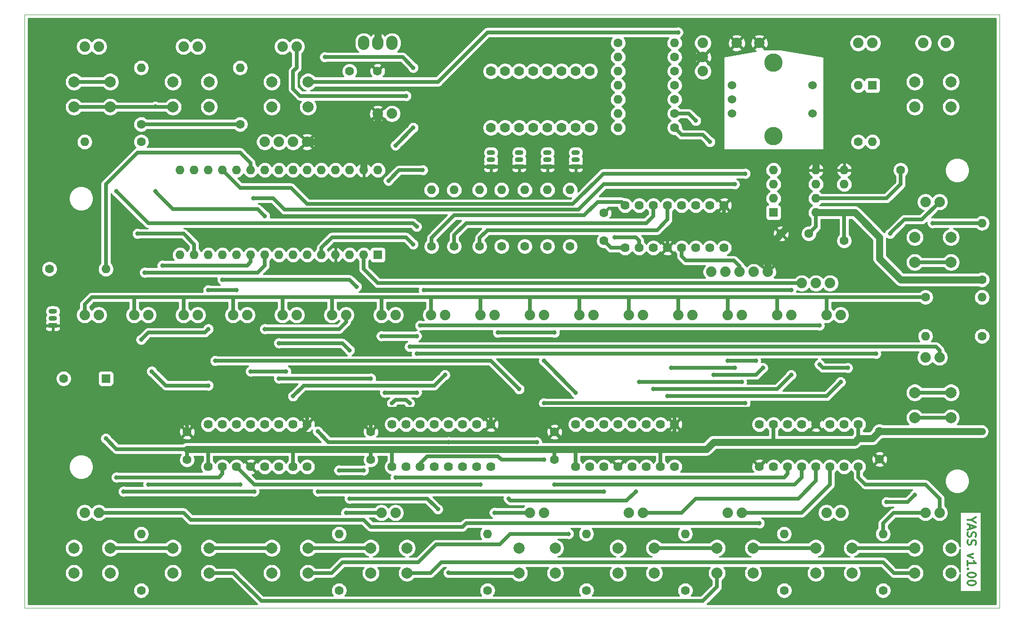
<source format=gbr>
G04 #@! TF.GenerationSoftware,KiCad,Pcbnew,(5.1.2)-1*
G04 #@! TF.CreationDate,2019-06-10T13:07:47+02:00*
G04 #@! TF.ProjectId,YASS_v3,59415353-5f76-4332-9e6b-696361645f70,rev?*
G04 #@! TF.SameCoordinates,Original*
G04 #@! TF.FileFunction,Copper,L1,Top*
G04 #@! TF.FilePolarity,Positive*
%FSLAX46Y46*%
G04 Gerber Fmt 4.6, Leading zero omitted, Abs format (unit mm)*
G04 Created by KiCad (PCBNEW (5.1.2)-1) date 2019-06-10 13:07:47*
%MOMM*%
%LPD*%
G04 APERTURE LIST*
%ADD10C,0.300000*%
%ADD11C,0.050000*%
%ADD12C,1.879600*%
%ADD13C,1.600000*%
%ADD14O,1.600000X1.600000*%
%ADD15C,1.524000*%
%ADD16C,3.302000*%
%ADD17R,1.500000X0.900000*%
%ADD18O,1.500000X0.900000*%
%ADD19C,1.625600*%
%ADD20R,1.600000X1.600000*%
%ADD21O,2.032000X2.540000*%
%ADD22C,2.000000*%
%ADD23C,1.778000*%
%ADD24C,0.800000*%
%ADD25C,0.635000*%
%ADD26C,1.270000*%
%ADD27C,0.254000*%
G04 APERTURE END LIST*
D10*
X238795714Y-139065714D02*
X238081428Y-139065714D01*
X239581428Y-138565714D02*
X238795714Y-139065714D01*
X239581428Y-139565714D01*
X238510000Y-139994285D02*
X238510000Y-140708571D01*
X238081428Y-139851428D02*
X239581428Y-140351428D01*
X238081428Y-140851428D01*
X238152857Y-141280000D02*
X238081428Y-141494285D01*
X238081428Y-141851428D01*
X238152857Y-141994285D01*
X238224285Y-142065714D01*
X238367142Y-142137142D01*
X238510000Y-142137142D01*
X238652857Y-142065714D01*
X238724285Y-141994285D01*
X238795714Y-141851428D01*
X238867142Y-141565714D01*
X238938571Y-141422857D01*
X239010000Y-141351428D01*
X239152857Y-141280000D01*
X239295714Y-141280000D01*
X239438571Y-141351428D01*
X239510000Y-141422857D01*
X239581428Y-141565714D01*
X239581428Y-141922857D01*
X239510000Y-142137142D01*
X238152857Y-142708571D02*
X238081428Y-142922857D01*
X238081428Y-143280000D01*
X238152857Y-143422857D01*
X238224285Y-143494285D01*
X238367142Y-143565714D01*
X238510000Y-143565714D01*
X238652857Y-143494285D01*
X238724285Y-143422857D01*
X238795714Y-143280000D01*
X238867142Y-142994285D01*
X238938571Y-142851428D01*
X239010000Y-142780000D01*
X239152857Y-142708571D01*
X239295714Y-142708571D01*
X239438571Y-142780000D01*
X239510000Y-142851428D01*
X239581428Y-142994285D01*
X239581428Y-143351428D01*
X239510000Y-143565714D01*
X239081428Y-145208571D02*
X238081428Y-145565714D01*
X239081428Y-145922857D01*
X238081428Y-147280000D02*
X238081428Y-146422857D01*
X238081428Y-146851428D02*
X239581428Y-146851428D01*
X239367142Y-146708571D01*
X239224285Y-146565714D01*
X239152857Y-146422857D01*
X238224285Y-147922857D02*
X238152857Y-147994285D01*
X238081428Y-147922857D01*
X238152857Y-147851428D01*
X238224285Y-147922857D01*
X238081428Y-147922857D01*
X239581428Y-148922857D02*
X239581428Y-149065714D01*
X239510000Y-149208571D01*
X239438571Y-149280000D01*
X239295714Y-149351428D01*
X239010000Y-149422857D01*
X238652857Y-149422857D01*
X238367142Y-149351428D01*
X238224285Y-149280000D01*
X238152857Y-149208571D01*
X238081428Y-149065714D01*
X238081428Y-148922857D01*
X238152857Y-148780000D01*
X238224285Y-148708571D01*
X238367142Y-148637142D01*
X238652857Y-148565714D01*
X239010000Y-148565714D01*
X239295714Y-148637142D01*
X239438571Y-148708571D01*
X239510000Y-148780000D01*
X239581428Y-148922857D01*
X239581428Y-150351428D02*
X239581428Y-150494285D01*
X239510000Y-150637142D01*
X239438571Y-150708571D01*
X239295714Y-150780000D01*
X239010000Y-150851428D01*
X238652857Y-150851428D01*
X238367142Y-150780000D01*
X238224285Y-150708571D01*
X238152857Y-150637142D01*
X238081428Y-150494285D01*
X238081428Y-150351428D01*
X238152857Y-150208571D01*
X238224285Y-150137142D01*
X238367142Y-150065714D01*
X238652857Y-149994285D01*
X239010000Y-149994285D01*
X239295714Y-150065714D01*
X239438571Y-150137142D01*
X239510000Y-150208571D01*
X239581428Y-150351428D01*
D11*
X68580000Y-154940000D02*
X68580000Y-48260000D01*
X243840000Y-154940000D02*
X68580000Y-154940000D01*
X68580000Y-48260000D02*
X243840000Y-48260000D01*
X243840000Y-48260000D02*
X243840000Y-154940000D01*
D12*
X213360000Y-96520000D03*
X210820000Y-96520000D03*
X208280000Y-96520000D03*
D13*
X185420000Y-68580000D03*
D14*
X175260000Y-68580000D03*
D13*
X185420000Y-55880000D03*
D14*
X175260000Y-55880000D03*
D15*
X195707000Y-60960000D03*
X195707000Y-66040000D03*
X195707000Y-63500000D03*
D16*
X203200000Y-70104000D03*
X203200000Y-56896000D03*
D15*
X210185000Y-66040000D03*
X210185000Y-60960000D03*
D17*
X162560000Y-75565000D03*
D18*
X162560000Y-73025000D03*
X162560000Y-74295000D03*
D17*
X152400000Y-75565000D03*
D18*
X152400000Y-73025000D03*
X152400000Y-74295000D03*
D19*
X134620000Y-121920000D03*
X137160000Y-121920000D03*
X139700000Y-121920000D03*
X142240000Y-121920000D03*
X144780000Y-121920000D03*
X147320000Y-121920000D03*
X149860000Y-121920000D03*
X152400000Y-121920000D03*
X152400000Y-129540000D03*
X149860000Y-129540000D03*
X147320000Y-129540000D03*
X144780000Y-129540000D03*
X142240000Y-129540000D03*
X139700000Y-129540000D03*
X137160000Y-129540000D03*
X134620000Y-129540000D03*
X101600000Y-121920000D03*
X104140000Y-121920000D03*
X106680000Y-121920000D03*
X109220000Y-121920000D03*
X111760000Y-121920000D03*
X114300000Y-121920000D03*
X116840000Y-121920000D03*
X119380000Y-121920000D03*
X119380000Y-129540000D03*
X116840000Y-129540000D03*
X114300000Y-129540000D03*
X111760000Y-129540000D03*
X109220000Y-129540000D03*
X106680000Y-129540000D03*
X104140000Y-129540000D03*
X101600000Y-129540000D03*
D17*
X157480000Y-75565000D03*
D18*
X157480000Y-73025000D03*
X157480000Y-74295000D03*
D19*
X176530000Y-82550000D03*
X179070000Y-82550000D03*
X181610000Y-82550000D03*
X184150000Y-82550000D03*
X186690000Y-82550000D03*
X189230000Y-82550000D03*
X191770000Y-82550000D03*
X194310000Y-82550000D03*
X194310000Y-90170000D03*
X191770000Y-90170000D03*
X189230000Y-90170000D03*
X186690000Y-90170000D03*
X184150000Y-90170000D03*
X181610000Y-90170000D03*
X179070000Y-90170000D03*
X176530000Y-90170000D03*
D13*
X151765000Y-151765000D03*
D14*
X151765000Y-141605000D03*
D20*
X132080000Y-91440000D03*
D14*
X99060000Y-76200000D03*
X129540000Y-91440000D03*
X101600000Y-76200000D03*
X127000000Y-91440000D03*
X104140000Y-76200000D03*
X124460000Y-91440000D03*
X106680000Y-76200000D03*
X121920000Y-91440000D03*
X109220000Y-76200000D03*
X119380000Y-91440000D03*
X111760000Y-76200000D03*
X116840000Y-91440000D03*
X114300000Y-76200000D03*
X114300000Y-91440000D03*
X116840000Y-76200000D03*
X111760000Y-91440000D03*
X119380000Y-76200000D03*
X109220000Y-91440000D03*
X121920000Y-76200000D03*
X106680000Y-91440000D03*
X124460000Y-76200000D03*
X104140000Y-91440000D03*
X127000000Y-76200000D03*
X101600000Y-91440000D03*
X129540000Y-76200000D03*
X99060000Y-91440000D03*
X132080000Y-76200000D03*
X96520000Y-91440000D03*
X96520000Y-76200000D03*
D13*
X218440000Y-71120000D03*
D14*
X218440000Y-60960000D03*
D13*
X125095000Y-151765000D03*
D14*
X125095000Y-141605000D03*
D19*
X218440000Y-129540000D03*
X215900000Y-129540000D03*
X213360000Y-129540000D03*
X210820000Y-129540000D03*
X208280000Y-129540000D03*
X205740000Y-129540000D03*
X203200000Y-129540000D03*
X200660000Y-129540000D03*
X200660000Y-121920000D03*
X203200000Y-121920000D03*
X205740000Y-121920000D03*
X208280000Y-121920000D03*
X210820000Y-121920000D03*
X213360000Y-121920000D03*
X215900000Y-121920000D03*
X218440000Y-121920000D03*
D13*
X187325000Y-151765000D03*
D14*
X187325000Y-141605000D03*
D13*
X175260000Y-53340000D03*
D14*
X185420000Y-53340000D03*
D19*
X167640000Y-121920000D03*
X170180000Y-121920000D03*
X172720000Y-121920000D03*
X175260000Y-121920000D03*
X177800000Y-121920000D03*
X180340000Y-121920000D03*
X182880000Y-121920000D03*
X185420000Y-121920000D03*
X185420000Y-129540000D03*
X182880000Y-129540000D03*
X180340000Y-129540000D03*
X177800000Y-129540000D03*
X175260000Y-129540000D03*
X172720000Y-129540000D03*
X170180000Y-129540000D03*
X167640000Y-129540000D03*
D13*
X89535000Y-151765000D03*
D14*
X89535000Y-141605000D03*
D13*
X130810000Y-123270000D03*
X130810000Y-128270000D03*
X132000000Y-58420000D03*
X127000000Y-58420000D03*
X163830000Y-123270000D03*
X163830000Y-128270000D03*
D14*
X83185000Y-93980000D03*
D13*
X73025000Y-93980000D03*
D17*
X167640000Y-75565000D03*
D18*
X167640000Y-73025000D03*
X167640000Y-74295000D03*
D21*
X134620000Y-53340000D03*
X129540000Y-53340000D03*
X132080000Y-53340000D03*
D13*
X75585000Y-113665000D03*
D20*
X83185000Y-113665000D03*
D13*
X222250000Y-128190000D03*
X222250000Y-123190000D03*
D12*
X190500000Y-58420000D03*
X190500000Y-55880000D03*
X190500000Y-53340000D03*
D13*
X97790000Y-128270000D03*
X97790000Y-123270000D03*
D12*
X132080000Y-66040000D03*
X134620000Y-66040000D03*
D14*
X210820000Y-83820000D03*
X203200000Y-76200000D03*
X210820000Y-81280000D03*
X203200000Y-78740000D03*
X210820000Y-78740000D03*
X203200000Y-81280000D03*
X210820000Y-76200000D03*
D20*
X203200000Y-83820000D03*
D12*
X218440000Y-53340000D03*
X220980000Y-53340000D03*
X111760000Y-71120000D03*
X114300000Y-71120000D03*
X116840000Y-71120000D03*
X119380000Y-71120000D03*
D13*
X172720000Y-88900000D03*
X172720000Y-83900000D03*
X209550000Y-87630000D03*
X204550000Y-87630000D03*
D17*
X73660000Y-104140000D03*
D18*
X73660000Y-101600000D03*
X73660000Y-102870000D03*
D22*
X113030000Y-64825000D03*
X113030000Y-60325000D03*
X119530000Y-64825000D03*
X119530000Y-60325000D03*
X235100000Y-60325000D03*
X235100000Y-64825000D03*
X228600000Y-60325000D03*
X228600000Y-64825000D03*
X235100000Y-116205000D03*
X235100000Y-120705000D03*
X228600000Y-116205000D03*
X228600000Y-120705000D03*
X228600000Y-92765000D03*
X228600000Y-88265000D03*
X235100000Y-92765000D03*
X235100000Y-88265000D03*
D23*
X152400000Y-58420000D03*
X154940000Y-58420000D03*
X157480000Y-58420000D03*
X160020000Y-58420000D03*
X162560000Y-58420000D03*
X165100000Y-58420000D03*
X167640000Y-58420000D03*
X170180000Y-58420000D03*
X170180000Y-68580000D03*
X167640000Y-68580000D03*
X165100000Y-68580000D03*
X162560000Y-68580000D03*
X160020000Y-68580000D03*
X157480000Y-68580000D03*
X154940000Y-68580000D03*
X152400000Y-68580000D03*
D22*
X95250000Y-148645000D03*
X95250000Y-144145000D03*
X101750000Y-148645000D03*
X101750000Y-144145000D03*
X157480000Y-148645000D03*
X157480000Y-144145000D03*
X163980000Y-148645000D03*
X163980000Y-144145000D03*
D20*
X220980000Y-60960000D03*
D14*
X220980000Y-71120000D03*
D22*
X119530000Y-144145000D03*
X119530000Y-148645000D03*
X113030000Y-144145000D03*
X113030000Y-148645000D03*
X137310000Y-144145000D03*
X137310000Y-148645000D03*
X130810000Y-144145000D03*
X130810000Y-148645000D03*
X181760000Y-144145000D03*
X181760000Y-148645000D03*
X175260000Y-144145000D03*
X175260000Y-148645000D03*
X217320000Y-144145000D03*
X217320000Y-148645000D03*
X210820000Y-144145000D03*
X210820000Y-148645000D03*
X228600000Y-148645000D03*
X228600000Y-144145000D03*
X235100000Y-148645000D03*
X235100000Y-144145000D03*
X83970000Y-60325000D03*
X83970000Y-64825000D03*
X77470000Y-60325000D03*
X77470000Y-64825000D03*
X95250000Y-64825000D03*
X95250000Y-60325000D03*
X101750000Y-64825000D03*
X101750000Y-60325000D03*
X193040000Y-148645000D03*
X193040000Y-144145000D03*
X199540000Y-148645000D03*
X199540000Y-144145000D03*
X83970000Y-144145000D03*
X83970000Y-148645000D03*
X77470000Y-144145000D03*
X77470000Y-148645000D03*
D12*
X194945000Y-137795000D03*
X197485000Y-137795000D03*
D13*
X240665000Y-106045000D03*
D14*
X230505000Y-106045000D03*
D12*
X159385000Y-137795000D03*
X161925000Y-137795000D03*
X230505000Y-81915000D03*
X233045000Y-81915000D03*
X177165000Y-102235000D03*
X179705000Y-102235000D03*
X79375000Y-137795000D03*
X81915000Y-137795000D03*
X79375000Y-53975000D03*
X81915000Y-53975000D03*
X177165000Y-137795000D03*
X179705000Y-137795000D03*
X203835000Y-102235000D03*
X206375000Y-102235000D03*
X97155000Y-53975000D03*
X99695000Y-53975000D03*
X132715000Y-137795000D03*
X135255000Y-137795000D03*
X230505000Y-109855000D03*
X233045000Y-109855000D03*
D13*
X226060000Y-76200000D03*
D14*
X215900000Y-76200000D03*
D13*
X215900000Y-88900000D03*
D14*
X215900000Y-78740000D03*
D13*
X185420000Y-60960000D03*
D14*
X175260000Y-60960000D03*
D12*
X212725000Y-137795000D03*
X215265000Y-137795000D03*
X230505000Y-137795000D03*
X233045000Y-137795000D03*
X114935000Y-53975000D03*
X117475000Y-53975000D03*
D13*
X107315000Y-67945000D03*
D14*
X107315000Y-57785000D03*
D13*
X185420000Y-58420000D03*
D14*
X175260000Y-58420000D03*
D13*
X185420000Y-63500000D03*
D14*
X175260000Y-63500000D03*
D13*
X145796000Y-89916000D03*
D14*
X145796000Y-79756000D03*
D13*
X185420000Y-66040000D03*
D14*
X175260000Y-66040000D03*
D13*
X222885000Y-151765000D03*
D14*
X222885000Y-141605000D03*
D13*
X150368000Y-89916000D03*
D14*
X150368000Y-79756000D03*
D13*
X89535000Y-71120000D03*
D14*
X79375000Y-71120000D03*
D13*
X230505000Y-99060000D03*
D14*
X240665000Y-99060000D03*
D13*
X240665000Y-95885000D03*
D14*
X240665000Y-85725000D03*
D13*
X89535000Y-67945000D03*
D14*
X89535000Y-57785000D03*
D13*
X154305000Y-89916000D03*
D14*
X154305000Y-79756000D03*
D13*
X162560000Y-89916000D03*
D14*
X162560000Y-79756000D03*
D13*
X166624000Y-89916000D03*
D14*
X166624000Y-79756000D03*
D13*
X158496000Y-89916000D03*
D14*
X158496000Y-79756000D03*
D13*
X205105000Y-151765000D03*
D14*
X205105000Y-141605000D03*
D13*
X169545000Y-151765000D03*
D14*
X169545000Y-141605000D03*
D13*
X141732000Y-89916000D03*
D14*
X141732000Y-79756000D03*
D12*
X212725000Y-102235000D03*
X215265000Y-102235000D03*
X79375000Y-102235000D03*
X81915000Y-102235000D03*
X88265000Y-102235000D03*
X90805000Y-102235000D03*
X106045000Y-102235000D03*
X108585000Y-102235000D03*
X123825000Y-102235000D03*
X126365000Y-102235000D03*
X132715000Y-102235000D03*
X135255000Y-102235000D03*
X141605000Y-102235000D03*
X144145000Y-102235000D03*
X159385000Y-102235000D03*
X161925000Y-102235000D03*
X150495000Y-102235000D03*
X153035000Y-102235000D03*
X168275000Y-102235000D03*
X170815000Y-102235000D03*
X114935000Y-102235000D03*
X117475000Y-102235000D03*
X186055000Y-102235000D03*
X188595000Y-102235000D03*
X194945000Y-102235000D03*
X197485000Y-102235000D03*
X97155000Y-102235000D03*
X99695000Y-102235000D03*
X200660000Y-53340000D03*
X196596000Y-53340000D03*
X230124000Y-53340000D03*
X234188000Y-53340000D03*
X202184000Y-94488000D03*
X199644000Y-94488000D03*
X197104000Y-94488000D03*
X194564000Y-94488000D03*
X192024000Y-94488000D03*
D24*
X126365000Y-137795000D03*
X153035000Y-137795000D03*
X231775000Y-85725000D03*
X85090000Y-131445000D03*
X91440000Y-112395000D03*
X101600000Y-114935000D03*
X109220000Y-112395000D03*
X115570000Y-112395000D03*
X111760000Y-104775000D03*
X114300000Y-113665000D03*
X130810000Y-113665000D03*
X116840000Y-116840000D03*
X144145000Y-113030000D03*
X163830000Y-105410000D03*
X153670000Y-105410000D03*
X167640000Y-116205000D03*
X161925000Y-110489996D03*
X197485000Y-114300000D03*
X179070000Y-114300000D03*
X206375000Y-113030000D03*
X181610000Y-115570000D03*
X184150000Y-116840000D03*
X215265000Y-114300000D03*
X200660000Y-139700000D03*
X135255000Y-131445000D03*
X163830000Y-132715000D03*
X206375000Y-97790000D03*
X216535000Y-111760000D03*
X211455000Y-111125000D03*
X139065000Y-86360000D03*
X85090000Y-80010000D03*
X140335000Y-97790000D03*
X138430000Y-68580000D03*
X135255000Y-71755000D03*
X138430000Y-57785000D03*
X122555000Y-55880000D03*
X132715000Y-106045000D03*
X139065000Y-106045000D03*
X137160000Y-62865000D03*
X137795000Y-107950000D03*
X137795000Y-118110000D03*
X134620000Y-118110000D03*
X133350000Y-116205000D03*
X139065000Y-116205000D03*
X139065000Y-109220000D03*
X221614999Y-109220000D03*
X224155000Y-87630000D03*
X174625000Y-88265000D03*
X189230000Y-67310000D03*
X175260000Y-124460000D03*
X194310000Y-73660000D03*
X172720000Y-73660000D03*
X109220000Y-123825000D03*
X121920000Y-49530000D03*
X71755000Y-119380000D03*
X210820000Y-127000000D03*
X138430000Y-89535000D03*
X211455000Y-104140000D03*
X139699998Y-104140000D03*
X200025000Y-110490000D03*
X129540000Y-130175000D03*
X178435000Y-133985000D03*
X155575000Y-135255000D03*
X194945000Y-110490000D03*
X125095000Y-130175000D03*
X144780000Y-125095000D03*
X121285000Y-123190000D03*
X160655000Y-125095000D03*
X201295000Y-111760000D03*
X192405000Y-113030000D03*
X240665000Y-123190000D03*
X149860000Y-126365000D03*
X83185000Y-124460000D03*
X161925000Y-128270000D03*
X161925000Y-118110000D03*
X198120000Y-118110000D03*
X150495000Y-132715000D03*
X172720000Y-133985000D03*
X121285000Y-133985000D03*
X196215000Y-111760000D03*
X184785000Y-111760000D03*
X191770000Y-71120000D03*
X198120000Y-76835000D03*
X196215000Y-78740000D03*
X109728000Y-81280000D03*
X93345000Y-93345000D03*
X186055000Y-51435000D03*
X109855000Y-133985000D03*
X86360000Y-133985000D03*
X90170000Y-94615000D03*
X88900002Y-87630000D03*
X166370000Y-141605000D03*
X106680000Y-97790000D03*
X101600000Y-97790000D03*
X107315000Y-132715000D03*
X228600000Y-134620000D03*
X223520000Y-135890000D03*
X90805000Y-132715000D03*
X89535000Y-106680000D03*
X101600000Y-104775000D03*
X104140000Y-95885000D03*
X128270000Y-97155000D03*
X102870000Y-110490000D03*
X157480000Y-115570000D03*
X127000000Y-135255000D03*
X92075000Y-64770000D03*
X144780000Y-148590000D03*
X142874994Y-137160000D03*
X127000000Y-108585000D03*
X114300000Y-107315000D03*
X111760004Y-84455000D03*
X92075000Y-80010000D03*
X133985000Y-78105000D03*
X140150303Y-76200000D03*
D25*
X227965000Y-99060000D02*
X230505000Y-99060000D01*
X212725000Y-99060000D02*
X227965000Y-99060000D01*
X203835000Y-99060000D02*
X212725000Y-99060000D01*
X194945000Y-99060000D02*
X203835000Y-99060000D01*
X186055000Y-99060000D02*
X194945000Y-99060000D01*
X177165000Y-99060000D02*
X186055000Y-99060000D01*
X168275000Y-99060000D02*
X177165000Y-99060000D01*
X159385000Y-99060000D02*
X168275000Y-99060000D01*
X150495000Y-99060000D02*
X159385000Y-99060000D01*
X141605000Y-99060000D02*
X150495000Y-99060000D01*
X132715000Y-99060000D02*
X141605000Y-99060000D01*
X123825000Y-99060000D02*
X132715000Y-99060000D01*
X114935000Y-99060000D02*
X123825000Y-99060000D01*
X106045000Y-99060000D02*
X114935000Y-99060000D01*
X97155000Y-99060000D02*
X106045000Y-99060000D01*
X80645000Y-99060000D02*
X79375000Y-100330000D01*
X80645000Y-99060000D02*
X88265000Y-99060000D01*
X79375000Y-100330000D02*
X79375000Y-102235000D01*
X89535000Y-99060000D02*
X97155000Y-99060000D01*
X88265000Y-99060000D02*
X89535000Y-99060000D01*
X88265000Y-100330000D02*
X88265000Y-102235000D01*
X88265000Y-100330000D02*
X88265000Y-99060000D01*
X97155000Y-99060000D02*
X97155000Y-102235000D01*
X106045000Y-102235000D02*
X106045000Y-99060000D01*
X114935000Y-102235000D02*
X114935000Y-99060000D01*
X123825000Y-102235000D02*
X123825000Y-99060000D01*
X132715000Y-102235000D02*
X132715000Y-99060000D01*
X141605000Y-102235000D02*
X141605000Y-99060000D01*
X150495000Y-102235000D02*
X150495000Y-99060000D01*
X159385000Y-102235000D02*
X159385000Y-99060000D01*
X168275000Y-102235000D02*
X168275000Y-99060000D01*
X177165000Y-102235000D02*
X177165000Y-99060000D01*
X194945000Y-102235000D02*
X194945000Y-99060000D01*
X186055000Y-102235000D02*
X186055000Y-99060000D01*
X203835000Y-102235000D02*
X203835000Y-99060000D01*
X212725000Y-102235000D02*
X212725000Y-99060000D01*
X132715000Y-137795000D02*
X126365000Y-137795000D01*
X159385000Y-137795000D02*
X153035000Y-137795000D01*
X224790000Y-137795000D02*
X222885000Y-139700000D01*
X230505000Y-137795000D02*
X224790000Y-137795000D01*
X222885000Y-139700000D02*
X222885000Y-141605000D01*
X240665000Y-85725000D02*
X231775000Y-85725000D01*
X103505000Y-131445000D02*
X104140000Y-130810000D01*
X104140000Y-130810000D02*
X104140000Y-129540000D01*
X103505000Y-131445000D02*
X85090000Y-131445000D01*
X101034315Y-114935000D02*
X101600000Y-114935000D01*
X93980000Y-114935000D02*
X101034315Y-114935000D01*
X91440000Y-112395000D02*
X93980000Y-114935000D01*
X109220000Y-112395000D02*
X115570000Y-112395000D01*
X126365000Y-103505000D02*
X126365000Y-102235000D01*
X111760000Y-104775000D02*
X125095000Y-104775000D01*
X125095000Y-104775000D02*
X126365000Y-103505000D01*
X114300000Y-113665000D02*
X130810000Y-113665000D01*
X143745001Y-113429999D02*
X144145000Y-113030000D01*
X142240000Y-114935000D02*
X143745001Y-113429999D01*
X118745000Y-114935000D02*
X142240000Y-114935000D01*
X116840000Y-116840000D02*
X118745000Y-114935000D01*
X163830000Y-105410000D02*
X153670000Y-105410000D01*
X167640000Y-116205000D02*
X161925000Y-110490000D01*
X161925000Y-110490000D02*
X161925000Y-110489996D01*
X197485000Y-114300000D02*
X179070000Y-114300000D01*
X203835000Y-115570000D02*
X206375000Y-113030000D01*
X203835000Y-115570000D02*
X181610000Y-115570000D01*
X212725000Y-116840000D02*
X214865001Y-114699999D01*
X214865001Y-114699999D02*
X215265000Y-114300000D01*
X184150000Y-116840000D02*
X212725000Y-116840000D01*
X184785000Y-139700000D02*
X200660000Y-139700000D01*
X147955000Y-139700000D02*
X184785000Y-139700000D01*
X97155000Y-137795000D02*
X98425000Y-139065000D01*
X81915000Y-137795000D02*
X97155000Y-137795000D01*
X98425000Y-139065000D02*
X129540000Y-139065000D01*
X129540000Y-139065000D02*
X130810000Y-140335000D01*
X130810000Y-140335000D02*
X147320000Y-140335000D01*
X147320000Y-140335000D02*
X147955000Y-139700000D01*
X205740000Y-130810000D02*
X205740000Y-129540000D01*
X205105000Y-131445000D02*
X205740000Y-130810000D01*
X135255000Y-131445000D02*
X205105000Y-131445000D01*
X164395685Y-132715000D02*
X163830000Y-132715000D01*
X207010000Y-132715000D02*
X164395685Y-132715000D01*
X208280000Y-129540000D02*
X208280000Y-131445000D01*
X208280000Y-131445000D02*
X207010000Y-132715000D01*
X210820000Y-132080000D02*
X210820000Y-129540000D01*
X207645000Y-135255000D02*
X210820000Y-132080000D01*
X189230000Y-135255000D02*
X207645000Y-135255000D01*
X179705000Y-137795000D02*
X186690000Y-137795000D01*
X186690000Y-137795000D02*
X189230000Y-135255000D01*
X213360000Y-132715000D02*
X213360000Y-129540000D01*
X197485000Y-137795000D02*
X208280000Y-137795000D01*
X208280000Y-137795000D02*
X213360000Y-132715000D01*
X218440000Y-131445000D02*
X218440000Y-129540000D01*
X219710000Y-132715000D02*
X218440000Y-131445000D01*
X230505000Y-132715000D02*
X219710000Y-132715000D01*
X233045000Y-137795000D02*
X233045000Y-135255000D01*
X233045000Y-135255000D02*
X230505000Y-132715000D01*
X212090000Y-111760000D02*
X215265000Y-111760000D01*
X211455000Y-111125000D02*
X212090000Y-111760000D01*
X216535000Y-111760000D02*
X215265000Y-111760000D01*
X85489999Y-80409999D02*
X85090000Y-80010000D01*
X90805000Y-85725000D02*
X85489999Y-80409999D01*
X139065000Y-86360000D02*
X138430000Y-85725000D01*
X138430000Y-85725000D02*
X90805000Y-85725000D01*
X206375000Y-97790000D02*
X140335000Y-97790000D01*
X138430000Y-68580000D02*
X135255000Y-71755000D01*
X136525000Y-55880000D02*
X138430000Y-57785000D01*
X135890000Y-55880000D02*
X136525000Y-55880000D01*
X135890000Y-55880000D02*
X122555000Y-55880000D01*
X132715000Y-106045000D02*
X139065000Y-106045000D01*
X117475000Y-57785000D02*
X117475000Y-53975000D01*
X116840000Y-58420000D02*
X117475000Y-57785000D01*
X116840000Y-61595000D02*
X116840000Y-58420000D01*
X137160000Y-62865000D02*
X118110000Y-62865000D01*
X118110000Y-62865000D02*
X116840000Y-61595000D01*
X233045000Y-109855000D02*
X233045000Y-108585000D01*
X233045000Y-108585000D02*
X232410000Y-107950000D01*
X232410000Y-107950000D02*
X213995000Y-107950000D01*
X213995000Y-107950000D02*
X187325000Y-107950000D01*
X187325000Y-107950000D02*
X160020000Y-107950000D01*
X160020000Y-107950000D02*
X137795000Y-107950000D01*
X135255000Y-117475000D02*
X134620000Y-118110000D01*
X137795000Y-118110000D02*
X137160000Y-117475000D01*
X137160000Y-117475000D02*
X135255000Y-117475000D01*
X133350000Y-116205000D02*
X139065000Y-116205000D01*
X139065000Y-109220000D02*
X221614999Y-109220000D01*
X224554999Y-87230001D02*
X224155000Y-87630000D01*
X226695000Y-85090000D02*
X224554999Y-87230001D01*
X233045000Y-81915000D02*
X229870000Y-85090000D01*
X229870000Y-85090000D02*
X226695000Y-85090000D01*
X179070000Y-90170000D02*
X179070000Y-88900000D01*
X179070000Y-88900000D02*
X178435000Y-88265000D01*
X178435000Y-88265000D02*
X175260000Y-88265000D01*
X175260000Y-88265000D02*
X174625000Y-88265000D01*
X175895000Y-81915000D02*
X176530000Y-82550000D01*
X171577000Y-81915000D02*
X175895000Y-81915000D01*
X169164000Y-84328000D02*
X171577000Y-81915000D01*
X145796000Y-84328000D02*
X169164000Y-84328000D01*
X141732000Y-89916000D02*
X141732000Y-88392000D01*
X141732000Y-88392000D02*
X145796000Y-84328000D01*
X145796000Y-87884000D02*
X145796000Y-89916000D01*
X147955000Y-85725000D02*
X145796000Y-87884000D01*
X180340000Y-85725000D02*
X147955000Y-85725000D01*
X181610000Y-82550000D02*
X181610000Y-84455000D01*
X181610000Y-84455000D02*
X180340000Y-85725000D01*
X151765000Y-86995000D02*
X150368000Y-88392000D01*
X182245000Y-86995000D02*
X151765000Y-86995000D01*
X184150000Y-82550000D02*
X184150000Y-85090000D01*
X184150000Y-85090000D02*
X182245000Y-86995000D01*
X150368000Y-88392000D02*
X150368000Y-89916000D01*
X187960000Y-66040000D02*
X189230000Y-67310000D01*
X187960000Y-66040000D02*
X185420000Y-66040000D01*
D26*
X132080000Y-53340000D02*
X132080000Y-49530000D01*
X198120000Y-73660000D02*
X205740000Y-73660000D01*
X152400000Y-119380000D02*
X185420000Y-119380000D01*
D25*
X185420000Y-121920000D02*
X185420000Y-119380000D01*
X185420000Y-123190000D02*
X185420000Y-121920000D01*
X184150000Y-124460000D02*
X185420000Y-123190000D01*
X164709999Y-124069999D02*
X165100000Y-124460000D01*
X163830000Y-123270000D02*
X164629999Y-124069999D01*
X164629999Y-124069999D02*
X164709999Y-124069999D01*
X165100000Y-124460000D02*
X175260000Y-124460000D01*
X175260000Y-124460000D02*
X184150000Y-124460000D01*
X119380000Y-121920000D02*
X119380000Y-119380000D01*
X152400000Y-121920000D02*
X152400000Y-119380000D01*
X130810000Y-123270000D02*
X130810000Y-119380000D01*
D26*
X119380000Y-119380000D02*
X130810000Y-119380000D01*
X130810000Y-119380000D02*
X152400000Y-119380000D01*
X198120000Y-73660000D02*
X194310000Y-73660000D01*
X194310000Y-73660000D02*
X172720000Y-73660000D01*
D25*
X97790000Y-123270000D02*
X97790000Y-119380000D01*
D26*
X71755000Y-119380000D02*
X97790000Y-119380000D01*
X97790000Y-119380000D02*
X119380000Y-119380000D01*
D25*
X119380000Y-121920000D02*
X119380000Y-122555000D01*
X119380000Y-122555000D02*
X118745000Y-123190000D01*
X118745000Y-123190000D02*
X118110000Y-123825000D01*
X118110000Y-123825000D02*
X109220000Y-123825000D01*
D26*
X132080000Y-49530000D02*
X121920000Y-49530000D01*
D25*
X184150000Y-90170000D02*
X184150000Y-88900000D01*
X184150000Y-88900000D02*
X186690000Y-86360000D01*
X186690000Y-86360000D02*
X193040000Y-86360000D01*
X193040000Y-86360000D02*
X194310000Y-85090000D01*
X194310000Y-85090000D02*
X194310000Y-82550000D01*
D26*
X186690000Y-49530000D02*
X187960000Y-50800000D01*
X132080000Y-49530000D02*
X186690000Y-49530000D01*
X187960000Y-55245000D02*
X188595000Y-55880000D01*
X190500000Y-55880000D02*
X188595000Y-55880000D01*
X187960000Y-55245000D02*
X187960000Y-50800000D01*
X207645000Y-73660000D02*
X205740000Y-73660000D01*
X210820000Y-76200000D02*
X210820000Y-74930000D01*
X210820000Y-74930000D02*
X209550000Y-73660000D01*
X209550000Y-73660000D02*
X207645000Y-73660000D01*
X207010000Y-73660000D02*
X207645000Y-73660000D01*
X207010000Y-85090000D02*
X207010000Y-73660000D01*
X205349999Y-86750001D02*
X207010000Y-85090000D01*
X204550000Y-87630000D02*
X205349999Y-86830001D01*
X205349999Y-86830001D02*
X205349999Y-86750001D01*
X210820000Y-121920000D02*
X210820000Y-120650000D01*
X210820000Y-120650000D02*
X209550000Y-119380000D01*
X185420000Y-119380000D02*
X209550000Y-119380000D01*
D25*
X203200000Y-127000000D02*
X210254315Y-127000000D01*
X200660000Y-129540000D02*
X203200000Y-127000000D01*
X210254315Y-127000000D02*
X210820000Y-127000000D01*
X220980000Y-127000000D02*
X210820000Y-127000000D01*
X222250000Y-128190000D02*
X222170000Y-128190000D01*
X222170000Y-128190000D02*
X220980000Y-127000000D01*
D26*
X129540000Y-76200000D02*
X129540000Y-71120000D01*
X129540000Y-71120000D02*
X119380000Y-71120000D01*
X129540000Y-71120000D02*
X132080000Y-68580000D01*
X132080000Y-68580000D02*
X132080000Y-66040000D01*
D25*
X152400000Y-75565000D02*
X157480000Y-75565000D01*
X157480000Y-75565000D02*
X162560000Y-75565000D01*
X162560000Y-75565000D02*
X167640000Y-75565000D01*
X170815000Y-73660000D02*
X172720000Y-73660000D01*
X167640000Y-75565000D02*
X168910000Y-75565000D01*
X168910000Y-75565000D02*
X170815000Y-73660000D01*
D26*
X203750001Y-88429999D02*
X203670001Y-88429999D01*
X204550000Y-87630000D02*
X203750001Y-88429999D01*
X202184000Y-89916000D02*
X202184000Y-94488000D01*
X203670001Y-88429999D02*
X202184000Y-89916000D01*
D25*
X121920000Y-90170000D02*
X121920000Y-91440000D01*
X123825000Y-88265000D02*
X121920000Y-90170000D01*
X138430000Y-89535000D02*
X137160000Y-88265000D01*
X137160000Y-88265000D02*
X123825000Y-88265000D01*
X211455000Y-104140000D02*
X139699998Y-104140000D01*
X178435000Y-133985000D02*
X176812501Y-135607499D01*
X155575000Y-135324998D02*
X155857501Y-135607499D01*
X155575000Y-135255000D02*
X155575000Y-135324998D01*
X176812501Y-135607499D02*
X155857501Y-135607499D01*
X200025000Y-110490000D02*
X194945000Y-110490000D01*
X129540000Y-130175000D02*
X125095000Y-130175000D01*
X144780000Y-125095000D02*
X123190000Y-125095000D01*
X123190000Y-125095000D02*
X121285000Y-123190000D01*
X144780000Y-125095000D02*
X160655000Y-125095000D01*
X200025000Y-113030000D02*
X201295000Y-111760000D01*
X200025000Y-113030000D02*
X192405000Y-113030000D01*
X197104000Y-93472000D02*
X197104000Y-94488000D01*
X196088000Y-92456000D02*
X197104000Y-93472000D01*
X187452000Y-92456000D02*
X196088000Y-92456000D01*
X186690000Y-90170000D02*
X186690000Y-91694000D01*
X186690000Y-91694000D02*
X187452000Y-92456000D01*
X89535000Y-67945000D02*
X107315000Y-67945000D01*
D26*
X222250000Y-123190000D02*
X240665000Y-123190000D01*
D25*
X97790000Y-128270000D02*
X97790000Y-126365000D01*
X101600000Y-129540000D02*
X101600000Y-126365000D01*
D26*
X101600000Y-126365000D02*
X97790000Y-126365000D01*
D25*
X116840000Y-129540000D02*
X116840000Y-126365000D01*
D26*
X116840000Y-126365000D02*
X101600000Y-126365000D01*
D25*
X130810000Y-128270000D02*
X130810000Y-126365000D01*
D26*
X130810000Y-126365000D02*
X116840000Y-126365000D01*
D25*
X134620000Y-128390528D02*
X134620000Y-126365000D01*
X134620000Y-129540000D02*
X134620000Y-128390528D01*
D26*
X134620000Y-126365000D02*
X130810000Y-126365000D01*
X160655000Y-126365000D02*
X149860000Y-126365000D01*
X149860000Y-126365000D02*
X134620000Y-126365000D01*
D25*
X163830000Y-128270000D02*
X163830000Y-126365000D01*
D26*
X163830000Y-126365000D02*
X160655000Y-126365000D01*
D25*
X167640000Y-129540000D02*
X167640000Y-126365000D01*
D26*
X167640000Y-126365000D02*
X163830000Y-126365000D01*
D25*
X182880000Y-129540000D02*
X182880000Y-126365000D01*
D26*
X182880000Y-126365000D02*
X167640000Y-126365000D01*
D25*
X218440000Y-121920000D02*
X218440000Y-124460000D01*
X173990000Y-90170000D02*
X176530000Y-90170000D01*
X172720000Y-88900000D02*
X173990000Y-90170000D01*
X85090000Y-126365000D02*
X83185000Y-124460000D01*
X97790000Y-126365000D02*
X85090000Y-126365000D01*
D26*
X220980000Y-124460000D02*
X222250000Y-123190000D01*
X218440000Y-124460000D02*
X220980000Y-124460000D01*
X212725000Y-83820000D02*
X210820000Y-83820000D01*
D25*
X215900000Y-84455000D02*
X215265000Y-83820000D01*
X215900000Y-88900000D02*
X215900000Y-84455000D01*
D26*
X215265000Y-83820000D02*
X212725000Y-83820000D01*
D25*
X210820000Y-86360000D02*
X210820000Y-83820000D01*
X209550000Y-87630000D02*
X210820000Y-86360000D01*
D26*
X191135000Y-126365000D02*
X182880000Y-126365000D01*
X192405000Y-125095000D02*
X191135000Y-126365000D01*
X218440000Y-124460000D02*
X217805000Y-125095000D01*
D25*
X203200000Y-121920000D02*
X203200000Y-125095000D01*
D26*
X217805000Y-125095000D02*
X203200000Y-125095000D01*
X203200000Y-125095000D02*
X192405000Y-125095000D01*
X226060000Y-95885000D02*
X222250000Y-92075000D01*
X240665000Y-95885000D02*
X226060000Y-95885000D01*
X222250000Y-92075000D02*
X222250000Y-88265000D01*
X222250000Y-88265000D02*
X217805000Y-83820000D01*
X217805000Y-83820000D02*
X215265000Y-83820000D01*
D25*
X139700000Y-129540000D02*
X139700000Y-128905000D01*
X139700000Y-128905000D02*
X140970000Y-127635000D01*
X140970000Y-127635000D02*
X143510000Y-127635000D01*
X154305000Y-128270000D02*
X161925000Y-128270000D01*
X161925000Y-118110000D02*
X198120000Y-118110000D01*
X154305000Y-128270000D02*
X153670000Y-127635000D01*
X153670000Y-127635000D02*
X143510000Y-127635000D01*
X149929315Y-132715000D02*
X150495000Y-132715000D01*
X106680000Y-129540000D02*
X109855000Y-132715000D01*
X109855000Y-132715000D02*
X149929315Y-132715000D01*
X121285000Y-133985000D02*
X172720000Y-133985000D01*
X187325000Y-111760000D02*
X196215000Y-111760000D01*
X187325000Y-111760000D02*
X184785000Y-111760000D01*
X186690000Y-69850000D02*
X185420000Y-68580000D01*
X191770000Y-71120000D02*
X190500000Y-69850000D01*
X190500000Y-69850000D02*
X186690000Y-69850000D01*
X107315000Y-79375000D02*
X104140000Y-76200000D01*
X116459000Y-79375000D02*
X107315000Y-79375000D01*
X119380000Y-82296000D02*
X116459000Y-79375000D01*
X167132000Y-82296000D02*
X119380000Y-82296000D01*
X198120000Y-76835000D02*
X172593000Y-76835000D01*
X172593000Y-76835000D02*
X167132000Y-82296000D01*
X196215000Y-78740000D02*
X172720000Y-78740000D01*
X172720000Y-78740000D02*
X168148000Y-83312000D01*
X115316000Y-83312000D02*
X113284000Y-81280000D01*
X113284000Y-81280000D02*
X110293685Y-81280000D01*
X110293685Y-81280000D02*
X109728000Y-81280000D01*
X168148000Y-83312000D02*
X115316000Y-83312000D01*
X108585000Y-93345000D02*
X109220000Y-92710000D01*
X108585000Y-93345000D02*
X93345000Y-93345000D01*
X109220000Y-92710000D02*
X109220000Y-91440000D01*
X193040000Y-151130000D02*
X193040000Y-148645000D01*
X190500000Y-153670000D02*
X193040000Y-151130000D01*
X111125000Y-153670000D02*
X190500000Y-153670000D01*
X101750000Y-148645000D02*
X106100000Y-148645000D01*
X106100000Y-148645000D02*
X111125000Y-153670000D01*
X228600000Y-116205000D02*
X235100000Y-116205000D01*
X173355000Y-51435000D02*
X186055000Y-51435000D01*
X151765000Y-51435000D02*
X173355000Y-51435000D01*
X119530000Y-60325000D02*
X142875000Y-60325000D01*
X142875000Y-60325000D02*
X151765000Y-51435000D01*
X112975000Y-64770000D02*
X113030000Y-64825000D01*
X109855000Y-133985000D02*
X86360000Y-133985000D01*
X110490000Y-94615000D02*
X111760000Y-93345000D01*
X111760000Y-93345000D02*
X111760000Y-91440000D01*
X110490000Y-94615000D02*
X90170000Y-94615000D01*
X83970000Y-144145000D02*
X95250000Y-144145000D01*
X101750000Y-144145000D02*
X113030000Y-144145000D01*
X119530000Y-144145000D02*
X130810000Y-144145000D01*
X77470000Y-60325000D02*
X83970000Y-60325000D01*
X89465687Y-87630000D02*
X88900002Y-87630000D01*
X97155000Y-87630000D02*
X89465687Y-87630000D01*
X99060000Y-91440000D02*
X99060000Y-89535000D01*
X99060000Y-89535000D02*
X97155000Y-87630000D01*
X228600000Y-120705000D02*
X235100000Y-120705000D01*
X106680000Y-97790000D02*
X101600000Y-97790000D01*
X226695000Y-135890000D02*
X227330000Y-135890000D01*
X227330000Y-135890000D02*
X228600000Y-134620000D01*
X223520000Y-135890000D02*
X226695000Y-135890000D01*
X90805000Y-132715000D02*
X107315000Y-132715000D01*
X90805000Y-105410000D02*
X89535000Y-106680000D01*
X101600000Y-104775000D02*
X100965000Y-105410000D01*
X100965000Y-105410000D02*
X90805000Y-105410000D01*
X155892500Y-141605000D02*
X166370000Y-141605000D01*
X123770000Y-148645000D02*
X125730000Y-146685000D01*
X119530000Y-148645000D02*
X123770000Y-148645000D01*
X125730000Y-146685000D02*
X139382500Y-146685000D01*
X139382500Y-146685000D02*
X142557500Y-143510000D01*
X142557500Y-143510000D02*
X153987500Y-143510000D01*
X153987500Y-143510000D02*
X155892500Y-141605000D01*
X228600000Y-92765000D02*
X235100000Y-92765000D01*
X127000000Y-95885000D02*
X128270000Y-97155000D01*
X127000000Y-95885000D02*
X104140000Y-95885000D01*
X141550000Y-148645000D02*
X137310000Y-148645000D01*
X143510000Y-146685000D02*
X141550000Y-148645000D01*
X222885000Y-146685000D02*
X143510000Y-146685000D01*
X228600000Y-148645000D02*
X224845000Y-148645000D01*
X224845000Y-148645000D02*
X222885000Y-146685000D01*
X181760000Y-144145000D02*
X193040000Y-144145000D01*
X199540000Y-144145000D02*
X210820000Y-144145000D01*
X217320000Y-144145000D02*
X228600000Y-144145000D01*
X102870000Y-110490000D02*
X152400000Y-110490000D01*
X152400000Y-110490000D02*
X157080001Y-115170001D01*
X157080001Y-115170001D02*
X157480000Y-115570000D01*
X77470000Y-64825000D02*
X83970000Y-64825000D01*
X83970000Y-64825000D02*
X95250000Y-64825000D01*
X157480000Y-148645000D02*
X144835000Y-148645000D01*
X144835000Y-148645000D02*
X144780000Y-148590000D01*
X142474995Y-136760001D02*
X142874994Y-137160000D01*
X140969994Y-135255000D02*
X142474995Y-136760001D01*
X127000000Y-135255000D02*
X140969994Y-135255000D01*
X114865685Y-107315000D02*
X114300000Y-107315000D01*
X125730000Y-107315000D02*
X114865685Y-107315000D01*
X127000000Y-108585000D02*
X125730000Y-107315000D01*
X92474999Y-80409999D02*
X92075000Y-80010000D01*
X95250000Y-83185000D02*
X92474999Y-80409999D01*
X111760004Y-84455000D02*
X110490004Y-83185000D01*
X110490004Y-83185000D02*
X95250000Y-83185000D01*
X139584618Y-76200000D02*
X140150303Y-76200000D01*
X133985000Y-78105000D02*
X135890000Y-76200000D01*
X135890000Y-76200000D02*
X139584618Y-76200000D01*
X210820000Y-81280000D02*
X223520000Y-81280000D01*
X223520000Y-81280000D02*
X226060000Y-78740000D01*
X226060000Y-78740000D02*
X226060000Y-76200000D01*
X129540000Y-91440000D02*
X129540000Y-93980000D01*
X129540000Y-93980000D02*
X132080000Y-96520000D01*
X208280000Y-96520000D02*
X132080000Y-96520000D01*
X109220000Y-74930000D02*
X107315000Y-73025000D01*
X88900000Y-73025000D02*
X83185000Y-78740000D01*
X109220000Y-76200000D02*
X109220000Y-74930000D01*
X83185000Y-78740000D02*
X83185000Y-91440000D01*
X107315000Y-73025000D02*
X88900000Y-73025000D01*
X83185000Y-91440000D02*
X83185000Y-93980000D01*
D27*
G36*
X243180001Y-154280000D02*
G01*
X191237038Y-154280000D01*
X193680431Y-151836607D01*
X193716778Y-151806778D01*
X193835806Y-151661741D01*
X193856157Y-151623665D01*
X203670000Y-151623665D01*
X203670000Y-151906335D01*
X203725147Y-152183574D01*
X203833320Y-152444727D01*
X203990363Y-152679759D01*
X204190241Y-152879637D01*
X204425273Y-153036680D01*
X204686426Y-153144853D01*
X204963665Y-153200000D01*
X205246335Y-153200000D01*
X205523574Y-153144853D01*
X205784727Y-153036680D01*
X206019759Y-152879637D01*
X206219637Y-152679759D01*
X206376680Y-152444727D01*
X206484853Y-152183574D01*
X206540000Y-151906335D01*
X206540000Y-151623665D01*
X221450000Y-151623665D01*
X221450000Y-151906335D01*
X221505147Y-152183574D01*
X221613320Y-152444727D01*
X221770363Y-152679759D01*
X221970241Y-152879637D01*
X222205273Y-153036680D01*
X222466426Y-153144853D01*
X222743665Y-153200000D01*
X223026335Y-153200000D01*
X223303574Y-153144853D01*
X223564727Y-153036680D01*
X223799759Y-152879637D01*
X223999637Y-152679759D01*
X224156680Y-152444727D01*
X224264853Y-152183574D01*
X224320000Y-151906335D01*
X224320000Y-151623665D01*
X224264853Y-151346426D01*
X224156680Y-151085273D01*
X223999637Y-150850241D01*
X223799759Y-150650363D01*
X223564727Y-150493320D01*
X223303574Y-150385147D01*
X223026335Y-150330000D01*
X222743665Y-150330000D01*
X222466426Y-150385147D01*
X222205273Y-150493320D01*
X221970241Y-150650363D01*
X221770363Y-150850241D01*
X221613320Y-151085273D01*
X221505147Y-151346426D01*
X221450000Y-151623665D01*
X206540000Y-151623665D01*
X206484853Y-151346426D01*
X206376680Y-151085273D01*
X206219637Y-150850241D01*
X206019759Y-150650363D01*
X205784727Y-150493320D01*
X205523574Y-150385147D01*
X205246335Y-150330000D01*
X204963665Y-150330000D01*
X204686426Y-150385147D01*
X204425273Y-150493320D01*
X204190241Y-150650363D01*
X203990363Y-150850241D01*
X203833320Y-151085273D01*
X203725147Y-151346426D01*
X203670000Y-151623665D01*
X193856157Y-151623665D01*
X193924252Y-151496269D01*
X193978717Y-151316723D01*
X193992500Y-151176785D01*
X193992500Y-151176784D01*
X193997108Y-151130001D01*
X193992500Y-151083216D01*
X193992500Y-149974957D01*
X194082252Y-149914987D01*
X194309987Y-149687252D01*
X194488918Y-149419463D01*
X194612168Y-149121912D01*
X194675000Y-148806033D01*
X194675000Y-148483967D01*
X194612168Y-148168088D01*
X194488918Y-147870537D01*
X194333208Y-147637500D01*
X198246792Y-147637500D01*
X198091082Y-147870537D01*
X197967832Y-148168088D01*
X197905000Y-148483967D01*
X197905000Y-148806033D01*
X197967832Y-149121912D01*
X198091082Y-149419463D01*
X198270013Y-149687252D01*
X198497748Y-149914987D01*
X198765537Y-150093918D01*
X199063088Y-150217168D01*
X199378967Y-150280000D01*
X199701033Y-150280000D01*
X200016912Y-150217168D01*
X200314463Y-150093918D01*
X200582252Y-149914987D01*
X200809987Y-149687252D01*
X200988918Y-149419463D01*
X201112168Y-149121912D01*
X201175000Y-148806033D01*
X201175000Y-148483967D01*
X201112168Y-148168088D01*
X200988918Y-147870537D01*
X200833208Y-147637500D01*
X209526792Y-147637500D01*
X209371082Y-147870537D01*
X209247832Y-148168088D01*
X209185000Y-148483967D01*
X209185000Y-148806033D01*
X209247832Y-149121912D01*
X209371082Y-149419463D01*
X209550013Y-149687252D01*
X209777748Y-149914987D01*
X210045537Y-150093918D01*
X210343088Y-150217168D01*
X210658967Y-150280000D01*
X210981033Y-150280000D01*
X211296912Y-150217168D01*
X211594463Y-150093918D01*
X211862252Y-149914987D01*
X212089987Y-149687252D01*
X212268918Y-149419463D01*
X212392168Y-149121912D01*
X212455000Y-148806033D01*
X212455000Y-148483967D01*
X212392168Y-148168088D01*
X212268918Y-147870537D01*
X212113208Y-147637500D01*
X216026792Y-147637500D01*
X215871082Y-147870537D01*
X215747832Y-148168088D01*
X215685000Y-148483967D01*
X215685000Y-148806033D01*
X215747832Y-149121912D01*
X215871082Y-149419463D01*
X216050013Y-149687252D01*
X216277748Y-149914987D01*
X216545537Y-150093918D01*
X216843088Y-150217168D01*
X217158967Y-150280000D01*
X217481033Y-150280000D01*
X217796912Y-150217168D01*
X218094463Y-150093918D01*
X218362252Y-149914987D01*
X218589987Y-149687252D01*
X218768918Y-149419463D01*
X218892168Y-149121912D01*
X218955000Y-148806033D01*
X218955000Y-148483967D01*
X218892168Y-148168088D01*
X218768918Y-147870537D01*
X218613208Y-147637500D01*
X222490462Y-147637500D01*
X224138393Y-149285431D01*
X224168222Y-149321778D01*
X224313259Y-149440806D01*
X224478731Y-149529252D01*
X224658277Y-149583717D01*
X224798215Y-149597500D01*
X224845000Y-149602108D01*
X224891785Y-149597500D01*
X227270043Y-149597500D01*
X227330013Y-149687252D01*
X227557748Y-149914987D01*
X227825537Y-150093918D01*
X228123088Y-150217168D01*
X228438967Y-150280000D01*
X228761033Y-150280000D01*
X229076912Y-150217168D01*
X229374463Y-150093918D01*
X229642252Y-149914987D01*
X229869987Y-149687252D01*
X230048918Y-149419463D01*
X230172168Y-149121912D01*
X230235000Y-148806033D01*
X230235000Y-148483967D01*
X230172168Y-148168088D01*
X230048918Y-147870537D01*
X229869987Y-147602748D01*
X229642252Y-147375013D01*
X229374463Y-147196082D01*
X229076912Y-147072832D01*
X228761033Y-147010000D01*
X228438967Y-147010000D01*
X228123088Y-147072832D01*
X227825537Y-147196082D01*
X227557748Y-147375013D01*
X227330013Y-147602748D01*
X227270043Y-147692500D01*
X225239538Y-147692500D01*
X223591607Y-146044569D01*
X223561778Y-146008222D01*
X223416741Y-145889194D01*
X223251269Y-145800748D01*
X223071723Y-145746283D01*
X222931785Y-145732500D01*
X222885000Y-145727892D01*
X222838215Y-145732500D01*
X217719833Y-145732500D01*
X217796912Y-145717168D01*
X218094463Y-145593918D01*
X218362252Y-145414987D01*
X218589987Y-145187252D01*
X218649957Y-145097500D01*
X227270043Y-145097500D01*
X227330013Y-145187252D01*
X227557748Y-145414987D01*
X227825537Y-145593918D01*
X228123088Y-145717168D01*
X228438967Y-145780000D01*
X228761033Y-145780000D01*
X229076912Y-145717168D01*
X229374463Y-145593918D01*
X229642252Y-145414987D01*
X229869987Y-145187252D01*
X230048918Y-144919463D01*
X230172168Y-144621912D01*
X230235000Y-144306033D01*
X230235000Y-143983967D01*
X233465000Y-143983967D01*
X233465000Y-144306033D01*
X233527832Y-144621912D01*
X233651082Y-144919463D01*
X233830013Y-145187252D01*
X234057748Y-145414987D01*
X234325537Y-145593918D01*
X234623088Y-145717168D01*
X234938967Y-145780000D01*
X235261033Y-145780000D01*
X235576912Y-145717168D01*
X235874463Y-145593918D01*
X236142252Y-145414987D01*
X236369987Y-145187252D01*
X236548918Y-144919463D01*
X236672168Y-144621912D01*
X236730000Y-144331170D01*
X236730000Y-148458830D01*
X236672168Y-148168088D01*
X236548918Y-147870537D01*
X236369987Y-147602748D01*
X236142252Y-147375013D01*
X235874463Y-147196082D01*
X235576912Y-147072832D01*
X235261033Y-147010000D01*
X234938967Y-147010000D01*
X234623088Y-147072832D01*
X234325537Y-147196082D01*
X234057748Y-147375013D01*
X233830013Y-147602748D01*
X233651082Y-147870537D01*
X233527832Y-148168088D01*
X233465000Y-148483967D01*
X233465000Y-148806033D01*
X233527832Y-149121912D01*
X233651082Y-149419463D01*
X233830013Y-149687252D01*
X234057748Y-149914987D01*
X234325537Y-150093918D01*
X234623088Y-150217168D01*
X234938967Y-150280000D01*
X235261033Y-150280000D01*
X235576912Y-150217168D01*
X235874463Y-150093918D01*
X236142252Y-149914987D01*
X236369987Y-149687252D01*
X236548918Y-149419463D01*
X236672168Y-149121912D01*
X236730000Y-148831170D01*
X236730000Y-151922143D01*
X240550000Y-151922143D01*
X240550000Y-137637857D01*
X236730000Y-137637857D01*
X236730000Y-143958830D01*
X236672168Y-143668088D01*
X236548918Y-143370537D01*
X236369987Y-143102748D01*
X236142252Y-142875013D01*
X235874463Y-142696082D01*
X235576912Y-142572832D01*
X235261033Y-142510000D01*
X234938967Y-142510000D01*
X234623088Y-142572832D01*
X234325537Y-142696082D01*
X234057748Y-142875013D01*
X233830013Y-143102748D01*
X233651082Y-143370537D01*
X233527832Y-143668088D01*
X233465000Y-143983967D01*
X230235000Y-143983967D01*
X230172168Y-143668088D01*
X230048918Y-143370537D01*
X229869987Y-143102748D01*
X229642252Y-142875013D01*
X229374463Y-142696082D01*
X229076912Y-142572832D01*
X228761033Y-142510000D01*
X228438967Y-142510000D01*
X228123088Y-142572832D01*
X227825537Y-142696082D01*
X227557748Y-142875013D01*
X227330013Y-143102748D01*
X227270043Y-143192500D01*
X218649957Y-143192500D01*
X218589987Y-143102748D01*
X218362252Y-142875013D01*
X218094463Y-142696082D01*
X217796912Y-142572832D01*
X217481033Y-142510000D01*
X217158967Y-142510000D01*
X216843088Y-142572832D01*
X216545537Y-142696082D01*
X216277748Y-142875013D01*
X216050013Y-143102748D01*
X215871082Y-143370537D01*
X215747832Y-143668088D01*
X215685000Y-143983967D01*
X215685000Y-144306033D01*
X215747832Y-144621912D01*
X215871082Y-144919463D01*
X216050013Y-145187252D01*
X216277748Y-145414987D01*
X216545537Y-145593918D01*
X216843088Y-145717168D01*
X216920167Y-145732500D01*
X211219833Y-145732500D01*
X211296912Y-145717168D01*
X211594463Y-145593918D01*
X211862252Y-145414987D01*
X212089987Y-145187252D01*
X212268918Y-144919463D01*
X212392168Y-144621912D01*
X212455000Y-144306033D01*
X212455000Y-143983967D01*
X212392168Y-143668088D01*
X212268918Y-143370537D01*
X212089987Y-143102748D01*
X211862252Y-142875013D01*
X211594463Y-142696082D01*
X211296912Y-142572832D01*
X210981033Y-142510000D01*
X210658967Y-142510000D01*
X210343088Y-142572832D01*
X210045537Y-142696082D01*
X209777748Y-142875013D01*
X209550013Y-143102748D01*
X209490043Y-143192500D01*
X200869957Y-143192500D01*
X200809987Y-143102748D01*
X200582252Y-142875013D01*
X200314463Y-142696082D01*
X200016912Y-142572832D01*
X199701033Y-142510000D01*
X199378967Y-142510000D01*
X199063088Y-142572832D01*
X198765537Y-142696082D01*
X198497748Y-142875013D01*
X198270013Y-143102748D01*
X198091082Y-143370537D01*
X197967832Y-143668088D01*
X197905000Y-143983967D01*
X197905000Y-144306033D01*
X197967832Y-144621912D01*
X198091082Y-144919463D01*
X198270013Y-145187252D01*
X198497748Y-145414987D01*
X198765537Y-145593918D01*
X199063088Y-145717168D01*
X199140167Y-145732500D01*
X193439833Y-145732500D01*
X193516912Y-145717168D01*
X193814463Y-145593918D01*
X194082252Y-145414987D01*
X194309987Y-145187252D01*
X194488918Y-144919463D01*
X194612168Y-144621912D01*
X194675000Y-144306033D01*
X194675000Y-143983967D01*
X194612168Y-143668088D01*
X194488918Y-143370537D01*
X194309987Y-143102748D01*
X194082252Y-142875013D01*
X193814463Y-142696082D01*
X193516912Y-142572832D01*
X193201033Y-142510000D01*
X192878967Y-142510000D01*
X192563088Y-142572832D01*
X192265537Y-142696082D01*
X191997748Y-142875013D01*
X191770013Y-143102748D01*
X191710043Y-143192500D01*
X183089957Y-143192500D01*
X183029987Y-143102748D01*
X182802252Y-142875013D01*
X182534463Y-142696082D01*
X182236912Y-142572832D01*
X181921033Y-142510000D01*
X181598967Y-142510000D01*
X181283088Y-142572832D01*
X180985537Y-142696082D01*
X180717748Y-142875013D01*
X180490013Y-143102748D01*
X180311082Y-143370537D01*
X180187832Y-143668088D01*
X180125000Y-143983967D01*
X180125000Y-144306033D01*
X180187832Y-144621912D01*
X180311082Y-144919463D01*
X180490013Y-145187252D01*
X180717748Y-145414987D01*
X180985537Y-145593918D01*
X181283088Y-145717168D01*
X181360167Y-145732500D01*
X175659833Y-145732500D01*
X175736912Y-145717168D01*
X176034463Y-145593918D01*
X176302252Y-145414987D01*
X176529987Y-145187252D01*
X176708918Y-144919463D01*
X176832168Y-144621912D01*
X176895000Y-144306033D01*
X176895000Y-143983967D01*
X176832168Y-143668088D01*
X176708918Y-143370537D01*
X176529987Y-143102748D01*
X176302252Y-142875013D01*
X176034463Y-142696082D01*
X175736912Y-142572832D01*
X175421033Y-142510000D01*
X175098967Y-142510000D01*
X174783088Y-142572832D01*
X174485537Y-142696082D01*
X174217748Y-142875013D01*
X173990013Y-143102748D01*
X173811082Y-143370537D01*
X173687832Y-143668088D01*
X173625000Y-143983967D01*
X173625000Y-144306033D01*
X173687832Y-144621912D01*
X173811082Y-144919463D01*
X173990013Y-145187252D01*
X174217748Y-145414987D01*
X174485537Y-145593918D01*
X174783088Y-145717168D01*
X174860167Y-145732500D01*
X164379833Y-145732500D01*
X164456912Y-145717168D01*
X164754463Y-145593918D01*
X165022252Y-145414987D01*
X165249987Y-145187252D01*
X165428918Y-144919463D01*
X165552168Y-144621912D01*
X165615000Y-144306033D01*
X165615000Y-143983967D01*
X165552168Y-143668088D01*
X165428918Y-143370537D01*
X165249987Y-143102748D01*
X165022252Y-142875013D01*
X164754463Y-142696082D01*
X164456912Y-142572832D01*
X164379833Y-142557500D01*
X165964953Y-142557500D01*
X166068102Y-142600226D01*
X166268061Y-142640000D01*
X166471939Y-142640000D01*
X166671898Y-142600226D01*
X166860256Y-142522205D01*
X167029774Y-142408937D01*
X167173937Y-142264774D01*
X167287205Y-142095256D01*
X167365226Y-141906898D01*
X167405000Y-141706939D01*
X167405000Y-141503061D01*
X167365226Y-141303102D01*
X167287205Y-141114744D01*
X167173937Y-140945226D01*
X167029774Y-140801063D01*
X166860256Y-140687795D01*
X166775047Y-140652500D01*
X168470318Y-140652500D01*
X168346068Y-140803899D01*
X168212818Y-141053192D01*
X168130764Y-141323691D01*
X168103057Y-141605000D01*
X168130764Y-141886309D01*
X168212818Y-142156808D01*
X168346068Y-142406101D01*
X168525392Y-142624608D01*
X168743899Y-142803932D01*
X168993192Y-142937182D01*
X169263691Y-143019236D01*
X169474508Y-143040000D01*
X169615492Y-143040000D01*
X169826309Y-143019236D01*
X170096808Y-142937182D01*
X170346101Y-142803932D01*
X170564608Y-142624608D01*
X170743932Y-142406101D01*
X170877182Y-142156808D01*
X170959236Y-141886309D01*
X170986943Y-141605000D01*
X170959236Y-141323691D01*
X170877182Y-141053192D01*
X170743932Y-140803899D01*
X170619682Y-140652500D01*
X186250318Y-140652500D01*
X186126068Y-140803899D01*
X185992818Y-141053192D01*
X185910764Y-141323691D01*
X185883057Y-141605000D01*
X185910764Y-141886309D01*
X185992818Y-142156808D01*
X186126068Y-142406101D01*
X186305392Y-142624608D01*
X186523899Y-142803932D01*
X186773192Y-142937182D01*
X187043691Y-143019236D01*
X187254508Y-143040000D01*
X187395492Y-143040000D01*
X187606309Y-143019236D01*
X187876808Y-142937182D01*
X188126101Y-142803932D01*
X188344608Y-142624608D01*
X188523932Y-142406101D01*
X188657182Y-142156808D01*
X188739236Y-141886309D01*
X188766943Y-141605000D01*
X203663057Y-141605000D01*
X203690764Y-141886309D01*
X203772818Y-142156808D01*
X203906068Y-142406101D01*
X204085392Y-142624608D01*
X204303899Y-142803932D01*
X204553192Y-142937182D01*
X204823691Y-143019236D01*
X205034508Y-143040000D01*
X205175492Y-143040000D01*
X205386309Y-143019236D01*
X205656808Y-142937182D01*
X205906101Y-142803932D01*
X206124608Y-142624608D01*
X206303932Y-142406101D01*
X206437182Y-142156808D01*
X206519236Y-141886309D01*
X206546943Y-141605000D01*
X206519236Y-141323691D01*
X206437182Y-141053192D01*
X206303932Y-140803899D01*
X206124608Y-140585392D01*
X205906101Y-140406068D01*
X205656808Y-140272818D01*
X205386309Y-140190764D01*
X205175492Y-140170000D01*
X205034508Y-140170000D01*
X204823691Y-140190764D01*
X204553192Y-140272818D01*
X204303899Y-140406068D01*
X204085392Y-140585392D01*
X203906068Y-140803899D01*
X203772818Y-141053192D01*
X203690764Y-141323691D01*
X203663057Y-141605000D01*
X188766943Y-141605000D01*
X188739236Y-141323691D01*
X188657182Y-141053192D01*
X188523932Y-140803899D01*
X188399682Y-140652500D01*
X200254953Y-140652500D01*
X200358102Y-140695226D01*
X200558061Y-140735000D01*
X200761939Y-140735000D01*
X200961898Y-140695226D01*
X201150256Y-140617205D01*
X201319774Y-140503937D01*
X201463937Y-140359774D01*
X201577205Y-140190256D01*
X201655226Y-140001898D01*
X201695000Y-139801939D01*
X201695000Y-139598061D01*
X201655226Y-139398102D01*
X201577205Y-139209744D01*
X201463937Y-139040226D01*
X201319774Y-138896063D01*
X201150256Y-138782795D01*
X201065047Y-138747500D01*
X208233215Y-138747500D01*
X208280000Y-138752108D01*
X208326785Y-138747500D01*
X208466723Y-138733717D01*
X208646269Y-138679252D01*
X208811741Y-138590806D01*
X208956778Y-138471778D01*
X208986607Y-138435431D01*
X209782142Y-137639896D01*
X211150200Y-137639896D01*
X211150200Y-137950104D01*
X211210718Y-138254352D01*
X211329430Y-138540948D01*
X211501773Y-138798877D01*
X211721123Y-139018227D01*
X211979052Y-139190570D01*
X212265648Y-139309282D01*
X212569896Y-139369800D01*
X212880104Y-139369800D01*
X213184352Y-139309282D01*
X213470948Y-139190570D01*
X213728877Y-139018227D01*
X213948227Y-138798877D01*
X213995000Y-138728876D01*
X214041773Y-138798877D01*
X214261123Y-139018227D01*
X214519052Y-139190570D01*
X214805648Y-139309282D01*
X215109896Y-139369800D01*
X215420104Y-139369800D01*
X215724352Y-139309282D01*
X216010948Y-139190570D01*
X216268877Y-139018227D01*
X216488227Y-138798877D01*
X216660570Y-138540948D01*
X216779282Y-138254352D01*
X216839800Y-137950104D01*
X216839800Y-137639896D01*
X216779282Y-137335648D01*
X216660570Y-137049052D01*
X216488227Y-136791123D01*
X216268877Y-136571773D01*
X216010948Y-136399430D01*
X215724352Y-136280718D01*
X215420104Y-136220200D01*
X215109896Y-136220200D01*
X214805648Y-136280718D01*
X214519052Y-136399430D01*
X214261123Y-136571773D01*
X214041773Y-136791123D01*
X213995000Y-136861124D01*
X213948227Y-136791123D01*
X213728877Y-136571773D01*
X213470948Y-136399430D01*
X213184352Y-136280718D01*
X212880104Y-136220200D01*
X212569896Y-136220200D01*
X212265648Y-136280718D01*
X211979052Y-136399430D01*
X211721123Y-136571773D01*
X211501773Y-136791123D01*
X211329430Y-137049052D01*
X211210718Y-137335648D01*
X211150200Y-137639896D01*
X209782142Y-137639896D01*
X214000438Y-133421601D01*
X214036778Y-133391778D01*
X214155806Y-133246741D01*
X214244252Y-133081269D01*
X214298717Y-132901723D01*
X214312500Y-132761785D01*
X214312500Y-132761784D01*
X214317108Y-132715000D01*
X214312500Y-132668215D01*
X214312500Y-130634998D01*
X214484579Y-130462919D01*
X214630000Y-130245280D01*
X214775421Y-130462919D01*
X214977081Y-130664579D01*
X215214210Y-130823023D01*
X215477692Y-130932162D01*
X215757404Y-130987800D01*
X216042596Y-130987800D01*
X216322308Y-130932162D01*
X216585790Y-130823023D01*
X216822919Y-130664579D01*
X217024579Y-130462919D01*
X217170000Y-130245280D01*
X217315421Y-130462919D01*
X217487500Y-130634998D01*
X217487500Y-131398215D01*
X217482892Y-131445000D01*
X217498730Y-131605806D01*
X217501283Y-131631722D01*
X217555748Y-131811268D01*
X217644194Y-131976741D01*
X217763222Y-132121778D01*
X217799569Y-132151607D01*
X219003397Y-133355436D01*
X219033222Y-133391778D01*
X219178259Y-133510806D01*
X219343731Y-133599252D01*
X219523277Y-133653717D01*
X219709999Y-133672108D01*
X219756784Y-133667500D01*
X228194953Y-133667500D01*
X228109744Y-133702795D01*
X227940226Y-133816063D01*
X227796063Y-133960226D01*
X227682795Y-134129744D01*
X227640069Y-134232892D01*
X226935462Y-134937500D01*
X223925047Y-134937500D01*
X223821898Y-134894774D01*
X223621939Y-134855000D01*
X223418061Y-134855000D01*
X223218102Y-134894774D01*
X223029744Y-134972795D01*
X222860226Y-135086063D01*
X222716063Y-135230226D01*
X222602795Y-135399744D01*
X222524774Y-135588102D01*
X222485000Y-135788061D01*
X222485000Y-135991939D01*
X222524774Y-136191898D01*
X222602795Y-136380256D01*
X222716063Y-136549774D01*
X222860226Y-136693937D01*
X223029744Y-136807205D01*
X223218102Y-136885226D01*
X223418061Y-136925000D01*
X223621939Y-136925000D01*
X223821898Y-136885226D01*
X223925047Y-136842500D01*
X224743215Y-136842500D01*
X224603277Y-136856283D01*
X224423731Y-136910748D01*
X224258259Y-136999194D01*
X224113222Y-137118222D01*
X224083398Y-137154563D01*
X222244569Y-138993393D01*
X222208222Y-139023222D01*
X222089194Y-139168259D01*
X222000748Y-139333732D01*
X221946283Y-139513277D01*
X221946283Y-139513278D01*
X221927892Y-139700000D01*
X221932500Y-139746785D01*
X221932500Y-140530318D01*
X221865392Y-140585392D01*
X221686068Y-140803899D01*
X221552818Y-141053192D01*
X221470764Y-141323691D01*
X221443057Y-141605000D01*
X221470764Y-141886309D01*
X221552818Y-142156808D01*
X221686068Y-142406101D01*
X221865392Y-142624608D01*
X222083899Y-142803932D01*
X222333192Y-142937182D01*
X222603691Y-143019236D01*
X222814508Y-143040000D01*
X222955492Y-143040000D01*
X223166309Y-143019236D01*
X223436808Y-142937182D01*
X223686101Y-142803932D01*
X223904608Y-142624608D01*
X224083932Y-142406101D01*
X224217182Y-142156808D01*
X224299236Y-141886309D01*
X224326943Y-141605000D01*
X224299236Y-141323691D01*
X224217182Y-141053192D01*
X224083932Y-140803899D01*
X223904608Y-140585392D01*
X223837500Y-140530318D01*
X223837500Y-140094538D01*
X225184539Y-138747500D01*
X229247444Y-138747500D01*
X229281773Y-138798877D01*
X229501123Y-139018227D01*
X229759052Y-139190570D01*
X230045648Y-139309282D01*
X230349896Y-139369800D01*
X230660104Y-139369800D01*
X230964352Y-139309282D01*
X231250948Y-139190570D01*
X231508877Y-139018227D01*
X231728227Y-138798877D01*
X231775000Y-138728876D01*
X231821773Y-138798877D01*
X232041123Y-139018227D01*
X232299052Y-139190570D01*
X232585648Y-139309282D01*
X232889896Y-139369800D01*
X233200104Y-139369800D01*
X233504352Y-139309282D01*
X233790948Y-139190570D01*
X234048877Y-139018227D01*
X234268227Y-138798877D01*
X234440570Y-138540948D01*
X234559282Y-138254352D01*
X234619800Y-137950104D01*
X234619800Y-137639896D01*
X234559282Y-137335648D01*
X234440570Y-137049052D01*
X234268227Y-136791123D01*
X234048877Y-136571773D01*
X233997500Y-136537444D01*
X233997500Y-135301784D01*
X234002108Y-135254999D01*
X233983717Y-135068277D01*
X233957007Y-134980226D01*
X233929252Y-134888731D01*
X233840806Y-134723259D01*
X233721778Y-134578222D01*
X233685431Y-134548393D01*
X231211607Y-132074569D01*
X231181778Y-132038222D01*
X231036741Y-131919194D01*
X230925757Y-131859872D01*
X233985000Y-131859872D01*
X233985000Y-132300128D01*
X234070890Y-132731925D01*
X234239369Y-133138669D01*
X234483962Y-133504729D01*
X234795271Y-133816038D01*
X235161331Y-134060631D01*
X235568075Y-134229110D01*
X235999872Y-134315000D01*
X236440128Y-134315000D01*
X236871925Y-134229110D01*
X237278669Y-134060631D01*
X237644729Y-133816038D01*
X237956038Y-133504729D01*
X238200631Y-133138669D01*
X238369110Y-132731925D01*
X238455000Y-132300128D01*
X238455000Y-131859872D01*
X238369110Y-131428075D01*
X238200631Y-131021331D01*
X237956038Y-130655271D01*
X237644729Y-130343962D01*
X237278669Y-130099369D01*
X236871925Y-129930890D01*
X236440128Y-129845000D01*
X235999872Y-129845000D01*
X235568075Y-129930890D01*
X235161331Y-130099369D01*
X234795271Y-130343962D01*
X234483962Y-130655271D01*
X234239369Y-131021331D01*
X234070890Y-131428075D01*
X233985000Y-131859872D01*
X230925757Y-131859872D01*
X230871269Y-131830748D01*
X230691723Y-131776283D01*
X230551785Y-131762500D01*
X230505000Y-131757892D01*
X230458215Y-131762500D01*
X220104539Y-131762500D01*
X219392500Y-131050462D01*
X219392500Y-130634998D01*
X219564579Y-130462919D01*
X219723023Y-130225790D01*
X219832162Y-129962308D01*
X219887800Y-129682596D01*
X219887800Y-129397404D01*
X219845094Y-129182702D01*
X221436903Y-129182702D01*
X221508486Y-129426671D01*
X221763996Y-129547571D01*
X222038184Y-129616300D01*
X222320512Y-129630217D01*
X222600130Y-129588787D01*
X222866292Y-129493603D01*
X222991514Y-129426671D01*
X223063097Y-129182702D01*
X222250000Y-128369605D01*
X221436903Y-129182702D01*
X219845094Y-129182702D01*
X219832162Y-129117692D01*
X219723023Y-128854210D01*
X219564579Y-128617081D01*
X219362919Y-128415421D01*
X219131081Y-128260512D01*
X220809783Y-128260512D01*
X220851213Y-128540130D01*
X220946397Y-128806292D01*
X221013329Y-128931514D01*
X221257298Y-129003097D01*
X222070395Y-128190000D01*
X222429605Y-128190000D01*
X223242702Y-129003097D01*
X223486671Y-128931514D01*
X223607571Y-128676004D01*
X223676300Y-128401816D01*
X223690217Y-128119488D01*
X223648787Y-127839870D01*
X223553603Y-127573708D01*
X223486671Y-127448486D01*
X223242702Y-127376903D01*
X222429605Y-128190000D01*
X222070395Y-128190000D01*
X221257298Y-127376903D01*
X221013329Y-127448486D01*
X220892429Y-127703996D01*
X220823700Y-127978184D01*
X220809783Y-128260512D01*
X219131081Y-128260512D01*
X219125790Y-128256977D01*
X218862308Y-128147838D01*
X218582596Y-128092200D01*
X218297404Y-128092200D01*
X218017692Y-128147838D01*
X217754210Y-128256977D01*
X217517081Y-128415421D01*
X217315421Y-128617081D01*
X217170000Y-128834720D01*
X217024579Y-128617081D01*
X216822919Y-128415421D01*
X216585790Y-128256977D01*
X216322308Y-128147838D01*
X216042596Y-128092200D01*
X215757404Y-128092200D01*
X215477692Y-128147838D01*
X215214210Y-128256977D01*
X214977081Y-128415421D01*
X214775421Y-128617081D01*
X214630000Y-128834720D01*
X214484579Y-128617081D01*
X214282919Y-128415421D01*
X214045790Y-128256977D01*
X213782308Y-128147838D01*
X213502596Y-128092200D01*
X213217404Y-128092200D01*
X212937692Y-128147838D01*
X212674210Y-128256977D01*
X212437081Y-128415421D01*
X212235421Y-128617081D01*
X212090000Y-128834720D01*
X211944579Y-128617081D01*
X211742919Y-128415421D01*
X211505790Y-128256977D01*
X211242308Y-128147838D01*
X210962596Y-128092200D01*
X210677404Y-128092200D01*
X210397692Y-128147838D01*
X210134210Y-128256977D01*
X209897081Y-128415421D01*
X209695421Y-128617081D01*
X209550000Y-128834720D01*
X209404579Y-128617081D01*
X209202919Y-128415421D01*
X208965790Y-128256977D01*
X208702308Y-128147838D01*
X208422596Y-128092200D01*
X208137404Y-128092200D01*
X207857692Y-128147838D01*
X207594210Y-128256977D01*
X207357081Y-128415421D01*
X207155421Y-128617081D01*
X207010000Y-128834720D01*
X206864579Y-128617081D01*
X206662919Y-128415421D01*
X206425790Y-128256977D01*
X206162308Y-128147838D01*
X205882596Y-128092200D01*
X205597404Y-128092200D01*
X205317692Y-128147838D01*
X205054210Y-128256977D01*
X204817081Y-128415421D01*
X204615421Y-128617081D01*
X204470000Y-128834720D01*
X204324579Y-128617081D01*
X204122919Y-128415421D01*
X203885790Y-128256977D01*
X203622308Y-128147838D01*
X203342596Y-128092200D01*
X203057404Y-128092200D01*
X202777692Y-128147838D01*
X202514210Y-128256977D01*
X202277081Y-128415421D01*
X202075421Y-128617081D01*
X201930301Y-128834270D01*
X201907117Y-128790897D01*
X201661842Y-128717764D01*
X200839605Y-129540000D01*
X200853748Y-129554142D01*
X200674142Y-129733748D01*
X200660000Y-129719605D01*
X200645858Y-129733748D01*
X200466252Y-129554142D01*
X200480395Y-129540000D01*
X199658158Y-128717764D01*
X199412883Y-128790897D01*
X199290703Y-129048591D01*
X199221144Y-129325170D01*
X199206880Y-129610005D01*
X199248459Y-129892150D01*
X199344281Y-130160761D01*
X199412883Y-130289103D01*
X199658156Y-130362236D01*
X199541928Y-130478464D01*
X199555964Y-130492500D01*
X186514998Y-130492500D01*
X186544579Y-130462919D01*
X186703023Y-130225790D01*
X186812162Y-129962308D01*
X186867800Y-129682596D01*
X186867800Y-129397404D01*
X186812162Y-129117692D01*
X186703023Y-128854210D01*
X186544579Y-128617081D01*
X186465656Y-128538158D01*
X199837764Y-128538158D01*
X200660000Y-129360395D01*
X201482236Y-128538158D01*
X201409103Y-128292883D01*
X201151409Y-128170703D01*
X200874830Y-128101144D01*
X200589995Y-128086880D01*
X200307850Y-128128459D01*
X200039239Y-128224281D01*
X199910897Y-128292883D01*
X199837764Y-128538158D01*
X186465656Y-128538158D01*
X186342919Y-128415421D01*
X186105790Y-128256977D01*
X185842308Y-128147838D01*
X185562596Y-128092200D01*
X185277404Y-128092200D01*
X184997692Y-128147838D01*
X184734210Y-128256977D01*
X184497081Y-128415421D01*
X184295421Y-128617081D01*
X184150000Y-128834720D01*
X184004579Y-128617081D01*
X183832500Y-128445002D01*
X183832500Y-127635000D01*
X191072627Y-127635000D01*
X191135000Y-127641143D01*
X191197373Y-127635000D01*
X191197380Y-127635000D01*
X191383963Y-127616623D01*
X191623359Y-127544003D01*
X191843988Y-127426075D01*
X192037370Y-127267370D01*
X192077141Y-127218909D01*
X192098752Y-127197298D01*
X221436903Y-127197298D01*
X222250000Y-128010395D01*
X223063097Y-127197298D01*
X222991514Y-126953329D01*
X222736004Y-126832429D01*
X222461816Y-126763700D01*
X222179488Y-126749783D01*
X221899870Y-126791213D01*
X221633708Y-126886397D01*
X221508486Y-126953329D01*
X221436903Y-127197298D01*
X192098752Y-127197298D01*
X192931051Y-126365000D01*
X217742627Y-126365000D01*
X217805000Y-126371143D01*
X217867373Y-126365000D01*
X217867380Y-126365000D01*
X218053963Y-126346623D01*
X218293359Y-126274003D01*
X218513988Y-126156075D01*
X218707370Y-125997370D01*
X218747141Y-125948909D01*
X218966050Y-125730000D01*
X220917627Y-125730000D01*
X220980000Y-125736143D01*
X221042373Y-125730000D01*
X221042380Y-125730000D01*
X221228963Y-125711623D01*
X221468359Y-125639003D01*
X221688988Y-125521075D01*
X221882370Y-125362370D01*
X221922141Y-125313909D01*
X222665608Y-124570443D01*
X222668574Y-124569853D01*
X222929727Y-124461680D01*
X222932241Y-124460000D01*
X240727380Y-124460000D01*
X240913963Y-124441623D01*
X241153359Y-124369003D01*
X241373988Y-124251075D01*
X241567370Y-124092370D01*
X241726075Y-123898988D01*
X241844003Y-123678359D01*
X241916623Y-123438963D01*
X241941144Y-123190000D01*
X241916623Y-122941037D01*
X241844003Y-122701641D01*
X241726075Y-122481012D01*
X241567370Y-122287630D01*
X241373988Y-122128925D01*
X241153359Y-122010997D01*
X240913963Y-121938377D01*
X240727380Y-121920000D01*
X236197239Y-121920000D01*
X236369987Y-121747252D01*
X236548918Y-121479463D01*
X236672168Y-121181912D01*
X236735000Y-120866033D01*
X236735000Y-120543967D01*
X236672168Y-120228088D01*
X236548918Y-119930537D01*
X236369987Y-119662748D01*
X236142252Y-119435013D01*
X235874463Y-119256082D01*
X235576912Y-119132832D01*
X235261033Y-119070000D01*
X234938967Y-119070000D01*
X234623088Y-119132832D01*
X234325537Y-119256082D01*
X234057748Y-119435013D01*
X233830013Y-119662748D01*
X233770043Y-119752500D01*
X229929957Y-119752500D01*
X229869987Y-119662748D01*
X229642252Y-119435013D01*
X229374463Y-119256082D01*
X229076912Y-119132832D01*
X228761033Y-119070000D01*
X228438967Y-119070000D01*
X228123088Y-119132832D01*
X227825537Y-119256082D01*
X227557748Y-119435013D01*
X227330013Y-119662748D01*
X227151082Y-119930537D01*
X227027832Y-120228088D01*
X226965000Y-120543967D01*
X226965000Y-120866033D01*
X227027832Y-121181912D01*
X227151082Y-121479463D01*
X227330013Y-121747252D01*
X227502761Y-121920000D01*
X222932241Y-121920000D01*
X222929727Y-121918320D01*
X222668574Y-121810147D01*
X222391335Y-121755000D01*
X222108665Y-121755000D01*
X221831426Y-121810147D01*
X221570273Y-121918320D01*
X221335241Y-122075363D01*
X221135363Y-122275241D01*
X220978320Y-122510273D01*
X220870147Y-122771426D01*
X220869557Y-122774392D01*
X220453950Y-123190000D01*
X219392500Y-123190000D01*
X219392500Y-123014998D01*
X219564579Y-122842919D01*
X219723023Y-122605790D01*
X219832162Y-122342308D01*
X219887800Y-122062596D01*
X219887800Y-121777404D01*
X219832162Y-121497692D01*
X219723023Y-121234210D01*
X219564579Y-120997081D01*
X219362919Y-120795421D01*
X219125790Y-120636977D01*
X218862308Y-120527838D01*
X218582596Y-120472200D01*
X218297404Y-120472200D01*
X218017692Y-120527838D01*
X217754210Y-120636977D01*
X217517081Y-120795421D01*
X217315421Y-120997081D01*
X217170000Y-121214720D01*
X217024579Y-120997081D01*
X216822919Y-120795421D01*
X216585790Y-120636977D01*
X216322308Y-120527838D01*
X216042596Y-120472200D01*
X215757404Y-120472200D01*
X215477692Y-120527838D01*
X215214210Y-120636977D01*
X214977081Y-120795421D01*
X214775421Y-120997081D01*
X214630000Y-121214720D01*
X214484579Y-120997081D01*
X214282919Y-120795421D01*
X214045790Y-120636977D01*
X213782308Y-120527838D01*
X213502596Y-120472200D01*
X213217404Y-120472200D01*
X212937692Y-120527838D01*
X212674210Y-120636977D01*
X212437081Y-120795421D01*
X212235421Y-120997081D01*
X212090301Y-121214270D01*
X212067117Y-121170897D01*
X211821842Y-121097764D01*
X210999605Y-121920000D01*
X211821842Y-122742236D01*
X212067117Y-122669103D01*
X212088768Y-122623437D01*
X212235421Y-122842919D01*
X212437081Y-123044579D01*
X212674210Y-123203023D01*
X212937692Y-123312162D01*
X213217404Y-123367800D01*
X213502596Y-123367800D01*
X213782308Y-123312162D01*
X214045790Y-123203023D01*
X214282919Y-123044579D01*
X214484579Y-122842919D01*
X214630000Y-122625280D01*
X214775421Y-122842919D01*
X214977081Y-123044579D01*
X215214210Y-123203023D01*
X215477692Y-123312162D01*
X215757404Y-123367800D01*
X216042596Y-123367800D01*
X216322308Y-123312162D01*
X216585790Y-123203023D01*
X216822919Y-123044579D01*
X217024579Y-122842919D01*
X217170000Y-122625280D01*
X217315421Y-122842919D01*
X217487500Y-123014998D01*
X217487501Y-123616448D01*
X217278949Y-123825000D01*
X204152500Y-123825000D01*
X204152500Y-123014998D01*
X204324579Y-122842919D01*
X204470000Y-122625280D01*
X204615421Y-122842919D01*
X204817081Y-123044579D01*
X205054210Y-123203023D01*
X205317692Y-123312162D01*
X205597404Y-123367800D01*
X205882596Y-123367800D01*
X206162308Y-123312162D01*
X206425790Y-123203023D01*
X206662919Y-123044579D01*
X206864579Y-122842919D01*
X207010000Y-122625280D01*
X207155421Y-122842919D01*
X207357081Y-123044579D01*
X207594210Y-123203023D01*
X207857692Y-123312162D01*
X208137404Y-123367800D01*
X208422596Y-123367800D01*
X208702308Y-123312162D01*
X208965790Y-123203023D01*
X209202919Y-123044579D01*
X209325656Y-122921842D01*
X209997764Y-122921842D01*
X210070897Y-123167117D01*
X210328591Y-123289297D01*
X210605170Y-123358856D01*
X210890005Y-123373120D01*
X211172150Y-123331541D01*
X211440761Y-123235719D01*
X211569103Y-123167117D01*
X211642236Y-122921842D01*
X210820000Y-122099605D01*
X209997764Y-122921842D01*
X209325656Y-122921842D01*
X209404579Y-122842919D01*
X209549699Y-122625730D01*
X209572883Y-122669103D01*
X209818158Y-122742236D01*
X210640395Y-121920000D01*
X209818158Y-121097764D01*
X209572883Y-121170897D01*
X209551232Y-121216563D01*
X209404579Y-120997081D01*
X209325656Y-120918158D01*
X209997764Y-120918158D01*
X210820000Y-121740395D01*
X211642236Y-120918158D01*
X211569103Y-120672883D01*
X211311409Y-120550703D01*
X211034830Y-120481144D01*
X210749995Y-120466880D01*
X210467850Y-120508459D01*
X210199239Y-120604281D01*
X210070897Y-120672883D01*
X209997764Y-120918158D01*
X209325656Y-120918158D01*
X209202919Y-120795421D01*
X208965790Y-120636977D01*
X208702308Y-120527838D01*
X208422596Y-120472200D01*
X208137404Y-120472200D01*
X207857692Y-120527838D01*
X207594210Y-120636977D01*
X207357081Y-120795421D01*
X207155421Y-120997081D01*
X207010000Y-121214720D01*
X206864579Y-120997081D01*
X206662919Y-120795421D01*
X206425790Y-120636977D01*
X206162308Y-120527838D01*
X205882596Y-120472200D01*
X205597404Y-120472200D01*
X205317692Y-120527838D01*
X205054210Y-120636977D01*
X204817081Y-120795421D01*
X204615421Y-120997081D01*
X204470000Y-121214720D01*
X204324579Y-120997081D01*
X204122919Y-120795421D01*
X203885790Y-120636977D01*
X203622308Y-120527838D01*
X203342596Y-120472200D01*
X203057404Y-120472200D01*
X202777692Y-120527838D01*
X202514210Y-120636977D01*
X202277081Y-120795421D01*
X202075421Y-120997081D01*
X201930000Y-121214720D01*
X201784579Y-120997081D01*
X201582919Y-120795421D01*
X201345790Y-120636977D01*
X201082308Y-120527838D01*
X200802596Y-120472200D01*
X200517404Y-120472200D01*
X200237692Y-120527838D01*
X199974210Y-120636977D01*
X199737081Y-120795421D01*
X199535421Y-120997081D01*
X199376977Y-121234210D01*
X199267838Y-121497692D01*
X199212200Y-121777404D01*
X199212200Y-122062596D01*
X199267838Y-122342308D01*
X199376977Y-122605790D01*
X199535421Y-122842919D01*
X199737081Y-123044579D01*
X199974210Y-123203023D01*
X200237692Y-123312162D01*
X200517404Y-123367800D01*
X200802596Y-123367800D01*
X201082308Y-123312162D01*
X201345790Y-123203023D01*
X201582919Y-123044579D01*
X201784579Y-122842919D01*
X201930000Y-122625280D01*
X202075421Y-122842919D01*
X202247500Y-123014998D01*
X202247501Y-123825000D01*
X192467372Y-123825000D01*
X192404999Y-123818857D01*
X192342626Y-123825000D01*
X192342620Y-123825000D01*
X192181755Y-123840844D01*
X192156036Y-123843377D01*
X192083416Y-123865406D01*
X191916641Y-123915997D01*
X191696012Y-124033925D01*
X191502630Y-124192630D01*
X191462865Y-124241084D01*
X190608950Y-125095000D01*
X161690000Y-125095000D01*
X161690000Y-124993061D01*
X161650226Y-124793102D01*
X161572205Y-124604744D01*
X161458937Y-124435226D01*
X161314774Y-124291063D01*
X161272329Y-124262702D01*
X163016903Y-124262702D01*
X163088486Y-124506671D01*
X163343996Y-124627571D01*
X163618184Y-124696300D01*
X163900512Y-124710217D01*
X164180130Y-124668787D01*
X164446292Y-124573603D01*
X164571514Y-124506671D01*
X164643097Y-124262702D01*
X163830000Y-123449605D01*
X163016903Y-124262702D01*
X161272329Y-124262702D01*
X161145256Y-124177795D01*
X160956898Y-124099774D01*
X160756939Y-124060000D01*
X160553061Y-124060000D01*
X160353102Y-124099774D01*
X160249953Y-124142500D01*
X145185047Y-124142500D01*
X145081898Y-124099774D01*
X144881939Y-124060000D01*
X144678061Y-124060000D01*
X144478102Y-124099774D01*
X144374953Y-124142500D01*
X131862107Y-124142500D01*
X131802704Y-124083097D01*
X132046671Y-124011514D01*
X132167571Y-123756004D01*
X132236300Y-123481816D01*
X132250217Y-123199488D01*
X132208787Y-122919870D01*
X132113603Y-122653708D01*
X132046671Y-122528486D01*
X131802702Y-122456903D01*
X130989605Y-123270000D01*
X131003748Y-123284143D01*
X130824143Y-123463748D01*
X130810000Y-123449605D01*
X130795858Y-123463748D01*
X130616253Y-123284143D01*
X130630395Y-123270000D01*
X129817298Y-122456903D01*
X129573329Y-122528486D01*
X129452429Y-122783996D01*
X129383700Y-123058184D01*
X129369783Y-123340512D01*
X129411213Y-123620130D01*
X129506397Y-123886292D01*
X129573329Y-124011514D01*
X129817296Y-124083097D01*
X129757893Y-124142500D01*
X123584539Y-124142500D01*
X122244931Y-122802893D01*
X122202205Y-122699744D01*
X122088937Y-122530226D01*
X121944774Y-122386063D01*
X121781996Y-122277298D01*
X129996903Y-122277298D01*
X130810000Y-123090395D01*
X131623097Y-122277298D01*
X131551514Y-122033329D01*
X131296004Y-121912429D01*
X131021816Y-121843700D01*
X130739488Y-121829783D01*
X130459870Y-121871213D01*
X130193708Y-121966397D01*
X130068486Y-122033329D01*
X129996903Y-122277298D01*
X121781996Y-122277298D01*
X121775256Y-122272795D01*
X121586898Y-122194774D01*
X121386939Y-122155000D01*
X121183061Y-122155000D01*
X120983102Y-122194774D01*
X120794744Y-122272795D01*
X120782020Y-122281297D01*
X120818856Y-122134830D01*
X120833120Y-121849995D01*
X120822423Y-121777404D01*
X133172200Y-121777404D01*
X133172200Y-122062596D01*
X133227838Y-122342308D01*
X133336977Y-122605790D01*
X133495421Y-122842919D01*
X133697081Y-123044579D01*
X133934210Y-123203023D01*
X134197692Y-123312162D01*
X134477404Y-123367800D01*
X134762596Y-123367800D01*
X135042308Y-123312162D01*
X135305790Y-123203023D01*
X135542919Y-123044579D01*
X135744579Y-122842919D01*
X135890000Y-122625280D01*
X136035421Y-122842919D01*
X136237081Y-123044579D01*
X136474210Y-123203023D01*
X136737692Y-123312162D01*
X137017404Y-123367800D01*
X137302596Y-123367800D01*
X137582308Y-123312162D01*
X137845790Y-123203023D01*
X138082919Y-123044579D01*
X138284579Y-122842919D01*
X138430000Y-122625280D01*
X138575421Y-122842919D01*
X138777081Y-123044579D01*
X139014210Y-123203023D01*
X139277692Y-123312162D01*
X139557404Y-123367800D01*
X139842596Y-123367800D01*
X140122308Y-123312162D01*
X140385790Y-123203023D01*
X140622919Y-123044579D01*
X140824579Y-122842919D01*
X140970000Y-122625280D01*
X141115421Y-122842919D01*
X141317081Y-123044579D01*
X141554210Y-123203023D01*
X141817692Y-123312162D01*
X142097404Y-123367800D01*
X142382596Y-123367800D01*
X142662308Y-123312162D01*
X142925790Y-123203023D01*
X143162919Y-123044579D01*
X143364579Y-122842919D01*
X143510000Y-122625280D01*
X143655421Y-122842919D01*
X143857081Y-123044579D01*
X144094210Y-123203023D01*
X144357692Y-123312162D01*
X144637404Y-123367800D01*
X144922596Y-123367800D01*
X145202308Y-123312162D01*
X145465790Y-123203023D01*
X145702919Y-123044579D01*
X145904579Y-122842919D01*
X146050000Y-122625280D01*
X146195421Y-122842919D01*
X146397081Y-123044579D01*
X146634210Y-123203023D01*
X146897692Y-123312162D01*
X147177404Y-123367800D01*
X147462596Y-123367800D01*
X147742308Y-123312162D01*
X148005790Y-123203023D01*
X148242919Y-123044579D01*
X148444579Y-122842919D01*
X148590000Y-122625280D01*
X148735421Y-122842919D01*
X148937081Y-123044579D01*
X149174210Y-123203023D01*
X149437692Y-123312162D01*
X149717404Y-123367800D01*
X150002596Y-123367800D01*
X150282308Y-123312162D01*
X150545790Y-123203023D01*
X150782919Y-123044579D01*
X150905656Y-122921842D01*
X151577764Y-122921842D01*
X151650897Y-123167117D01*
X151908591Y-123289297D01*
X152185170Y-123358856D01*
X152470005Y-123373120D01*
X152691274Y-123340512D01*
X162389783Y-123340512D01*
X162431213Y-123620130D01*
X162526397Y-123886292D01*
X162593329Y-124011514D01*
X162837298Y-124083097D01*
X163650395Y-123270000D01*
X164009605Y-123270000D01*
X164822702Y-124083097D01*
X165066671Y-124011514D01*
X165187571Y-123756004D01*
X165256300Y-123481816D01*
X165270217Y-123199488D01*
X165228787Y-122919870D01*
X165133603Y-122653708D01*
X165066671Y-122528486D01*
X164822702Y-122456903D01*
X164009605Y-123270000D01*
X163650395Y-123270000D01*
X162837298Y-122456903D01*
X162593329Y-122528486D01*
X162472429Y-122783996D01*
X162403700Y-123058184D01*
X162389783Y-123340512D01*
X152691274Y-123340512D01*
X152752150Y-123331541D01*
X153020761Y-123235719D01*
X153149103Y-123167117D01*
X153222236Y-122921842D01*
X152400000Y-122099605D01*
X151577764Y-122921842D01*
X150905656Y-122921842D01*
X150984579Y-122842919D01*
X151129699Y-122625730D01*
X151152883Y-122669103D01*
X151398158Y-122742236D01*
X152220395Y-121920000D01*
X152579605Y-121920000D01*
X153401842Y-122742236D01*
X153647117Y-122669103D01*
X153769297Y-122411409D01*
X153803025Y-122277298D01*
X163016903Y-122277298D01*
X163830000Y-123090395D01*
X164643097Y-122277298D01*
X164571514Y-122033329D01*
X164316004Y-121912429D01*
X164041816Y-121843700D01*
X163759488Y-121829783D01*
X163479870Y-121871213D01*
X163213708Y-121966397D01*
X163088486Y-122033329D01*
X163016903Y-122277298D01*
X153803025Y-122277298D01*
X153838856Y-122134830D01*
X153853120Y-121849995D01*
X153842423Y-121777404D01*
X166192200Y-121777404D01*
X166192200Y-122062596D01*
X166247838Y-122342308D01*
X166356977Y-122605790D01*
X166515421Y-122842919D01*
X166717081Y-123044579D01*
X166954210Y-123203023D01*
X167217692Y-123312162D01*
X167497404Y-123367800D01*
X167782596Y-123367800D01*
X168062308Y-123312162D01*
X168325790Y-123203023D01*
X168562919Y-123044579D01*
X168764579Y-122842919D01*
X168910000Y-122625280D01*
X169055421Y-122842919D01*
X169257081Y-123044579D01*
X169494210Y-123203023D01*
X169757692Y-123312162D01*
X170037404Y-123367800D01*
X170322596Y-123367800D01*
X170602308Y-123312162D01*
X170865790Y-123203023D01*
X171102919Y-123044579D01*
X171304579Y-122842919D01*
X171450000Y-122625280D01*
X171595421Y-122842919D01*
X171797081Y-123044579D01*
X172034210Y-123203023D01*
X172297692Y-123312162D01*
X172577404Y-123367800D01*
X172862596Y-123367800D01*
X173142308Y-123312162D01*
X173405790Y-123203023D01*
X173642919Y-123044579D01*
X173844579Y-122842919D01*
X173990000Y-122625280D01*
X174135421Y-122842919D01*
X174337081Y-123044579D01*
X174574210Y-123203023D01*
X174837692Y-123312162D01*
X175117404Y-123367800D01*
X175402596Y-123367800D01*
X175682308Y-123312162D01*
X175945790Y-123203023D01*
X176182919Y-123044579D01*
X176384579Y-122842919D01*
X176530000Y-122625280D01*
X176675421Y-122842919D01*
X176877081Y-123044579D01*
X177114210Y-123203023D01*
X177377692Y-123312162D01*
X177657404Y-123367800D01*
X177942596Y-123367800D01*
X178222308Y-123312162D01*
X178485790Y-123203023D01*
X178722919Y-123044579D01*
X178924579Y-122842919D01*
X179070000Y-122625280D01*
X179215421Y-122842919D01*
X179417081Y-123044579D01*
X179654210Y-123203023D01*
X179917692Y-123312162D01*
X180197404Y-123367800D01*
X180482596Y-123367800D01*
X180762308Y-123312162D01*
X181025790Y-123203023D01*
X181262919Y-123044579D01*
X181464579Y-122842919D01*
X181610000Y-122625280D01*
X181755421Y-122842919D01*
X181957081Y-123044579D01*
X182194210Y-123203023D01*
X182457692Y-123312162D01*
X182737404Y-123367800D01*
X183022596Y-123367800D01*
X183302308Y-123312162D01*
X183565790Y-123203023D01*
X183802919Y-123044579D01*
X183925656Y-122921842D01*
X184597764Y-122921842D01*
X184670897Y-123167117D01*
X184928591Y-123289297D01*
X185205170Y-123358856D01*
X185490005Y-123373120D01*
X185772150Y-123331541D01*
X186040761Y-123235719D01*
X186169103Y-123167117D01*
X186242236Y-122921842D01*
X185420000Y-122099605D01*
X184597764Y-122921842D01*
X183925656Y-122921842D01*
X184004579Y-122842919D01*
X184149699Y-122625730D01*
X184172883Y-122669103D01*
X184418158Y-122742236D01*
X185240395Y-121920000D01*
X185599605Y-121920000D01*
X186421842Y-122742236D01*
X186667117Y-122669103D01*
X186789297Y-122411409D01*
X186858856Y-122134830D01*
X186873120Y-121849995D01*
X186831541Y-121567850D01*
X186735719Y-121299239D01*
X186667117Y-121170897D01*
X186421842Y-121097764D01*
X185599605Y-121920000D01*
X185240395Y-121920000D01*
X184418158Y-121097764D01*
X184172883Y-121170897D01*
X184151232Y-121216563D01*
X184004579Y-120997081D01*
X183925656Y-120918158D01*
X184597764Y-120918158D01*
X185420000Y-121740395D01*
X186242236Y-120918158D01*
X186169103Y-120672883D01*
X185911409Y-120550703D01*
X185634830Y-120481144D01*
X185349995Y-120466880D01*
X185067850Y-120508459D01*
X184799239Y-120604281D01*
X184670897Y-120672883D01*
X184597764Y-120918158D01*
X183925656Y-120918158D01*
X183802919Y-120795421D01*
X183565790Y-120636977D01*
X183302308Y-120527838D01*
X183022596Y-120472200D01*
X182737404Y-120472200D01*
X182457692Y-120527838D01*
X182194210Y-120636977D01*
X181957081Y-120795421D01*
X181755421Y-120997081D01*
X181610000Y-121214720D01*
X181464579Y-120997081D01*
X181262919Y-120795421D01*
X181025790Y-120636977D01*
X180762308Y-120527838D01*
X180482596Y-120472200D01*
X180197404Y-120472200D01*
X179917692Y-120527838D01*
X179654210Y-120636977D01*
X179417081Y-120795421D01*
X179215421Y-120997081D01*
X179070000Y-121214720D01*
X178924579Y-120997081D01*
X178722919Y-120795421D01*
X178485790Y-120636977D01*
X178222308Y-120527838D01*
X177942596Y-120472200D01*
X177657404Y-120472200D01*
X177377692Y-120527838D01*
X177114210Y-120636977D01*
X176877081Y-120795421D01*
X176675421Y-120997081D01*
X176530000Y-121214720D01*
X176384579Y-120997081D01*
X176182919Y-120795421D01*
X175945790Y-120636977D01*
X175682308Y-120527838D01*
X175402596Y-120472200D01*
X175117404Y-120472200D01*
X174837692Y-120527838D01*
X174574210Y-120636977D01*
X174337081Y-120795421D01*
X174135421Y-120997081D01*
X173990000Y-121214720D01*
X173844579Y-120997081D01*
X173642919Y-120795421D01*
X173405790Y-120636977D01*
X173142308Y-120527838D01*
X172862596Y-120472200D01*
X172577404Y-120472200D01*
X172297692Y-120527838D01*
X172034210Y-120636977D01*
X171797081Y-120795421D01*
X171595421Y-120997081D01*
X171450000Y-121214720D01*
X171304579Y-120997081D01*
X171102919Y-120795421D01*
X170865790Y-120636977D01*
X170602308Y-120527838D01*
X170322596Y-120472200D01*
X170037404Y-120472200D01*
X169757692Y-120527838D01*
X169494210Y-120636977D01*
X169257081Y-120795421D01*
X169055421Y-120997081D01*
X168910000Y-121214720D01*
X168764579Y-120997081D01*
X168562919Y-120795421D01*
X168325790Y-120636977D01*
X168062308Y-120527838D01*
X167782596Y-120472200D01*
X167497404Y-120472200D01*
X167217692Y-120527838D01*
X166954210Y-120636977D01*
X166717081Y-120795421D01*
X166515421Y-120997081D01*
X166356977Y-121234210D01*
X166247838Y-121497692D01*
X166192200Y-121777404D01*
X153842423Y-121777404D01*
X153811541Y-121567850D01*
X153715719Y-121299239D01*
X153647117Y-121170897D01*
X153401842Y-121097764D01*
X152579605Y-121920000D01*
X152220395Y-121920000D01*
X151398158Y-121097764D01*
X151152883Y-121170897D01*
X151131232Y-121216563D01*
X150984579Y-120997081D01*
X150905656Y-120918158D01*
X151577764Y-120918158D01*
X152400000Y-121740395D01*
X153222236Y-120918158D01*
X153149103Y-120672883D01*
X152891409Y-120550703D01*
X152614830Y-120481144D01*
X152329995Y-120466880D01*
X152047850Y-120508459D01*
X151779239Y-120604281D01*
X151650897Y-120672883D01*
X151577764Y-120918158D01*
X150905656Y-120918158D01*
X150782919Y-120795421D01*
X150545790Y-120636977D01*
X150282308Y-120527838D01*
X150002596Y-120472200D01*
X149717404Y-120472200D01*
X149437692Y-120527838D01*
X149174210Y-120636977D01*
X148937081Y-120795421D01*
X148735421Y-120997081D01*
X148590000Y-121214720D01*
X148444579Y-120997081D01*
X148242919Y-120795421D01*
X148005790Y-120636977D01*
X147742308Y-120527838D01*
X147462596Y-120472200D01*
X147177404Y-120472200D01*
X146897692Y-120527838D01*
X146634210Y-120636977D01*
X146397081Y-120795421D01*
X146195421Y-120997081D01*
X146050000Y-121214720D01*
X145904579Y-120997081D01*
X145702919Y-120795421D01*
X145465790Y-120636977D01*
X145202308Y-120527838D01*
X144922596Y-120472200D01*
X144637404Y-120472200D01*
X144357692Y-120527838D01*
X144094210Y-120636977D01*
X143857081Y-120795421D01*
X143655421Y-120997081D01*
X143510000Y-121214720D01*
X143364579Y-120997081D01*
X143162919Y-120795421D01*
X142925790Y-120636977D01*
X142662308Y-120527838D01*
X142382596Y-120472200D01*
X142097404Y-120472200D01*
X141817692Y-120527838D01*
X141554210Y-120636977D01*
X141317081Y-120795421D01*
X141115421Y-120997081D01*
X140970000Y-121214720D01*
X140824579Y-120997081D01*
X140622919Y-120795421D01*
X140385790Y-120636977D01*
X140122308Y-120527838D01*
X139842596Y-120472200D01*
X139557404Y-120472200D01*
X139277692Y-120527838D01*
X139014210Y-120636977D01*
X138777081Y-120795421D01*
X138575421Y-120997081D01*
X138430000Y-121214720D01*
X138284579Y-120997081D01*
X138082919Y-120795421D01*
X137845790Y-120636977D01*
X137582308Y-120527838D01*
X137302596Y-120472200D01*
X137017404Y-120472200D01*
X136737692Y-120527838D01*
X136474210Y-120636977D01*
X136237081Y-120795421D01*
X136035421Y-120997081D01*
X135890000Y-121214720D01*
X135744579Y-120997081D01*
X135542919Y-120795421D01*
X135305790Y-120636977D01*
X135042308Y-120527838D01*
X134762596Y-120472200D01*
X134477404Y-120472200D01*
X134197692Y-120527838D01*
X133934210Y-120636977D01*
X133697081Y-120795421D01*
X133495421Y-120997081D01*
X133336977Y-121234210D01*
X133227838Y-121497692D01*
X133172200Y-121777404D01*
X120822423Y-121777404D01*
X120791541Y-121567850D01*
X120695719Y-121299239D01*
X120627117Y-121170897D01*
X120381842Y-121097764D01*
X119559605Y-121920000D01*
X119573748Y-121934142D01*
X119394142Y-122113748D01*
X119380000Y-122099605D01*
X118557764Y-122921842D01*
X118630897Y-123167117D01*
X118888591Y-123289297D01*
X119165170Y-123358856D01*
X119450005Y-123373120D01*
X119732150Y-123331541D01*
X120000761Y-123235719D01*
X120129103Y-123167117D01*
X120202236Y-122921844D01*
X120269652Y-122989260D01*
X120250000Y-123088061D01*
X120250000Y-123291939D01*
X120289774Y-123491898D01*
X120367795Y-123680256D01*
X120481063Y-123849774D01*
X120625226Y-123993937D01*
X120794744Y-124107205D01*
X120897893Y-124149931D01*
X121842961Y-125095000D01*
X97727620Y-125095000D01*
X97541037Y-125113377D01*
X97301641Y-125185997D01*
X97081012Y-125303925D01*
X96948713Y-125412500D01*
X85484539Y-125412500D01*
X84334741Y-124262702D01*
X96976903Y-124262702D01*
X97048486Y-124506671D01*
X97303996Y-124627571D01*
X97578184Y-124696300D01*
X97860512Y-124710217D01*
X98140130Y-124668787D01*
X98406292Y-124573603D01*
X98531514Y-124506671D01*
X98603097Y-124262702D01*
X97790000Y-123449605D01*
X96976903Y-124262702D01*
X84334741Y-124262702D01*
X84144931Y-124072893D01*
X84102205Y-123969744D01*
X83988937Y-123800226D01*
X83844774Y-123656063D01*
X83675256Y-123542795D01*
X83486898Y-123464774D01*
X83286939Y-123425000D01*
X83083061Y-123425000D01*
X82883102Y-123464774D01*
X82694744Y-123542795D01*
X82525226Y-123656063D01*
X82381063Y-123800226D01*
X82267795Y-123969744D01*
X82189774Y-124158102D01*
X82150000Y-124358061D01*
X82150000Y-124561939D01*
X82189774Y-124761898D01*
X82267795Y-124950256D01*
X82381063Y-125119774D01*
X82525226Y-125263937D01*
X82694744Y-125377205D01*
X82797893Y-125419931D01*
X84383397Y-127005436D01*
X84413222Y-127041778D01*
X84558259Y-127160806D01*
X84723731Y-127249252D01*
X84903277Y-127303717D01*
X85090000Y-127322108D01*
X85136785Y-127317500D01*
X96713104Y-127317500D01*
X96675363Y-127355241D01*
X96518320Y-127590273D01*
X96410147Y-127851426D01*
X96355000Y-128128665D01*
X96355000Y-128411335D01*
X96410147Y-128688574D01*
X96518320Y-128949727D01*
X96675363Y-129184759D01*
X96875241Y-129384637D01*
X97110273Y-129541680D01*
X97371426Y-129649853D01*
X97648665Y-129705000D01*
X97931335Y-129705000D01*
X98208574Y-129649853D01*
X98469727Y-129541680D01*
X98704759Y-129384637D01*
X98904637Y-129184759D01*
X99061680Y-128949727D01*
X99169853Y-128688574D01*
X99225000Y-128411335D01*
X99225000Y-128128665D01*
X99169853Y-127851426D01*
X99080207Y-127635000D01*
X100647501Y-127635000D01*
X100647500Y-128445002D01*
X100475421Y-128617081D01*
X100316977Y-128854210D01*
X100207838Y-129117692D01*
X100152200Y-129397404D01*
X100152200Y-129682596D01*
X100207838Y-129962308D01*
X100316977Y-130225790D01*
X100475421Y-130462919D01*
X100505002Y-130492500D01*
X85495047Y-130492500D01*
X85391898Y-130449774D01*
X85191939Y-130410000D01*
X84988061Y-130410000D01*
X84788102Y-130449774D01*
X84599744Y-130527795D01*
X84430226Y-130641063D01*
X84286063Y-130785226D01*
X84172795Y-130954744D01*
X84094774Y-131143102D01*
X84055000Y-131343061D01*
X84055000Y-131546939D01*
X84094774Y-131746898D01*
X84172795Y-131935256D01*
X84286063Y-132104774D01*
X84430226Y-132248937D01*
X84599744Y-132362205D01*
X84788102Y-132440226D01*
X84988061Y-132480000D01*
X85191939Y-132480000D01*
X85391898Y-132440226D01*
X85495047Y-132397500D01*
X89816237Y-132397500D01*
X89809774Y-132413102D01*
X89770000Y-132613061D01*
X89770000Y-132816939D01*
X89809774Y-133016898D01*
X89816237Y-133032500D01*
X86765047Y-133032500D01*
X86661898Y-132989774D01*
X86461939Y-132950000D01*
X86258061Y-132950000D01*
X86058102Y-132989774D01*
X85869744Y-133067795D01*
X85700226Y-133181063D01*
X85556063Y-133325226D01*
X85442795Y-133494744D01*
X85364774Y-133683102D01*
X85325000Y-133883061D01*
X85325000Y-134086939D01*
X85364774Y-134286898D01*
X85442795Y-134475256D01*
X85556063Y-134644774D01*
X85700226Y-134788937D01*
X85869744Y-134902205D01*
X86058102Y-134980226D01*
X86258061Y-135020000D01*
X86461939Y-135020000D01*
X86661898Y-134980226D01*
X86765047Y-134937500D01*
X109449953Y-134937500D01*
X109553102Y-134980226D01*
X109753061Y-135020000D01*
X109956939Y-135020000D01*
X110156898Y-134980226D01*
X110345256Y-134902205D01*
X110514774Y-134788937D01*
X110658937Y-134644774D01*
X110772205Y-134475256D01*
X110850226Y-134286898D01*
X110890000Y-134086939D01*
X110890000Y-133883061D01*
X110850226Y-133683102D01*
X110843763Y-133667500D01*
X120296237Y-133667500D01*
X120289774Y-133683102D01*
X120250000Y-133883061D01*
X120250000Y-134086939D01*
X120289774Y-134286898D01*
X120367795Y-134475256D01*
X120481063Y-134644774D01*
X120625226Y-134788937D01*
X120794744Y-134902205D01*
X120983102Y-134980226D01*
X121183061Y-135020000D01*
X121386939Y-135020000D01*
X121586898Y-134980226D01*
X121690047Y-134937500D01*
X126011237Y-134937500D01*
X126004774Y-134953102D01*
X125965000Y-135153061D01*
X125965000Y-135356939D01*
X126004774Y-135556898D01*
X126082795Y-135745256D01*
X126196063Y-135914774D01*
X126340226Y-136058937D01*
X126509744Y-136172205D01*
X126698102Y-136250226D01*
X126898061Y-136290000D01*
X127101939Y-136290000D01*
X127301898Y-136250226D01*
X127405047Y-136207500D01*
X140575456Y-136207500D01*
X141834557Y-137466602D01*
X141834563Y-137466607D01*
X141915063Y-137547107D01*
X141957789Y-137650256D01*
X142071057Y-137819774D01*
X142215220Y-137963937D01*
X142384738Y-138077205D01*
X142573096Y-138155226D01*
X142773055Y-138195000D01*
X142976933Y-138195000D01*
X143176892Y-138155226D01*
X143365250Y-138077205D01*
X143534768Y-137963937D01*
X143678931Y-137819774D01*
X143792199Y-137650256D01*
X143870220Y-137461898D01*
X143909994Y-137261939D01*
X143909994Y-137058061D01*
X143870220Y-136858102D01*
X143792199Y-136669744D01*
X143678931Y-136500226D01*
X143534768Y-136356063D01*
X143365250Y-136242795D01*
X143262101Y-136200069D01*
X143181601Y-136119569D01*
X143181596Y-136119563D01*
X141999532Y-134937500D01*
X154586237Y-134937500D01*
X154579774Y-134953102D01*
X154540000Y-135153061D01*
X154540000Y-135356939D01*
X154579774Y-135556898D01*
X154657795Y-135745256D01*
X154771063Y-135914774D01*
X154915226Y-136058937D01*
X155055888Y-136152924D01*
X155150894Y-136247930D01*
X155180723Y-136284277D01*
X155325760Y-136403305D01*
X155491232Y-136491751D01*
X155670778Y-136546216D01*
X155810716Y-136559999D01*
X155857501Y-136564607D01*
X155904286Y-136559999D01*
X158398744Y-136559999D01*
X158381123Y-136571773D01*
X158161773Y-136791123D01*
X158127444Y-136842500D01*
X153440047Y-136842500D01*
X153336898Y-136799774D01*
X153136939Y-136760000D01*
X152933061Y-136760000D01*
X152733102Y-136799774D01*
X152544744Y-136877795D01*
X152375226Y-136991063D01*
X152231063Y-137135226D01*
X152117795Y-137304744D01*
X152039774Y-137493102D01*
X152000000Y-137693061D01*
X152000000Y-137896939D01*
X152039774Y-138096898D01*
X152117795Y-138285256D01*
X152231063Y-138454774D01*
X152375226Y-138598937D01*
X152544744Y-138712205D01*
X152629953Y-138747500D01*
X148001785Y-138747500D01*
X147955000Y-138742892D01*
X147908215Y-138747500D01*
X147768277Y-138761283D01*
X147697362Y-138782795D01*
X147588730Y-138815748D01*
X147562067Y-138830000D01*
X147423259Y-138904194D01*
X147278222Y-139023222D01*
X147248389Y-139059574D01*
X146925462Y-139382500D01*
X131204539Y-139382500D01*
X130569538Y-138747500D01*
X131457444Y-138747500D01*
X131491773Y-138798877D01*
X131711123Y-139018227D01*
X131969052Y-139190570D01*
X132255648Y-139309282D01*
X132559896Y-139369800D01*
X132870104Y-139369800D01*
X133174352Y-139309282D01*
X133460948Y-139190570D01*
X133718877Y-139018227D01*
X133938227Y-138798877D01*
X133985000Y-138728876D01*
X134031773Y-138798877D01*
X134251123Y-139018227D01*
X134509052Y-139190570D01*
X134795648Y-139309282D01*
X135099896Y-139369800D01*
X135410104Y-139369800D01*
X135714352Y-139309282D01*
X136000948Y-139190570D01*
X136258877Y-139018227D01*
X136478227Y-138798877D01*
X136650570Y-138540948D01*
X136769282Y-138254352D01*
X136829800Y-137950104D01*
X136829800Y-137639896D01*
X136769282Y-137335648D01*
X136650570Y-137049052D01*
X136478227Y-136791123D01*
X136258877Y-136571773D01*
X136000948Y-136399430D01*
X135714352Y-136280718D01*
X135410104Y-136220200D01*
X135099896Y-136220200D01*
X134795648Y-136280718D01*
X134509052Y-136399430D01*
X134251123Y-136571773D01*
X134031773Y-136791123D01*
X133985000Y-136861124D01*
X133938227Y-136791123D01*
X133718877Y-136571773D01*
X133460948Y-136399430D01*
X133174352Y-136280718D01*
X132870104Y-136220200D01*
X132559896Y-136220200D01*
X132255648Y-136280718D01*
X131969052Y-136399430D01*
X131711123Y-136571773D01*
X131491773Y-136791123D01*
X131457444Y-136842500D01*
X126770047Y-136842500D01*
X126666898Y-136799774D01*
X126466939Y-136760000D01*
X126263061Y-136760000D01*
X126063102Y-136799774D01*
X125874744Y-136877795D01*
X125705226Y-136991063D01*
X125561063Y-137135226D01*
X125447795Y-137304744D01*
X125369774Y-137493102D01*
X125330000Y-137693061D01*
X125330000Y-137896939D01*
X125369774Y-138096898D01*
X125376237Y-138112500D01*
X98819539Y-138112500D01*
X97861607Y-137154569D01*
X97831778Y-137118222D01*
X97686741Y-136999194D01*
X97521269Y-136910748D01*
X97341723Y-136856283D01*
X97201785Y-136842500D01*
X97155000Y-136837892D01*
X97108215Y-136842500D01*
X83172556Y-136842500D01*
X83138227Y-136791123D01*
X82918877Y-136571773D01*
X82660948Y-136399430D01*
X82374352Y-136280718D01*
X82070104Y-136220200D01*
X81759896Y-136220200D01*
X81455648Y-136280718D01*
X81169052Y-136399430D01*
X80911123Y-136571773D01*
X80691773Y-136791123D01*
X80645000Y-136861124D01*
X80598227Y-136791123D01*
X80378877Y-136571773D01*
X80120948Y-136399430D01*
X79834352Y-136280718D01*
X79530104Y-136220200D01*
X79219896Y-136220200D01*
X78915648Y-136280718D01*
X78629052Y-136399430D01*
X78371123Y-136571773D01*
X78151773Y-136791123D01*
X77979430Y-137049052D01*
X77860718Y-137335648D01*
X77800200Y-137639896D01*
X77800200Y-137950104D01*
X77860718Y-138254352D01*
X77979430Y-138540948D01*
X78151773Y-138798877D01*
X78371123Y-139018227D01*
X78629052Y-139190570D01*
X78915648Y-139309282D01*
X79219896Y-139369800D01*
X79530104Y-139369800D01*
X79834352Y-139309282D01*
X80120948Y-139190570D01*
X80378877Y-139018227D01*
X80598227Y-138798877D01*
X80645000Y-138728876D01*
X80691773Y-138798877D01*
X80911123Y-139018227D01*
X81169052Y-139190570D01*
X81455648Y-139309282D01*
X81759896Y-139369800D01*
X82070104Y-139369800D01*
X82374352Y-139309282D01*
X82660948Y-139190570D01*
X82918877Y-139018227D01*
X83138227Y-138798877D01*
X83172556Y-138747500D01*
X96760462Y-138747500D01*
X97718397Y-139705436D01*
X97748222Y-139741778D01*
X97893259Y-139860806D01*
X98058731Y-139949252D01*
X98232281Y-140001898D01*
X98238277Y-140003717D01*
X98424999Y-140022108D01*
X98471784Y-140017500D01*
X129145462Y-140017500D01*
X130103397Y-140975436D01*
X130133222Y-141011778D01*
X130278259Y-141130806D01*
X130443731Y-141219252D01*
X130623277Y-141273717D01*
X130809999Y-141292108D01*
X130856784Y-141287500D01*
X147273215Y-141287500D01*
X147320000Y-141292108D01*
X147366785Y-141287500D01*
X147506723Y-141273717D01*
X147686269Y-141219252D01*
X147851741Y-141130806D01*
X147996778Y-141011778D01*
X148026608Y-140975430D01*
X148349537Y-140652500D01*
X150690318Y-140652500D01*
X150566068Y-140803899D01*
X150432818Y-141053192D01*
X150350764Y-141323691D01*
X150323057Y-141605000D01*
X150350764Y-141886309D01*
X150432818Y-142156808D01*
X150566068Y-142406101D01*
X150690318Y-142557500D01*
X142604284Y-142557500D01*
X142557499Y-142552892D01*
X142463930Y-142562108D01*
X142370777Y-142571283D01*
X142191231Y-142625748D01*
X142025759Y-142714194D01*
X141880722Y-142833222D01*
X141850898Y-142869563D01*
X138987962Y-145732500D01*
X137709833Y-145732500D01*
X137786912Y-145717168D01*
X138084463Y-145593918D01*
X138352252Y-145414987D01*
X138579987Y-145187252D01*
X138758918Y-144919463D01*
X138882168Y-144621912D01*
X138945000Y-144306033D01*
X138945000Y-143983967D01*
X138882168Y-143668088D01*
X138758918Y-143370537D01*
X138579987Y-143102748D01*
X138352252Y-142875013D01*
X138084463Y-142696082D01*
X137786912Y-142572832D01*
X137471033Y-142510000D01*
X137148967Y-142510000D01*
X136833088Y-142572832D01*
X136535537Y-142696082D01*
X136267748Y-142875013D01*
X136040013Y-143102748D01*
X135861082Y-143370537D01*
X135737832Y-143668088D01*
X135675000Y-143983967D01*
X135675000Y-144306033D01*
X135737832Y-144621912D01*
X135861082Y-144919463D01*
X136040013Y-145187252D01*
X136267748Y-145414987D01*
X136535537Y-145593918D01*
X136833088Y-145717168D01*
X136910167Y-145732500D01*
X131209833Y-145732500D01*
X131286912Y-145717168D01*
X131584463Y-145593918D01*
X131852252Y-145414987D01*
X132079987Y-145187252D01*
X132258918Y-144919463D01*
X132382168Y-144621912D01*
X132445000Y-144306033D01*
X132445000Y-143983967D01*
X132382168Y-143668088D01*
X132258918Y-143370537D01*
X132079987Y-143102748D01*
X131852252Y-142875013D01*
X131584463Y-142696082D01*
X131286912Y-142572832D01*
X130971033Y-142510000D01*
X130648967Y-142510000D01*
X130333088Y-142572832D01*
X130035537Y-142696082D01*
X129767748Y-142875013D01*
X129540013Y-143102748D01*
X129480043Y-143192500D01*
X120859957Y-143192500D01*
X120799987Y-143102748D01*
X120572252Y-142875013D01*
X120304463Y-142696082D01*
X120006912Y-142572832D01*
X119691033Y-142510000D01*
X119368967Y-142510000D01*
X119053088Y-142572832D01*
X118755537Y-142696082D01*
X118487748Y-142875013D01*
X118260013Y-143102748D01*
X118081082Y-143370537D01*
X117957832Y-143668088D01*
X117895000Y-143983967D01*
X117895000Y-144306033D01*
X117957832Y-144621912D01*
X118081082Y-144919463D01*
X118260013Y-145187252D01*
X118487748Y-145414987D01*
X118755537Y-145593918D01*
X119053088Y-145717168D01*
X119368967Y-145780000D01*
X119691033Y-145780000D01*
X120006912Y-145717168D01*
X120304463Y-145593918D01*
X120572252Y-145414987D01*
X120799987Y-145187252D01*
X120859957Y-145097500D01*
X129480043Y-145097500D01*
X129540013Y-145187252D01*
X129767748Y-145414987D01*
X130035537Y-145593918D01*
X130333088Y-145717168D01*
X130410167Y-145732500D01*
X125776785Y-145732500D01*
X125730000Y-145727892D01*
X125683215Y-145732500D01*
X125543277Y-145746283D01*
X125363731Y-145800748D01*
X125198259Y-145889194D01*
X125053222Y-146008222D01*
X125023393Y-146044569D01*
X123375462Y-147692500D01*
X120859957Y-147692500D01*
X120799987Y-147602748D01*
X120572252Y-147375013D01*
X120304463Y-147196082D01*
X120006912Y-147072832D01*
X119691033Y-147010000D01*
X119368967Y-147010000D01*
X119053088Y-147072832D01*
X118755537Y-147196082D01*
X118487748Y-147375013D01*
X118260013Y-147602748D01*
X118081082Y-147870537D01*
X117957832Y-148168088D01*
X117895000Y-148483967D01*
X117895000Y-148806033D01*
X117957832Y-149121912D01*
X118081082Y-149419463D01*
X118260013Y-149687252D01*
X118487748Y-149914987D01*
X118755537Y-150093918D01*
X119053088Y-150217168D01*
X119368967Y-150280000D01*
X119691033Y-150280000D01*
X120006912Y-150217168D01*
X120304463Y-150093918D01*
X120572252Y-149914987D01*
X120799987Y-149687252D01*
X120859957Y-149597500D01*
X123723215Y-149597500D01*
X123770000Y-149602108D01*
X123816785Y-149597500D01*
X123956723Y-149583717D01*
X124136269Y-149529252D01*
X124301741Y-149440806D01*
X124446778Y-149321778D01*
X124476607Y-149285431D01*
X126124538Y-147637500D01*
X129516792Y-147637500D01*
X129361082Y-147870537D01*
X129237832Y-148168088D01*
X129175000Y-148483967D01*
X129175000Y-148806033D01*
X129237832Y-149121912D01*
X129361082Y-149419463D01*
X129540013Y-149687252D01*
X129767748Y-149914987D01*
X130035537Y-150093918D01*
X130333088Y-150217168D01*
X130648967Y-150280000D01*
X130971033Y-150280000D01*
X131286912Y-150217168D01*
X131584463Y-150093918D01*
X131852252Y-149914987D01*
X132079987Y-149687252D01*
X132258918Y-149419463D01*
X132382168Y-149121912D01*
X132445000Y-148806033D01*
X132445000Y-148483967D01*
X132382168Y-148168088D01*
X132258918Y-147870537D01*
X132103208Y-147637500D01*
X136016792Y-147637500D01*
X135861082Y-147870537D01*
X135737832Y-148168088D01*
X135675000Y-148483967D01*
X135675000Y-148806033D01*
X135737832Y-149121912D01*
X135861082Y-149419463D01*
X136040013Y-149687252D01*
X136267748Y-149914987D01*
X136535537Y-150093918D01*
X136833088Y-150217168D01*
X137148967Y-150280000D01*
X137471033Y-150280000D01*
X137786912Y-150217168D01*
X138084463Y-150093918D01*
X138352252Y-149914987D01*
X138579987Y-149687252D01*
X138639957Y-149597500D01*
X141503215Y-149597500D01*
X141550000Y-149602108D01*
X141596785Y-149597500D01*
X141736723Y-149583717D01*
X141916269Y-149529252D01*
X142081741Y-149440806D01*
X142226778Y-149321778D01*
X142256607Y-149285431D01*
X143904538Y-147637500D01*
X144374953Y-147637500D01*
X144289744Y-147672795D01*
X144120226Y-147786063D01*
X143976063Y-147930226D01*
X143862795Y-148099744D01*
X143784774Y-148288102D01*
X143745000Y-148488061D01*
X143745000Y-148691939D01*
X143784774Y-148891898D01*
X143862795Y-149080256D01*
X143976063Y-149249774D01*
X144120226Y-149393937D01*
X144289744Y-149507205D01*
X144478102Y-149585226D01*
X144678061Y-149625000D01*
X144881939Y-149625000D01*
X145020192Y-149597500D01*
X156150043Y-149597500D01*
X156210013Y-149687252D01*
X156437748Y-149914987D01*
X156705537Y-150093918D01*
X157003088Y-150217168D01*
X157318967Y-150280000D01*
X157641033Y-150280000D01*
X157956912Y-150217168D01*
X158254463Y-150093918D01*
X158522252Y-149914987D01*
X158749987Y-149687252D01*
X158928918Y-149419463D01*
X159052168Y-149121912D01*
X159115000Y-148806033D01*
X159115000Y-148483967D01*
X159052168Y-148168088D01*
X158928918Y-147870537D01*
X158773208Y-147637500D01*
X162686792Y-147637500D01*
X162531082Y-147870537D01*
X162407832Y-148168088D01*
X162345000Y-148483967D01*
X162345000Y-148806033D01*
X162407832Y-149121912D01*
X162531082Y-149419463D01*
X162710013Y-149687252D01*
X162937748Y-149914987D01*
X163205537Y-150093918D01*
X163503088Y-150217168D01*
X163818967Y-150280000D01*
X164141033Y-150280000D01*
X164456912Y-150217168D01*
X164754463Y-150093918D01*
X165022252Y-149914987D01*
X165249987Y-149687252D01*
X165428918Y-149419463D01*
X165552168Y-149121912D01*
X165615000Y-148806033D01*
X165615000Y-148483967D01*
X165552168Y-148168088D01*
X165428918Y-147870537D01*
X165273208Y-147637500D01*
X173966792Y-147637500D01*
X173811082Y-147870537D01*
X173687832Y-148168088D01*
X173625000Y-148483967D01*
X173625000Y-148806033D01*
X173687832Y-149121912D01*
X173811082Y-149419463D01*
X173990013Y-149687252D01*
X174217748Y-149914987D01*
X174485537Y-150093918D01*
X174783088Y-150217168D01*
X175098967Y-150280000D01*
X175421033Y-150280000D01*
X175736912Y-150217168D01*
X176034463Y-150093918D01*
X176302252Y-149914987D01*
X176529987Y-149687252D01*
X176708918Y-149419463D01*
X176832168Y-149121912D01*
X176895000Y-148806033D01*
X176895000Y-148483967D01*
X176832168Y-148168088D01*
X176708918Y-147870537D01*
X176553208Y-147637500D01*
X180466792Y-147637500D01*
X180311082Y-147870537D01*
X180187832Y-148168088D01*
X180125000Y-148483967D01*
X180125000Y-148806033D01*
X180187832Y-149121912D01*
X180311082Y-149419463D01*
X180490013Y-149687252D01*
X180717748Y-149914987D01*
X180985537Y-150093918D01*
X181283088Y-150217168D01*
X181598967Y-150280000D01*
X181921033Y-150280000D01*
X182236912Y-150217168D01*
X182534463Y-150093918D01*
X182802252Y-149914987D01*
X183029987Y-149687252D01*
X183208918Y-149419463D01*
X183332168Y-149121912D01*
X183395000Y-148806033D01*
X183395000Y-148483967D01*
X183332168Y-148168088D01*
X183208918Y-147870537D01*
X183053208Y-147637500D01*
X191746792Y-147637500D01*
X191591082Y-147870537D01*
X191467832Y-148168088D01*
X191405000Y-148483967D01*
X191405000Y-148806033D01*
X191467832Y-149121912D01*
X191591082Y-149419463D01*
X191770013Y-149687252D01*
X191997748Y-149914987D01*
X192087500Y-149974958D01*
X192087500Y-150735462D01*
X190105462Y-152717500D01*
X188401896Y-152717500D01*
X188439637Y-152679759D01*
X188596680Y-152444727D01*
X188704853Y-152183574D01*
X188760000Y-151906335D01*
X188760000Y-151623665D01*
X188704853Y-151346426D01*
X188596680Y-151085273D01*
X188439637Y-150850241D01*
X188239759Y-150650363D01*
X188004727Y-150493320D01*
X187743574Y-150385147D01*
X187466335Y-150330000D01*
X187183665Y-150330000D01*
X186906426Y-150385147D01*
X186645273Y-150493320D01*
X186410241Y-150650363D01*
X186210363Y-150850241D01*
X186053320Y-151085273D01*
X185945147Y-151346426D01*
X185890000Y-151623665D01*
X185890000Y-151906335D01*
X185945147Y-152183574D01*
X186053320Y-152444727D01*
X186210363Y-152679759D01*
X186248104Y-152717500D01*
X170621896Y-152717500D01*
X170659637Y-152679759D01*
X170816680Y-152444727D01*
X170924853Y-152183574D01*
X170980000Y-151906335D01*
X170980000Y-151623665D01*
X170924853Y-151346426D01*
X170816680Y-151085273D01*
X170659637Y-150850241D01*
X170459759Y-150650363D01*
X170224727Y-150493320D01*
X169963574Y-150385147D01*
X169686335Y-150330000D01*
X169403665Y-150330000D01*
X169126426Y-150385147D01*
X168865273Y-150493320D01*
X168630241Y-150650363D01*
X168430363Y-150850241D01*
X168273320Y-151085273D01*
X168165147Y-151346426D01*
X168110000Y-151623665D01*
X168110000Y-151906335D01*
X168165147Y-152183574D01*
X168273320Y-152444727D01*
X168430363Y-152679759D01*
X168468104Y-152717500D01*
X152841896Y-152717500D01*
X152879637Y-152679759D01*
X153036680Y-152444727D01*
X153144853Y-152183574D01*
X153200000Y-151906335D01*
X153200000Y-151623665D01*
X153144853Y-151346426D01*
X153036680Y-151085273D01*
X152879637Y-150850241D01*
X152679759Y-150650363D01*
X152444727Y-150493320D01*
X152183574Y-150385147D01*
X151906335Y-150330000D01*
X151623665Y-150330000D01*
X151346426Y-150385147D01*
X151085273Y-150493320D01*
X150850241Y-150650363D01*
X150650363Y-150850241D01*
X150493320Y-151085273D01*
X150385147Y-151346426D01*
X150330000Y-151623665D01*
X150330000Y-151906335D01*
X150385147Y-152183574D01*
X150493320Y-152444727D01*
X150650363Y-152679759D01*
X150688104Y-152717500D01*
X126171896Y-152717500D01*
X126209637Y-152679759D01*
X126366680Y-152444727D01*
X126474853Y-152183574D01*
X126530000Y-151906335D01*
X126530000Y-151623665D01*
X126474853Y-151346426D01*
X126366680Y-151085273D01*
X126209637Y-150850241D01*
X126009759Y-150650363D01*
X125774727Y-150493320D01*
X125513574Y-150385147D01*
X125236335Y-150330000D01*
X124953665Y-150330000D01*
X124676426Y-150385147D01*
X124415273Y-150493320D01*
X124180241Y-150650363D01*
X123980363Y-150850241D01*
X123823320Y-151085273D01*
X123715147Y-151346426D01*
X123660000Y-151623665D01*
X123660000Y-151906335D01*
X123715147Y-152183574D01*
X123823320Y-152444727D01*
X123980363Y-152679759D01*
X124018104Y-152717500D01*
X111519539Y-152717500D01*
X107286006Y-148483967D01*
X111395000Y-148483967D01*
X111395000Y-148806033D01*
X111457832Y-149121912D01*
X111581082Y-149419463D01*
X111760013Y-149687252D01*
X111987748Y-149914987D01*
X112255537Y-150093918D01*
X112553088Y-150217168D01*
X112868967Y-150280000D01*
X113191033Y-150280000D01*
X113506912Y-150217168D01*
X113804463Y-150093918D01*
X114072252Y-149914987D01*
X114299987Y-149687252D01*
X114478918Y-149419463D01*
X114602168Y-149121912D01*
X114665000Y-148806033D01*
X114665000Y-148483967D01*
X114602168Y-148168088D01*
X114478918Y-147870537D01*
X114299987Y-147602748D01*
X114072252Y-147375013D01*
X113804463Y-147196082D01*
X113506912Y-147072832D01*
X113191033Y-147010000D01*
X112868967Y-147010000D01*
X112553088Y-147072832D01*
X112255537Y-147196082D01*
X111987748Y-147375013D01*
X111760013Y-147602748D01*
X111581082Y-147870537D01*
X111457832Y-148168088D01*
X111395000Y-148483967D01*
X107286006Y-148483967D01*
X106806607Y-148004569D01*
X106776778Y-147968222D01*
X106631741Y-147849194D01*
X106466269Y-147760748D01*
X106286723Y-147706283D01*
X106146785Y-147692500D01*
X106100000Y-147687892D01*
X106053215Y-147692500D01*
X103079957Y-147692500D01*
X103019987Y-147602748D01*
X102792252Y-147375013D01*
X102524463Y-147196082D01*
X102226912Y-147072832D01*
X101911033Y-147010000D01*
X101588967Y-147010000D01*
X101273088Y-147072832D01*
X100975537Y-147196082D01*
X100707748Y-147375013D01*
X100480013Y-147602748D01*
X100301082Y-147870537D01*
X100177832Y-148168088D01*
X100115000Y-148483967D01*
X100115000Y-148806033D01*
X100177832Y-149121912D01*
X100301082Y-149419463D01*
X100480013Y-149687252D01*
X100707748Y-149914987D01*
X100975537Y-150093918D01*
X101273088Y-150217168D01*
X101588967Y-150280000D01*
X101911033Y-150280000D01*
X102226912Y-150217168D01*
X102524463Y-150093918D01*
X102792252Y-149914987D01*
X103019987Y-149687252D01*
X103079957Y-149597500D01*
X105705462Y-149597500D01*
X110387961Y-154280000D01*
X69240000Y-154280000D01*
X69240000Y-151623665D01*
X88100000Y-151623665D01*
X88100000Y-151906335D01*
X88155147Y-152183574D01*
X88263320Y-152444727D01*
X88420363Y-152679759D01*
X88620241Y-152879637D01*
X88855273Y-153036680D01*
X89116426Y-153144853D01*
X89393665Y-153200000D01*
X89676335Y-153200000D01*
X89953574Y-153144853D01*
X90214727Y-153036680D01*
X90449759Y-152879637D01*
X90649637Y-152679759D01*
X90806680Y-152444727D01*
X90914853Y-152183574D01*
X90970000Y-151906335D01*
X90970000Y-151623665D01*
X90914853Y-151346426D01*
X90806680Y-151085273D01*
X90649637Y-150850241D01*
X90449759Y-150650363D01*
X90214727Y-150493320D01*
X89953574Y-150385147D01*
X89676335Y-150330000D01*
X89393665Y-150330000D01*
X89116426Y-150385147D01*
X88855273Y-150493320D01*
X88620241Y-150650363D01*
X88420363Y-150850241D01*
X88263320Y-151085273D01*
X88155147Y-151346426D01*
X88100000Y-151623665D01*
X69240000Y-151623665D01*
X69240000Y-148483967D01*
X75835000Y-148483967D01*
X75835000Y-148806033D01*
X75897832Y-149121912D01*
X76021082Y-149419463D01*
X76200013Y-149687252D01*
X76427748Y-149914987D01*
X76695537Y-150093918D01*
X76993088Y-150217168D01*
X77308967Y-150280000D01*
X77631033Y-150280000D01*
X77946912Y-150217168D01*
X78244463Y-150093918D01*
X78512252Y-149914987D01*
X78739987Y-149687252D01*
X78918918Y-149419463D01*
X79042168Y-149121912D01*
X79105000Y-148806033D01*
X79105000Y-148483967D01*
X82335000Y-148483967D01*
X82335000Y-148806033D01*
X82397832Y-149121912D01*
X82521082Y-149419463D01*
X82700013Y-149687252D01*
X82927748Y-149914987D01*
X83195537Y-150093918D01*
X83493088Y-150217168D01*
X83808967Y-150280000D01*
X84131033Y-150280000D01*
X84446912Y-150217168D01*
X84744463Y-150093918D01*
X85012252Y-149914987D01*
X85239987Y-149687252D01*
X85418918Y-149419463D01*
X85542168Y-149121912D01*
X85605000Y-148806033D01*
X85605000Y-148483967D01*
X93615000Y-148483967D01*
X93615000Y-148806033D01*
X93677832Y-149121912D01*
X93801082Y-149419463D01*
X93980013Y-149687252D01*
X94207748Y-149914987D01*
X94475537Y-150093918D01*
X94773088Y-150217168D01*
X95088967Y-150280000D01*
X95411033Y-150280000D01*
X95726912Y-150217168D01*
X96024463Y-150093918D01*
X96292252Y-149914987D01*
X96519987Y-149687252D01*
X96698918Y-149419463D01*
X96822168Y-149121912D01*
X96885000Y-148806033D01*
X96885000Y-148483967D01*
X96822168Y-148168088D01*
X96698918Y-147870537D01*
X96519987Y-147602748D01*
X96292252Y-147375013D01*
X96024463Y-147196082D01*
X95726912Y-147072832D01*
X95411033Y-147010000D01*
X95088967Y-147010000D01*
X94773088Y-147072832D01*
X94475537Y-147196082D01*
X94207748Y-147375013D01*
X93980013Y-147602748D01*
X93801082Y-147870537D01*
X93677832Y-148168088D01*
X93615000Y-148483967D01*
X85605000Y-148483967D01*
X85542168Y-148168088D01*
X85418918Y-147870537D01*
X85239987Y-147602748D01*
X85012252Y-147375013D01*
X84744463Y-147196082D01*
X84446912Y-147072832D01*
X84131033Y-147010000D01*
X83808967Y-147010000D01*
X83493088Y-147072832D01*
X83195537Y-147196082D01*
X82927748Y-147375013D01*
X82700013Y-147602748D01*
X82521082Y-147870537D01*
X82397832Y-148168088D01*
X82335000Y-148483967D01*
X79105000Y-148483967D01*
X79042168Y-148168088D01*
X78918918Y-147870537D01*
X78739987Y-147602748D01*
X78512252Y-147375013D01*
X78244463Y-147196082D01*
X77946912Y-147072832D01*
X77631033Y-147010000D01*
X77308967Y-147010000D01*
X76993088Y-147072832D01*
X76695537Y-147196082D01*
X76427748Y-147375013D01*
X76200013Y-147602748D01*
X76021082Y-147870537D01*
X75897832Y-148168088D01*
X75835000Y-148483967D01*
X69240000Y-148483967D01*
X69240000Y-143983967D01*
X75835000Y-143983967D01*
X75835000Y-144306033D01*
X75897832Y-144621912D01*
X76021082Y-144919463D01*
X76200013Y-145187252D01*
X76427748Y-145414987D01*
X76695537Y-145593918D01*
X76993088Y-145717168D01*
X77308967Y-145780000D01*
X77631033Y-145780000D01*
X77946912Y-145717168D01*
X78244463Y-145593918D01*
X78512252Y-145414987D01*
X78739987Y-145187252D01*
X78918918Y-144919463D01*
X79042168Y-144621912D01*
X79105000Y-144306033D01*
X79105000Y-143983967D01*
X82335000Y-143983967D01*
X82335000Y-144306033D01*
X82397832Y-144621912D01*
X82521082Y-144919463D01*
X82700013Y-145187252D01*
X82927748Y-145414987D01*
X83195537Y-145593918D01*
X83493088Y-145717168D01*
X83808967Y-145780000D01*
X84131033Y-145780000D01*
X84446912Y-145717168D01*
X84744463Y-145593918D01*
X85012252Y-145414987D01*
X85239987Y-145187252D01*
X85299957Y-145097500D01*
X93920043Y-145097500D01*
X93980013Y-145187252D01*
X94207748Y-145414987D01*
X94475537Y-145593918D01*
X94773088Y-145717168D01*
X95088967Y-145780000D01*
X95411033Y-145780000D01*
X95726912Y-145717168D01*
X96024463Y-145593918D01*
X96292252Y-145414987D01*
X96519987Y-145187252D01*
X96698918Y-144919463D01*
X96822168Y-144621912D01*
X96885000Y-144306033D01*
X96885000Y-143983967D01*
X100115000Y-143983967D01*
X100115000Y-144306033D01*
X100177832Y-144621912D01*
X100301082Y-144919463D01*
X100480013Y-145187252D01*
X100707748Y-145414987D01*
X100975537Y-145593918D01*
X101273088Y-145717168D01*
X101588967Y-145780000D01*
X101911033Y-145780000D01*
X102226912Y-145717168D01*
X102524463Y-145593918D01*
X102792252Y-145414987D01*
X103019987Y-145187252D01*
X103079957Y-145097500D01*
X111700043Y-145097500D01*
X111760013Y-145187252D01*
X111987748Y-145414987D01*
X112255537Y-145593918D01*
X112553088Y-145717168D01*
X112868967Y-145780000D01*
X113191033Y-145780000D01*
X113506912Y-145717168D01*
X113804463Y-145593918D01*
X114072252Y-145414987D01*
X114299987Y-145187252D01*
X114478918Y-144919463D01*
X114602168Y-144621912D01*
X114665000Y-144306033D01*
X114665000Y-143983967D01*
X114602168Y-143668088D01*
X114478918Y-143370537D01*
X114299987Y-143102748D01*
X114072252Y-142875013D01*
X113804463Y-142696082D01*
X113506912Y-142572832D01*
X113191033Y-142510000D01*
X112868967Y-142510000D01*
X112553088Y-142572832D01*
X112255537Y-142696082D01*
X111987748Y-142875013D01*
X111760013Y-143102748D01*
X111700043Y-143192500D01*
X103079957Y-143192500D01*
X103019987Y-143102748D01*
X102792252Y-142875013D01*
X102524463Y-142696082D01*
X102226912Y-142572832D01*
X101911033Y-142510000D01*
X101588967Y-142510000D01*
X101273088Y-142572832D01*
X100975537Y-142696082D01*
X100707748Y-142875013D01*
X100480013Y-143102748D01*
X100301082Y-143370537D01*
X100177832Y-143668088D01*
X100115000Y-143983967D01*
X96885000Y-143983967D01*
X96822168Y-143668088D01*
X96698918Y-143370537D01*
X96519987Y-143102748D01*
X96292252Y-142875013D01*
X96024463Y-142696082D01*
X95726912Y-142572832D01*
X95411033Y-142510000D01*
X95088967Y-142510000D01*
X94773088Y-142572832D01*
X94475537Y-142696082D01*
X94207748Y-142875013D01*
X93980013Y-143102748D01*
X93920043Y-143192500D01*
X85299957Y-143192500D01*
X85239987Y-143102748D01*
X85012252Y-142875013D01*
X84744463Y-142696082D01*
X84446912Y-142572832D01*
X84131033Y-142510000D01*
X83808967Y-142510000D01*
X83493088Y-142572832D01*
X83195537Y-142696082D01*
X82927748Y-142875013D01*
X82700013Y-143102748D01*
X82521082Y-143370537D01*
X82397832Y-143668088D01*
X82335000Y-143983967D01*
X79105000Y-143983967D01*
X79042168Y-143668088D01*
X78918918Y-143370537D01*
X78739987Y-143102748D01*
X78512252Y-142875013D01*
X78244463Y-142696082D01*
X77946912Y-142572832D01*
X77631033Y-142510000D01*
X77308967Y-142510000D01*
X76993088Y-142572832D01*
X76695537Y-142696082D01*
X76427748Y-142875013D01*
X76200013Y-143102748D01*
X76021082Y-143370537D01*
X75897832Y-143668088D01*
X75835000Y-143983967D01*
X69240000Y-143983967D01*
X69240000Y-141605000D01*
X88093057Y-141605000D01*
X88120764Y-141886309D01*
X88202818Y-142156808D01*
X88336068Y-142406101D01*
X88515392Y-142624608D01*
X88733899Y-142803932D01*
X88983192Y-142937182D01*
X89253691Y-143019236D01*
X89464508Y-143040000D01*
X89605492Y-143040000D01*
X89816309Y-143019236D01*
X90086808Y-142937182D01*
X90336101Y-142803932D01*
X90554608Y-142624608D01*
X90733932Y-142406101D01*
X90867182Y-142156808D01*
X90949236Y-141886309D01*
X90976943Y-141605000D01*
X123653057Y-141605000D01*
X123680764Y-141886309D01*
X123762818Y-142156808D01*
X123896068Y-142406101D01*
X124075392Y-142624608D01*
X124293899Y-142803932D01*
X124543192Y-142937182D01*
X124813691Y-143019236D01*
X125024508Y-143040000D01*
X125165492Y-143040000D01*
X125376309Y-143019236D01*
X125646808Y-142937182D01*
X125896101Y-142803932D01*
X126114608Y-142624608D01*
X126293932Y-142406101D01*
X126427182Y-142156808D01*
X126509236Y-141886309D01*
X126536943Y-141605000D01*
X126509236Y-141323691D01*
X126427182Y-141053192D01*
X126293932Y-140803899D01*
X126114608Y-140585392D01*
X125896101Y-140406068D01*
X125646808Y-140272818D01*
X125376309Y-140190764D01*
X125165492Y-140170000D01*
X125024508Y-140170000D01*
X124813691Y-140190764D01*
X124543192Y-140272818D01*
X124293899Y-140406068D01*
X124075392Y-140585392D01*
X123896068Y-140803899D01*
X123762818Y-141053192D01*
X123680764Y-141323691D01*
X123653057Y-141605000D01*
X90976943Y-141605000D01*
X90949236Y-141323691D01*
X90867182Y-141053192D01*
X90733932Y-140803899D01*
X90554608Y-140585392D01*
X90336101Y-140406068D01*
X90086808Y-140272818D01*
X89816309Y-140190764D01*
X89605492Y-140170000D01*
X89464508Y-140170000D01*
X89253691Y-140190764D01*
X88983192Y-140272818D01*
X88733899Y-140406068D01*
X88515392Y-140585392D01*
X88336068Y-140803899D01*
X88202818Y-141053192D01*
X88120764Y-141323691D01*
X88093057Y-141605000D01*
X69240000Y-141605000D01*
X69240000Y-129319872D01*
X76505000Y-129319872D01*
X76505000Y-129760128D01*
X76590890Y-130191925D01*
X76759369Y-130598669D01*
X77003962Y-130964729D01*
X77315271Y-131276038D01*
X77681331Y-131520631D01*
X78088075Y-131689110D01*
X78519872Y-131775000D01*
X78960128Y-131775000D01*
X79391925Y-131689110D01*
X79798669Y-131520631D01*
X80164729Y-131276038D01*
X80476038Y-130964729D01*
X80720631Y-130598669D01*
X80889110Y-130191925D01*
X80975000Y-129760128D01*
X80975000Y-129319872D01*
X80889110Y-128888075D01*
X80720631Y-128481331D01*
X80476038Y-128115271D01*
X80164729Y-127803962D01*
X79798669Y-127559369D01*
X79391925Y-127390890D01*
X78960128Y-127305000D01*
X78519872Y-127305000D01*
X78088075Y-127390890D01*
X77681331Y-127559369D01*
X77315271Y-127803962D01*
X77003962Y-128115271D01*
X76759369Y-128481331D01*
X76590890Y-128888075D01*
X76505000Y-129319872D01*
X69240000Y-129319872D01*
X69240000Y-123340512D01*
X96349783Y-123340512D01*
X96391213Y-123620130D01*
X96486397Y-123886292D01*
X96553329Y-124011514D01*
X96797298Y-124083097D01*
X97610395Y-123270000D01*
X97969605Y-123270000D01*
X98782702Y-124083097D01*
X99026671Y-124011514D01*
X99147571Y-123756004D01*
X99216300Y-123481816D01*
X99230217Y-123199488D01*
X99188787Y-122919870D01*
X99093603Y-122653708D01*
X99026671Y-122528486D01*
X98782702Y-122456903D01*
X97969605Y-123270000D01*
X97610395Y-123270000D01*
X96797298Y-122456903D01*
X96553329Y-122528486D01*
X96432429Y-122783996D01*
X96363700Y-123058184D01*
X96349783Y-123340512D01*
X69240000Y-123340512D01*
X69240000Y-122277298D01*
X96976903Y-122277298D01*
X97790000Y-123090395D01*
X98603097Y-122277298D01*
X98531514Y-122033329D01*
X98276004Y-121912429D01*
X98001816Y-121843700D01*
X97719488Y-121829783D01*
X97439870Y-121871213D01*
X97173708Y-121966397D01*
X97048486Y-122033329D01*
X96976903Y-122277298D01*
X69240000Y-122277298D01*
X69240000Y-121777404D01*
X100152200Y-121777404D01*
X100152200Y-122062596D01*
X100207838Y-122342308D01*
X100316977Y-122605790D01*
X100475421Y-122842919D01*
X100677081Y-123044579D01*
X100914210Y-123203023D01*
X101177692Y-123312162D01*
X101457404Y-123367800D01*
X101742596Y-123367800D01*
X102022308Y-123312162D01*
X102285790Y-123203023D01*
X102522919Y-123044579D01*
X102724579Y-122842919D01*
X102870000Y-122625280D01*
X103015421Y-122842919D01*
X103217081Y-123044579D01*
X103454210Y-123203023D01*
X103717692Y-123312162D01*
X103997404Y-123367800D01*
X104282596Y-123367800D01*
X104562308Y-123312162D01*
X104825790Y-123203023D01*
X105062919Y-123044579D01*
X105264579Y-122842919D01*
X105410000Y-122625280D01*
X105555421Y-122842919D01*
X105757081Y-123044579D01*
X105994210Y-123203023D01*
X106257692Y-123312162D01*
X106537404Y-123367800D01*
X106822596Y-123367800D01*
X107102308Y-123312162D01*
X107365790Y-123203023D01*
X107602919Y-123044579D01*
X107804579Y-122842919D01*
X107950000Y-122625280D01*
X108095421Y-122842919D01*
X108297081Y-123044579D01*
X108534210Y-123203023D01*
X108797692Y-123312162D01*
X109077404Y-123367800D01*
X109362596Y-123367800D01*
X109642308Y-123312162D01*
X109905790Y-123203023D01*
X110142919Y-123044579D01*
X110344579Y-122842919D01*
X110490000Y-122625280D01*
X110635421Y-122842919D01*
X110837081Y-123044579D01*
X111074210Y-123203023D01*
X111337692Y-123312162D01*
X111617404Y-123367800D01*
X111902596Y-123367800D01*
X112182308Y-123312162D01*
X112445790Y-123203023D01*
X112682919Y-123044579D01*
X112884579Y-122842919D01*
X113030000Y-122625280D01*
X113175421Y-122842919D01*
X113377081Y-123044579D01*
X113614210Y-123203023D01*
X113877692Y-123312162D01*
X114157404Y-123367800D01*
X114442596Y-123367800D01*
X114722308Y-123312162D01*
X114985790Y-123203023D01*
X115222919Y-123044579D01*
X115424579Y-122842919D01*
X115570000Y-122625280D01*
X115715421Y-122842919D01*
X115917081Y-123044579D01*
X116154210Y-123203023D01*
X116417692Y-123312162D01*
X116697404Y-123367800D01*
X116982596Y-123367800D01*
X117262308Y-123312162D01*
X117525790Y-123203023D01*
X117762919Y-123044579D01*
X117964579Y-122842919D01*
X118109699Y-122625730D01*
X118132883Y-122669103D01*
X118378158Y-122742236D01*
X119200395Y-121920000D01*
X118378158Y-121097764D01*
X118132883Y-121170897D01*
X118111232Y-121216563D01*
X117964579Y-120997081D01*
X117885656Y-120918158D01*
X118557764Y-120918158D01*
X119380000Y-121740395D01*
X120202236Y-120918158D01*
X120129103Y-120672883D01*
X119871409Y-120550703D01*
X119594830Y-120481144D01*
X119309995Y-120466880D01*
X119027850Y-120508459D01*
X118759239Y-120604281D01*
X118630897Y-120672883D01*
X118557764Y-120918158D01*
X117885656Y-120918158D01*
X117762919Y-120795421D01*
X117525790Y-120636977D01*
X117262308Y-120527838D01*
X116982596Y-120472200D01*
X116697404Y-120472200D01*
X116417692Y-120527838D01*
X116154210Y-120636977D01*
X115917081Y-120795421D01*
X115715421Y-120997081D01*
X115570000Y-121214720D01*
X115424579Y-120997081D01*
X115222919Y-120795421D01*
X114985790Y-120636977D01*
X114722308Y-120527838D01*
X114442596Y-120472200D01*
X114157404Y-120472200D01*
X113877692Y-120527838D01*
X113614210Y-120636977D01*
X113377081Y-120795421D01*
X113175421Y-120997081D01*
X113030000Y-121214720D01*
X112884579Y-120997081D01*
X112682919Y-120795421D01*
X112445790Y-120636977D01*
X112182308Y-120527838D01*
X111902596Y-120472200D01*
X111617404Y-120472200D01*
X111337692Y-120527838D01*
X111074210Y-120636977D01*
X110837081Y-120795421D01*
X110635421Y-120997081D01*
X110490000Y-121214720D01*
X110344579Y-120997081D01*
X110142919Y-120795421D01*
X109905790Y-120636977D01*
X109642308Y-120527838D01*
X109362596Y-120472200D01*
X109077404Y-120472200D01*
X108797692Y-120527838D01*
X108534210Y-120636977D01*
X108297081Y-120795421D01*
X108095421Y-120997081D01*
X107950000Y-121214720D01*
X107804579Y-120997081D01*
X107602919Y-120795421D01*
X107365790Y-120636977D01*
X107102308Y-120527838D01*
X106822596Y-120472200D01*
X106537404Y-120472200D01*
X106257692Y-120527838D01*
X105994210Y-120636977D01*
X105757081Y-120795421D01*
X105555421Y-120997081D01*
X105410000Y-121214720D01*
X105264579Y-120997081D01*
X105062919Y-120795421D01*
X104825790Y-120636977D01*
X104562308Y-120527838D01*
X104282596Y-120472200D01*
X103997404Y-120472200D01*
X103717692Y-120527838D01*
X103454210Y-120636977D01*
X103217081Y-120795421D01*
X103015421Y-120997081D01*
X102870000Y-121214720D01*
X102724579Y-120997081D01*
X102522919Y-120795421D01*
X102285790Y-120636977D01*
X102022308Y-120527838D01*
X101742596Y-120472200D01*
X101457404Y-120472200D01*
X101177692Y-120527838D01*
X100914210Y-120636977D01*
X100677081Y-120795421D01*
X100475421Y-120997081D01*
X100316977Y-121234210D01*
X100207838Y-121497692D01*
X100152200Y-121777404D01*
X69240000Y-121777404D01*
X69240000Y-113523665D01*
X74150000Y-113523665D01*
X74150000Y-113806335D01*
X74205147Y-114083574D01*
X74313320Y-114344727D01*
X74470363Y-114579759D01*
X74670241Y-114779637D01*
X74905273Y-114936680D01*
X75166426Y-115044853D01*
X75443665Y-115100000D01*
X75726335Y-115100000D01*
X76003574Y-115044853D01*
X76264727Y-114936680D01*
X76499759Y-114779637D01*
X76699637Y-114579759D01*
X76856680Y-114344727D01*
X76964853Y-114083574D01*
X77020000Y-113806335D01*
X77020000Y-113523665D01*
X76964853Y-113246426D01*
X76856680Y-112985273D01*
X76776317Y-112865000D01*
X81746928Y-112865000D01*
X81746928Y-114465000D01*
X81759188Y-114589482D01*
X81795498Y-114709180D01*
X81854463Y-114819494D01*
X81933815Y-114916185D01*
X82030506Y-114995537D01*
X82140820Y-115054502D01*
X82260518Y-115090812D01*
X82385000Y-115103072D01*
X83985000Y-115103072D01*
X84109482Y-115090812D01*
X84229180Y-115054502D01*
X84339494Y-114995537D01*
X84436185Y-114916185D01*
X84515537Y-114819494D01*
X84574502Y-114709180D01*
X84610812Y-114589482D01*
X84623072Y-114465000D01*
X84623072Y-112865000D01*
X84610812Y-112740518D01*
X84574502Y-112620820D01*
X84515537Y-112510506D01*
X84436185Y-112413815D01*
X84339494Y-112334463D01*
X84262038Y-112293061D01*
X90405000Y-112293061D01*
X90405000Y-112496939D01*
X90444774Y-112696898D01*
X90522795Y-112885256D01*
X90636063Y-113054774D01*
X90780226Y-113198937D01*
X90949744Y-113312205D01*
X91052893Y-113354931D01*
X93273393Y-115575431D01*
X93303222Y-115611778D01*
X93448259Y-115730806D01*
X93613731Y-115819252D01*
X93787281Y-115871898D01*
X93793277Y-115873717D01*
X93979999Y-115892108D01*
X94026784Y-115887500D01*
X101194953Y-115887500D01*
X101298102Y-115930226D01*
X101498061Y-115970000D01*
X101701939Y-115970000D01*
X101901898Y-115930226D01*
X102090256Y-115852205D01*
X102259774Y-115738937D01*
X102403937Y-115594774D01*
X102517205Y-115425256D01*
X102595226Y-115236898D01*
X102635000Y-115036939D01*
X102635000Y-114833061D01*
X102595226Y-114633102D01*
X102517205Y-114444744D01*
X102403937Y-114275226D01*
X102259774Y-114131063D01*
X102090256Y-114017795D01*
X101901898Y-113939774D01*
X101701939Y-113900000D01*
X101498061Y-113900000D01*
X101298102Y-113939774D01*
X101194953Y-113982500D01*
X94374538Y-113982500D01*
X92399931Y-112007893D01*
X92357205Y-111904744D01*
X92243937Y-111735226D01*
X92099774Y-111591063D01*
X91930256Y-111477795D01*
X91741898Y-111399774D01*
X91541939Y-111360000D01*
X91338061Y-111360000D01*
X91138102Y-111399774D01*
X90949744Y-111477795D01*
X90780226Y-111591063D01*
X90636063Y-111735226D01*
X90522795Y-111904744D01*
X90444774Y-112093102D01*
X90405000Y-112293061D01*
X84262038Y-112293061D01*
X84229180Y-112275498D01*
X84109482Y-112239188D01*
X83985000Y-112226928D01*
X82385000Y-112226928D01*
X82260518Y-112239188D01*
X82140820Y-112275498D01*
X82030506Y-112334463D01*
X81933815Y-112413815D01*
X81854463Y-112510506D01*
X81795498Y-112620820D01*
X81759188Y-112740518D01*
X81746928Y-112865000D01*
X76776317Y-112865000D01*
X76699637Y-112750241D01*
X76499759Y-112550363D01*
X76264727Y-112393320D01*
X76003574Y-112285147D01*
X75726335Y-112230000D01*
X75443665Y-112230000D01*
X75166426Y-112285147D01*
X74905273Y-112393320D01*
X74670241Y-112550363D01*
X74470363Y-112750241D01*
X74313320Y-112985273D01*
X74205147Y-113246426D01*
X74150000Y-113523665D01*
X69240000Y-113523665D01*
X69240000Y-106578061D01*
X88500000Y-106578061D01*
X88500000Y-106781939D01*
X88539774Y-106981898D01*
X88617795Y-107170256D01*
X88731063Y-107339774D01*
X88875226Y-107483937D01*
X89044744Y-107597205D01*
X89233102Y-107675226D01*
X89433061Y-107715000D01*
X89636939Y-107715000D01*
X89836898Y-107675226D01*
X90025256Y-107597205D01*
X90194774Y-107483937D01*
X90338937Y-107339774D01*
X90452205Y-107170256D01*
X90494931Y-107067107D01*
X91199539Y-106362500D01*
X100918215Y-106362500D01*
X100965000Y-106367108D01*
X101011785Y-106362500D01*
X101151723Y-106348717D01*
X101331269Y-106294252D01*
X101496741Y-106205806D01*
X101641778Y-106086778D01*
X101671608Y-106050430D01*
X101987106Y-105734931D01*
X102090256Y-105692205D01*
X102259774Y-105578937D01*
X102403937Y-105434774D01*
X102517205Y-105265256D01*
X102595226Y-105076898D01*
X102635000Y-104876939D01*
X102635000Y-104673061D01*
X102595226Y-104473102D01*
X102517205Y-104284744D01*
X102403937Y-104115226D01*
X102259774Y-103971063D01*
X102090256Y-103857795D01*
X101901898Y-103779774D01*
X101701939Y-103740000D01*
X101498061Y-103740000D01*
X101298102Y-103779774D01*
X101109744Y-103857795D01*
X100940226Y-103971063D01*
X100796063Y-104115226D01*
X100682795Y-104284744D01*
X100640069Y-104387894D01*
X100570462Y-104457500D01*
X90851784Y-104457500D01*
X90804999Y-104452892D01*
X90711430Y-104462108D01*
X90618277Y-104471283D01*
X90438731Y-104525748D01*
X90273259Y-104614194D01*
X90128222Y-104733222D01*
X90098398Y-104769563D01*
X89147893Y-105720069D01*
X89044744Y-105762795D01*
X88875226Y-105876063D01*
X88731063Y-106020226D01*
X88617795Y-106189744D01*
X88539774Y-106378102D01*
X88500000Y-106578061D01*
X69240000Y-106578061D01*
X69240000Y-104590000D01*
X72271928Y-104590000D01*
X72284188Y-104714482D01*
X72320498Y-104834180D01*
X72379463Y-104944494D01*
X72458815Y-105041185D01*
X72555506Y-105120537D01*
X72665820Y-105179502D01*
X72785518Y-105215812D01*
X72910000Y-105228072D01*
X73374250Y-105225000D01*
X73533000Y-105066250D01*
X73533000Y-104267000D01*
X73787000Y-104267000D01*
X73787000Y-105066250D01*
X73945750Y-105225000D01*
X74410000Y-105228072D01*
X74534482Y-105215812D01*
X74654180Y-105179502D01*
X74764494Y-105120537D01*
X74861185Y-105041185D01*
X74940537Y-104944494D01*
X74999502Y-104834180D01*
X75035812Y-104714482D01*
X75048072Y-104590000D01*
X75045000Y-104425750D01*
X74886250Y-104267000D01*
X73787000Y-104267000D01*
X73533000Y-104267000D01*
X72433750Y-104267000D01*
X72275000Y-104425750D01*
X72271928Y-104590000D01*
X69240000Y-104590000D01*
X69240000Y-101600000D01*
X72269751Y-101600000D01*
X72290700Y-101812697D01*
X72352741Y-102017220D01*
X72453491Y-102205710D01*
X72477529Y-102235000D01*
X72453491Y-102264290D01*
X72352741Y-102452780D01*
X72290700Y-102657303D01*
X72269751Y-102870000D01*
X72290700Y-103082697D01*
X72352741Y-103287220D01*
X72379007Y-103336360D01*
X72320498Y-103445820D01*
X72284188Y-103565518D01*
X72271928Y-103690000D01*
X72275000Y-103854250D01*
X72433750Y-104013000D01*
X73533000Y-104013000D01*
X73533000Y-103993000D01*
X73787000Y-103993000D01*
X73787000Y-104013000D01*
X74886250Y-104013000D01*
X75045000Y-103854250D01*
X75048072Y-103690000D01*
X75035812Y-103565518D01*
X74999502Y-103445820D01*
X74940993Y-103336360D01*
X74967259Y-103287220D01*
X75029300Y-103082697D01*
X75050249Y-102870000D01*
X75029300Y-102657303D01*
X74967259Y-102452780D01*
X74866509Y-102264290D01*
X74842471Y-102235000D01*
X74866509Y-102205710D01*
X74933757Y-102079896D01*
X77800200Y-102079896D01*
X77800200Y-102390104D01*
X77860718Y-102694352D01*
X77979430Y-102980948D01*
X78151773Y-103238877D01*
X78371123Y-103458227D01*
X78629052Y-103630570D01*
X78915648Y-103749282D01*
X79219896Y-103809800D01*
X79530104Y-103809800D01*
X79834352Y-103749282D01*
X80120948Y-103630570D01*
X80378877Y-103458227D01*
X80598227Y-103238877D01*
X80645000Y-103168876D01*
X80691773Y-103238877D01*
X80911123Y-103458227D01*
X81169052Y-103630570D01*
X81455648Y-103749282D01*
X81759896Y-103809800D01*
X82070104Y-103809800D01*
X82374352Y-103749282D01*
X82660948Y-103630570D01*
X82918877Y-103458227D01*
X83138227Y-103238877D01*
X83310570Y-102980948D01*
X83429282Y-102694352D01*
X83489800Y-102390104D01*
X83489800Y-102079896D01*
X83429282Y-101775648D01*
X83310570Y-101489052D01*
X83138227Y-101231123D01*
X82918877Y-101011773D01*
X82660948Y-100839430D01*
X82374352Y-100720718D01*
X82070104Y-100660200D01*
X81759896Y-100660200D01*
X81455648Y-100720718D01*
X81169052Y-100839430D01*
X80911123Y-101011773D01*
X80691773Y-101231123D01*
X80645000Y-101301124D01*
X80598227Y-101231123D01*
X80378877Y-101011773D01*
X80327500Y-100977444D01*
X80327500Y-100724538D01*
X81039539Y-100012500D01*
X87312500Y-100012500D01*
X87312500Y-100977444D01*
X87261123Y-101011773D01*
X87041773Y-101231123D01*
X86869430Y-101489052D01*
X86750718Y-101775648D01*
X86690200Y-102079896D01*
X86690200Y-102390104D01*
X86750718Y-102694352D01*
X86869430Y-102980948D01*
X87041773Y-103238877D01*
X87261123Y-103458227D01*
X87519052Y-103630570D01*
X87805648Y-103749282D01*
X88109896Y-103809800D01*
X88420104Y-103809800D01*
X88724352Y-103749282D01*
X89010948Y-103630570D01*
X89268877Y-103458227D01*
X89488227Y-103238877D01*
X89535000Y-103168876D01*
X89581773Y-103238877D01*
X89801123Y-103458227D01*
X90059052Y-103630570D01*
X90345648Y-103749282D01*
X90649896Y-103809800D01*
X90960104Y-103809800D01*
X91264352Y-103749282D01*
X91550948Y-103630570D01*
X91808877Y-103458227D01*
X92028227Y-103238877D01*
X92200570Y-102980948D01*
X92319282Y-102694352D01*
X92379800Y-102390104D01*
X92379800Y-102079896D01*
X92319282Y-101775648D01*
X92200570Y-101489052D01*
X92028227Y-101231123D01*
X91808877Y-101011773D01*
X91550948Y-100839430D01*
X91264352Y-100720718D01*
X90960104Y-100660200D01*
X90649896Y-100660200D01*
X90345648Y-100720718D01*
X90059052Y-100839430D01*
X89801123Y-101011773D01*
X89581773Y-101231123D01*
X89535000Y-101301124D01*
X89488227Y-101231123D01*
X89268877Y-101011773D01*
X89217500Y-100977444D01*
X89217500Y-100012500D01*
X96202500Y-100012500D01*
X96202501Y-100977444D01*
X96151123Y-101011773D01*
X95931773Y-101231123D01*
X95759430Y-101489052D01*
X95640718Y-101775648D01*
X95580200Y-102079896D01*
X95580200Y-102390104D01*
X95640718Y-102694352D01*
X95759430Y-102980948D01*
X95931773Y-103238877D01*
X96151123Y-103458227D01*
X96409052Y-103630570D01*
X96695648Y-103749282D01*
X96999896Y-103809800D01*
X97310104Y-103809800D01*
X97614352Y-103749282D01*
X97900948Y-103630570D01*
X98158877Y-103458227D01*
X98378227Y-103238877D01*
X98425000Y-103168876D01*
X98471773Y-103238877D01*
X98691123Y-103458227D01*
X98949052Y-103630570D01*
X99235648Y-103749282D01*
X99539896Y-103809800D01*
X99850104Y-103809800D01*
X100154352Y-103749282D01*
X100440948Y-103630570D01*
X100698877Y-103458227D01*
X100918227Y-103238877D01*
X101090570Y-102980948D01*
X101209282Y-102694352D01*
X101269800Y-102390104D01*
X101269800Y-102079896D01*
X101209282Y-101775648D01*
X101090570Y-101489052D01*
X100918227Y-101231123D01*
X100698877Y-101011773D01*
X100440948Y-100839430D01*
X100154352Y-100720718D01*
X99850104Y-100660200D01*
X99539896Y-100660200D01*
X99235648Y-100720718D01*
X98949052Y-100839430D01*
X98691123Y-101011773D01*
X98471773Y-101231123D01*
X98425000Y-101301124D01*
X98378227Y-101231123D01*
X98158877Y-101011773D01*
X98107500Y-100977444D01*
X98107500Y-100012500D01*
X105092501Y-100012500D01*
X105092500Y-100977444D01*
X105041123Y-101011773D01*
X104821773Y-101231123D01*
X104649430Y-101489052D01*
X104530718Y-101775648D01*
X104470200Y-102079896D01*
X104470200Y-102390104D01*
X104530718Y-102694352D01*
X104649430Y-102980948D01*
X104821773Y-103238877D01*
X105041123Y-103458227D01*
X105299052Y-103630570D01*
X105585648Y-103749282D01*
X105889896Y-103809800D01*
X106200104Y-103809800D01*
X106504352Y-103749282D01*
X106790948Y-103630570D01*
X107048877Y-103458227D01*
X107268227Y-103238877D01*
X107315000Y-103168876D01*
X107361773Y-103238877D01*
X107581123Y-103458227D01*
X107839052Y-103630570D01*
X108125648Y-103749282D01*
X108429896Y-103809800D01*
X108740104Y-103809800D01*
X109044352Y-103749282D01*
X109330948Y-103630570D01*
X109588877Y-103458227D01*
X109808227Y-103238877D01*
X109980570Y-102980948D01*
X110099282Y-102694352D01*
X110159800Y-102390104D01*
X110159800Y-102079896D01*
X110099282Y-101775648D01*
X109980570Y-101489052D01*
X109808227Y-101231123D01*
X109588877Y-101011773D01*
X109330948Y-100839430D01*
X109044352Y-100720718D01*
X108740104Y-100660200D01*
X108429896Y-100660200D01*
X108125648Y-100720718D01*
X107839052Y-100839430D01*
X107581123Y-101011773D01*
X107361773Y-101231123D01*
X107315000Y-101301124D01*
X107268227Y-101231123D01*
X107048877Y-101011773D01*
X106997500Y-100977444D01*
X106997500Y-100012500D01*
X113982501Y-100012500D01*
X113982500Y-100977444D01*
X113931123Y-101011773D01*
X113711773Y-101231123D01*
X113539430Y-101489052D01*
X113420718Y-101775648D01*
X113360200Y-102079896D01*
X113360200Y-102390104D01*
X113420718Y-102694352D01*
X113539430Y-102980948D01*
X113711773Y-103238877D01*
X113931123Y-103458227D01*
X114189052Y-103630570D01*
X114475648Y-103749282D01*
X114779896Y-103809800D01*
X115090104Y-103809800D01*
X115394352Y-103749282D01*
X115680948Y-103630570D01*
X115938877Y-103458227D01*
X116158227Y-103238877D01*
X116205000Y-103168876D01*
X116251773Y-103238877D01*
X116471123Y-103458227D01*
X116729052Y-103630570D01*
X117015648Y-103749282D01*
X117319896Y-103809800D01*
X117630104Y-103809800D01*
X117934352Y-103749282D01*
X118220948Y-103630570D01*
X118478877Y-103458227D01*
X118698227Y-103238877D01*
X118870570Y-102980948D01*
X118989282Y-102694352D01*
X119049800Y-102390104D01*
X119049800Y-102079896D01*
X118989282Y-101775648D01*
X118870570Y-101489052D01*
X118698227Y-101231123D01*
X118478877Y-101011773D01*
X118220948Y-100839430D01*
X117934352Y-100720718D01*
X117630104Y-100660200D01*
X117319896Y-100660200D01*
X117015648Y-100720718D01*
X116729052Y-100839430D01*
X116471123Y-101011773D01*
X116251773Y-101231123D01*
X116205000Y-101301124D01*
X116158227Y-101231123D01*
X115938877Y-101011773D01*
X115887500Y-100977444D01*
X115887500Y-100012500D01*
X122872501Y-100012500D01*
X122872500Y-100977444D01*
X122821123Y-101011773D01*
X122601773Y-101231123D01*
X122429430Y-101489052D01*
X122310718Y-101775648D01*
X122250200Y-102079896D01*
X122250200Y-102390104D01*
X122310718Y-102694352D01*
X122429430Y-102980948D01*
X122601773Y-103238877D01*
X122821123Y-103458227D01*
X123079052Y-103630570D01*
X123365648Y-103749282D01*
X123669896Y-103809800D01*
X123980104Y-103809800D01*
X124284352Y-103749282D01*
X124570948Y-103630570D01*
X124828877Y-103458227D01*
X125048227Y-103238877D01*
X125095000Y-103168876D01*
X125141773Y-103238877D01*
X125212929Y-103310033D01*
X124700462Y-103822500D01*
X112165047Y-103822500D01*
X112061898Y-103779774D01*
X111861939Y-103740000D01*
X111658061Y-103740000D01*
X111458102Y-103779774D01*
X111269744Y-103857795D01*
X111100226Y-103971063D01*
X110956063Y-104115226D01*
X110842795Y-104284744D01*
X110764774Y-104473102D01*
X110725000Y-104673061D01*
X110725000Y-104876939D01*
X110764774Y-105076898D01*
X110842795Y-105265256D01*
X110956063Y-105434774D01*
X111100226Y-105578937D01*
X111269744Y-105692205D01*
X111458102Y-105770226D01*
X111658061Y-105810000D01*
X111861939Y-105810000D01*
X112061898Y-105770226D01*
X112165047Y-105727500D01*
X125048215Y-105727500D01*
X125095000Y-105732108D01*
X125141785Y-105727500D01*
X125281723Y-105713717D01*
X125461269Y-105659252D01*
X125626741Y-105570806D01*
X125771778Y-105451778D01*
X125801607Y-105415431D01*
X127005436Y-104211603D01*
X127041778Y-104181778D01*
X127160806Y-104036741D01*
X127249252Y-103871269D01*
X127303717Y-103691723D01*
X127317500Y-103551785D01*
X127317500Y-103551784D01*
X127322108Y-103505001D01*
X127320673Y-103490436D01*
X127368877Y-103458227D01*
X127588227Y-103238877D01*
X127760570Y-102980948D01*
X127879282Y-102694352D01*
X127939800Y-102390104D01*
X127939800Y-102079896D01*
X127879282Y-101775648D01*
X127760570Y-101489052D01*
X127588227Y-101231123D01*
X127368877Y-101011773D01*
X127110948Y-100839430D01*
X126824352Y-100720718D01*
X126520104Y-100660200D01*
X126209896Y-100660200D01*
X125905648Y-100720718D01*
X125619052Y-100839430D01*
X125361123Y-101011773D01*
X125141773Y-101231123D01*
X125095000Y-101301124D01*
X125048227Y-101231123D01*
X124828877Y-101011773D01*
X124777500Y-100977444D01*
X124777500Y-100012500D01*
X131762501Y-100012500D01*
X131762500Y-100977444D01*
X131711123Y-101011773D01*
X131491773Y-101231123D01*
X131319430Y-101489052D01*
X131200718Y-101775648D01*
X131140200Y-102079896D01*
X131140200Y-102390104D01*
X131200718Y-102694352D01*
X131319430Y-102980948D01*
X131491773Y-103238877D01*
X131711123Y-103458227D01*
X131969052Y-103630570D01*
X132255648Y-103749282D01*
X132559896Y-103809800D01*
X132870104Y-103809800D01*
X133174352Y-103749282D01*
X133460948Y-103630570D01*
X133718877Y-103458227D01*
X133938227Y-103238877D01*
X133985000Y-103168876D01*
X134031773Y-103238877D01*
X134251123Y-103458227D01*
X134509052Y-103630570D01*
X134795648Y-103749282D01*
X135099896Y-103809800D01*
X135410104Y-103809800D01*
X135714352Y-103749282D01*
X136000948Y-103630570D01*
X136258877Y-103458227D01*
X136478227Y-103238877D01*
X136650570Y-102980948D01*
X136769282Y-102694352D01*
X136829800Y-102390104D01*
X136829800Y-102079896D01*
X136769282Y-101775648D01*
X136650570Y-101489052D01*
X136478227Y-101231123D01*
X136258877Y-101011773D01*
X136000948Y-100839430D01*
X135714352Y-100720718D01*
X135410104Y-100660200D01*
X135099896Y-100660200D01*
X134795648Y-100720718D01*
X134509052Y-100839430D01*
X134251123Y-101011773D01*
X134031773Y-101231123D01*
X133985000Y-101301124D01*
X133938227Y-101231123D01*
X133718877Y-101011773D01*
X133667500Y-100977444D01*
X133667500Y-100012500D01*
X140652501Y-100012500D01*
X140652500Y-100977444D01*
X140601123Y-101011773D01*
X140381773Y-101231123D01*
X140209430Y-101489052D01*
X140090718Y-101775648D01*
X140030200Y-102079896D01*
X140030200Y-102390104D01*
X140090718Y-102694352D01*
X140209430Y-102980948D01*
X140347444Y-103187500D01*
X140105045Y-103187500D01*
X140001896Y-103144774D01*
X139801937Y-103105000D01*
X139598059Y-103105000D01*
X139398100Y-103144774D01*
X139209742Y-103222795D01*
X139040224Y-103336063D01*
X138896061Y-103480226D01*
X138782793Y-103649744D01*
X138704772Y-103838102D01*
X138664998Y-104038061D01*
X138664998Y-104241939D01*
X138704772Y-104441898D01*
X138782793Y-104630256D01*
X138896061Y-104799774D01*
X139040224Y-104943937D01*
X139139095Y-105010000D01*
X138963061Y-105010000D01*
X138763102Y-105049774D01*
X138659953Y-105092500D01*
X133120047Y-105092500D01*
X133016898Y-105049774D01*
X132816939Y-105010000D01*
X132613061Y-105010000D01*
X132413102Y-105049774D01*
X132224744Y-105127795D01*
X132055226Y-105241063D01*
X131911063Y-105385226D01*
X131797795Y-105554744D01*
X131719774Y-105743102D01*
X131680000Y-105943061D01*
X131680000Y-106146939D01*
X131719774Y-106346898D01*
X131797795Y-106535256D01*
X131911063Y-106704774D01*
X132055226Y-106848937D01*
X132224744Y-106962205D01*
X132413102Y-107040226D01*
X132613061Y-107080000D01*
X132816939Y-107080000D01*
X133016898Y-107040226D01*
X133120047Y-106997500D01*
X137389953Y-106997500D01*
X137304744Y-107032795D01*
X137135226Y-107146063D01*
X136991063Y-107290226D01*
X136877795Y-107459744D01*
X136799774Y-107648102D01*
X136760000Y-107848061D01*
X136760000Y-108051939D01*
X136799774Y-108251898D01*
X136877795Y-108440256D01*
X136991063Y-108609774D01*
X137135226Y-108753937D01*
X137304744Y-108867205D01*
X137493102Y-108945226D01*
X137693061Y-108985000D01*
X137896939Y-108985000D01*
X138063039Y-108951961D01*
X138030000Y-109118061D01*
X138030000Y-109321939D01*
X138069774Y-109521898D01*
X138076237Y-109537500D01*
X127405047Y-109537500D01*
X127490256Y-109502205D01*
X127659774Y-109388937D01*
X127803937Y-109244774D01*
X127917205Y-109075256D01*
X127995226Y-108886898D01*
X128035000Y-108686939D01*
X128035000Y-108483061D01*
X127995226Y-108283102D01*
X127917205Y-108094744D01*
X127803937Y-107925226D01*
X127659774Y-107781063D01*
X127490256Y-107667795D01*
X127387108Y-107625069D01*
X126436607Y-106674569D01*
X126406778Y-106638222D01*
X126261741Y-106519194D01*
X126096269Y-106430748D01*
X125916723Y-106376283D01*
X125776785Y-106362500D01*
X125730000Y-106357892D01*
X125683215Y-106362500D01*
X114705047Y-106362500D01*
X114601898Y-106319774D01*
X114401939Y-106280000D01*
X114198061Y-106280000D01*
X113998102Y-106319774D01*
X113809744Y-106397795D01*
X113640226Y-106511063D01*
X113496063Y-106655226D01*
X113382795Y-106824744D01*
X113304774Y-107013102D01*
X113265000Y-107213061D01*
X113265000Y-107416939D01*
X113304774Y-107616898D01*
X113382795Y-107805256D01*
X113496063Y-107974774D01*
X113640226Y-108118937D01*
X113809744Y-108232205D01*
X113998102Y-108310226D01*
X114198061Y-108350000D01*
X114401939Y-108350000D01*
X114601898Y-108310226D01*
X114705047Y-108267500D01*
X125335462Y-108267500D01*
X126040069Y-108972108D01*
X126082795Y-109075256D01*
X126196063Y-109244774D01*
X126340226Y-109388937D01*
X126509744Y-109502205D01*
X126594953Y-109537500D01*
X103275047Y-109537500D01*
X103171898Y-109494774D01*
X102971939Y-109455000D01*
X102768061Y-109455000D01*
X102568102Y-109494774D01*
X102379744Y-109572795D01*
X102210226Y-109686063D01*
X102066063Y-109830226D01*
X101952795Y-109999744D01*
X101874774Y-110188102D01*
X101835000Y-110388061D01*
X101835000Y-110591939D01*
X101874774Y-110791898D01*
X101952795Y-110980256D01*
X102066063Y-111149774D01*
X102210226Y-111293937D01*
X102379744Y-111407205D01*
X102568102Y-111485226D01*
X102768061Y-111525000D01*
X102971939Y-111525000D01*
X103171898Y-111485226D01*
X103275047Y-111442500D01*
X108814953Y-111442500D01*
X108729744Y-111477795D01*
X108560226Y-111591063D01*
X108416063Y-111735226D01*
X108302795Y-111904744D01*
X108224774Y-112093102D01*
X108185000Y-112293061D01*
X108185000Y-112496939D01*
X108224774Y-112696898D01*
X108302795Y-112885256D01*
X108416063Y-113054774D01*
X108560226Y-113198937D01*
X108729744Y-113312205D01*
X108918102Y-113390226D01*
X109118061Y-113430000D01*
X109321939Y-113430000D01*
X109521898Y-113390226D01*
X109625047Y-113347500D01*
X113311237Y-113347500D01*
X113304774Y-113363102D01*
X113265000Y-113563061D01*
X113265000Y-113766939D01*
X113304774Y-113966898D01*
X113382795Y-114155256D01*
X113496063Y-114324774D01*
X113640226Y-114468937D01*
X113809744Y-114582205D01*
X113998102Y-114660226D01*
X114198061Y-114700000D01*
X114401939Y-114700000D01*
X114601898Y-114660226D01*
X114705047Y-114617500D01*
X117715461Y-114617500D01*
X116452893Y-115880069D01*
X116349744Y-115922795D01*
X116180226Y-116036063D01*
X116036063Y-116180226D01*
X115922795Y-116349744D01*
X115844774Y-116538102D01*
X115805000Y-116738061D01*
X115805000Y-116941939D01*
X115844774Y-117141898D01*
X115922795Y-117330256D01*
X116036063Y-117499774D01*
X116180226Y-117643937D01*
X116349744Y-117757205D01*
X116538102Y-117835226D01*
X116738061Y-117875000D01*
X116941939Y-117875000D01*
X117141898Y-117835226D01*
X117330256Y-117757205D01*
X117499774Y-117643937D01*
X117643937Y-117499774D01*
X117757205Y-117330256D01*
X117799931Y-117227107D01*
X119139539Y-115887500D01*
X132361237Y-115887500D01*
X132354774Y-115903102D01*
X132315000Y-116103061D01*
X132315000Y-116306939D01*
X132354774Y-116506898D01*
X132432795Y-116695256D01*
X132546063Y-116864774D01*
X132690226Y-117008937D01*
X132859744Y-117122205D01*
X133048102Y-117200226D01*
X133248061Y-117240000D01*
X133451939Y-117240000D01*
X133651898Y-117200226D01*
X133755047Y-117157500D01*
X134214953Y-117157500D01*
X134129744Y-117192795D01*
X133960226Y-117306063D01*
X133816063Y-117450226D01*
X133702795Y-117619744D01*
X133624774Y-117808102D01*
X133585000Y-118008061D01*
X133585000Y-118211939D01*
X133624774Y-118411898D01*
X133702795Y-118600256D01*
X133816063Y-118769774D01*
X133960226Y-118913937D01*
X134129744Y-119027205D01*
X134318102Y-119105226D01*
X134518061Y-119145000D01*
X134721939Y-119145000D01*
X134921898Y-119105226D01*
X135110256Y-119027205D01*
X135279774Y-118913937D01*
X135423937Y-118769774D01*
X135537205Y-118600256D01*
X135579931Y-118497106D01*
X135649537Y-118427500D01*
X136765462Y-118427500D01*
X136835069Y-118497106D01*
X136877795Y-118600256D01*
X136991063Y-118769774D01*
X137135226Y-118913937D01*
X137304744Y-119027205D01*
X137493102Y-119105226D01*
X137693061Y-119145000D01*
X137896939Y-119145000D01*
X138096898Y-119105226D01*
X138285256Y-119027205D01*
X138454774Y-118913937D01*
X138598937Y-118769774D01*
X138712205Y-118600256D01*
X138790226Y-118411898D01*
X138830000Y-118211939D01*
X138830000Y-118008061D01*
X138790226Y-117808102D01*
X138712205Y-117619744D01*
X138598937Y-117450226D01*
X138454774Y-117306063D01*
X138285256Y-117192795D01*
X138200047Y-117157500D01*
X138659953Y-117157500D01*
X138763102Y-117200226D01*
X138963061Y-117240000D01*
X139166939Y-117240000D01*
X139366898Y-117200226D01*
X139555256Y-117122205D01*
X139724774Y-117008937D01*
X139868937Y-116864774D01*
X139982205Y-116695256D01*
X140060226Y-116506898D01*
X140100000Y-116306939D01*
X140100000Y-116103061D01*
X140060226Y-115903102D01*
X140053763Y-115887500D01*
X142193215Y-115887500D01*
X142240000Y-115892108D01*
X142286785Y-115887500D01*
X142426723Y-115873717D01*
X142606269Y-115819252D01*
X142771741Y-115730806D01*
X142916778Y-115611778D01*
X142946607Y-115575431D01*
X144451602Y-114070437D01*
X144451607Y-114070431D01*
X144532107Y-113989931D01*
X144635256Y-113947205D01*
X144804774Y-113833937D01*
X144948937Y-113689774D01*
X145062205Y-113520256D01*
X145140226Y-113331898D01*
X145180000Y-113131939D01*
X145180000Y-112928061D01*
X145140226Y-112728102D01*
X145062205Y-112539744D01*
X144948937Y-112370226D01*
X144804774Y-112226063D01*
X144635256Y-112112795D01*
X144446898Y-112034774D01*
X144246939Y-111995000D01*
X144043061Y-111995000D01*
X143843102Y-112034774D01*
X143654744Y-112112795D01*
X143485226Y-112226063D01*
X143341063Y-112370226D01*
X143227795Y-112539744D01*
X143185069Y-112642893D01*
X143104569Y-112723393D01*
X143104563Y-112723398D01*
X141845462Y-113982500D01*
X131798763Y-113982500D01*
X131805226Y-113966898D01*
X131845000Y-113766939D01*
X131845000Y-113563061D01*
X131805226Y-113363102D01*
X131727205Y-113174744D01*
X131613937Y-113005226D01*
X131469774Y-112861063D01*
X131300256Y-112747795D01*
X131111898Y-112669774D01*
X130911939Y-112630000D01*
X130708061Y-112630000D01*
X130508102Y-112669774D01*
X130404953Y-112712500D01*
X116558763Y-112712500D01*
X116565226Y-112696898D01*
X116605000Y-112496939D01*
X116605000Y-112293061D01*
X116565226Y-112093102D01*
X116487205Y-111904744D01*
X116373937Y-111735226D01*
X116229774Y-111591063D01*
X116060256Y-111477795D01*
X115975047Y-111442500D01*
X152005462Y-111442500D01*
X156439563Y-115876602D01*
X156439569Y-115876607D01*
X156520069Y-115957107D01*
X156562795Y-116060256D01*
X156676063Y-116229774D01*
X156820226Y-116373937D01*
X156989744Y-116487205D01*
X157178102Y-116565226D01*
X157378061Y-116605000D01*
X157581939Y-116605000D01*
X157781898Y-116565226D01*
X157970256Y-116487205D01*
X158139774Y-116373937D01*
X158283937Y-116229774D01*
X158397205Y-116060256D01*
X158475226Y-115871898D01*
X158515000Y-115671939D01*
X158515000Y-115468061D01*
X158475226Y-115268102D01*
X158397205Y-115079744D01*
X158283937Y-114910226D01*
X158139774Y-114766063D01*
X157970256Y-114652795D01*
X157867107Y-114610069D01*
X157786607Y-114529569D01*
X157786602Y-114529563D01*
X153429538Y-110172500D01*
X160936235Y-110172500D01*
X160929774Y-110188098D01*
X160890000Y-110388057D01*
X160890000Y-110591935D01*
X160929774Y-110791894D01*
X161007795Y-110980252D01*
X161121063Y-111149770D01*
X161265226Y-111293933D01*
X161434744Y-111407201D01*
X161537886Y-111449924D01*
X166680069Y-116592107D01*
X166722795Y-116695256D01*
X166836063Y-116864774D01*
X166980226Y-117008937D01*
X167149744Y-117122205D01*
X167234953Y-117157500D01*
X162330047Y-117157500D01*
X162226898Y-117114774D01*
X162026939Y-117075000D01*
X161823061Y-117075000D01*
X161623102Y-117114774D01*
X161434744Y-117192795D01*
X161265226Y-117306063D01*
X161121063Y-117450226D01*
X161007795Y-117619744D01*
X160929774Y-117808102D01*
X160890000Y-118008061D01*
X160890000Y-118211939D01*
X160929774Y-118411898D01*
X161007795Y-118600256D01*
X161121063Y-118769774D01*
X161265226Y-118913937D01*
X161434744Y-119027205D01*
X161623102Y-119105226D01*
X161823061Y-119145000D01*
X162026939Y-119145000D01*
X162226898Y-119105226D01*
X162330047Y-119062500D01*
X197714953Y-119062500D01*
X197818102Y-119105226D01*
X198018061Y-119145000D01*
X198221939Y-119145000D01*
X198421898Y-119105226D01*
X198610256Y-119027205D01*
X198779774Y-118913937D01*
X198923937Y-118769774D01*
X199037205Y-118600256D01*
X199115226Y-118411898D01*
X199155000Y-118211939D01*
X199155000Y-118008061D01*
X199115226Y-117808102D01*
X199108763Y-117792500D01*
X212678215Y-117792500D01*
X212725000Y-117797108D01*
X212771785Y-117792500D01*
X212911723Y-117778717D01*
X213091269Y-117724252D01*
X213256741Y-117635806D01*
X213401778Y-117516778D01*
X213431607Y-117480431D01*
X214868071Y-116043967D01*
X226965000Y-116043967D01*
X226965000Y-116366033D01*
X227027832Y-116681912D01*
X227151082Y-116979463D01*
X227330013Y-117247252D01*
X227557748Y-117474987D01*
X227825537Y-117653918D01*
X228123088Y-117777168D01*
X228438967Y-117840000D01*
X228761033Y-117840000D01*
X229076912Y-117777168D01*
X229374463Y-117653918D01*
X229642252Y-117474987D01*
X229869987Y-117247252D01*
X229929957Y-117157500D01*
X233770043Y-117157500D01*
X233830013Y-117247252D01*
X234057748Y-117474987D01*
X234325537Y-117653918D01*
X234623088Y-117777168D01*
X234938967Y-117840000D01*
X235261033Y-117840000D01*
X235576912Y-117777168D01*
X235874463Y-117653918D01*
X236142252Y-117474987D01*
X236369987Y-117247252D01*
X236548918Y-116979463D01*
X236672168Y-116681912D01*
X236735000Y-116366033D01*
X236735000Y-116043967D01*
X236672168Y-115728088D01*
X236548918Y-115430537D01*
X236369987Y-115162748D01*
X236142252Y-114935013D01*
X235874463Y-114756082D01*
X235576912Y-114632832D01*
X235261033Y-114570000D01*
X234938967Y-114570000D01*
X234623088Y-114632832D01*
X234325537Y-114756082D01*
X234057748Y-114935013D01*
X233830013Y-115162748D01*
X233770043Y-115252500D01*
X229929957Y-115252500D01*
X229869987Y-115162748D01*
X229642252Y-114935013D01*
X229374463Y-114756082D01*
X229076912Y-114632832D01*
X228761033Y-114570000D01*
X228438967Y-114570000D01*
X228123088Y-114632832D01*
X227825537Y-114756082D01*
X227557748Y-114935013D01*
X227330013Y-115162748D01*
X227151082Y-115430537D01*
X227027832Y-115728088D01*
X226965000Y-116043967D01*
X214868071Y-116043967D01*
X215652107Y-115259931D01*
X215755256Y-115217205D01*
X215924774Y-115103937D01*
X216068937Y-114959774D01*
X216182205Y-114790256D01*
X216260226Y-114601898D01*
X216300000Y-114401939D01*
X216300000Y-114198061D01*
X216260226Y-113998102D01*
X216182205Y-113809744D01*
X216068937Y-113640226D01*
X215924774Y-113496063D01*
X215755256Y-113382795D01*
X215566898Y-113304774D01*
X215366939Y-113265000D01*
X215163061Y-113265000D01*
X214963102Y-113304774D01*
X214774744Y-113382795D01*
X214605226Y-113496063D01*
X214461063Y-113640226D01*
X214347795Y-113809744D01*
X214305069Y-113912893D01*
X212330462Y-115887500D01*
X204864538Y-115887500D01*
X206762107Y-113989931D01*
X206865256Y-113947205D01*
X207034774Y-113833937D01*
X207178937Y-113689774D01*
X207292205Y-113520256D01*
X207370226Y-113331898D01*
X207410000Y-113131939D01*
X207410000Y-112928061D01*
X207370226Y-112728102D01*
X207292205Y-112539744D01*
X207178937Y-112370226D01*
X207034774Y-112226063D01*
X206865256Y-112112795D01*
X206676898Y-112034774D01*
X206476939Y-111995000D01*
X206273061Y-111995000D01*
X206073102Y-112034774D01*
X205884744Y-112112795D01*
X205715226Y-112226063D01*
X205571063Y-112370226D01*
X205457795Y-112539744D01*
X205415069Y-112642893D01*
X203440462Y-114617500D01*
X198473763Y-114617500D01*
X198480226Y-114601898D01*
X198520000Y-114401939D01*
X198520000Y-114198061D01*
X198480226Y-113998102D01*
X198473763Y-113982500D01*
X199978215Y-113982500D01*
X200025000Y-113987108D01*
X200071785Y-113982500D01*
X200211723Y-113968717D01*
X200391269Y-113914252D01*
X200556741Y-113825806D01*
X200701778Y-113706778D01*
X200731607Y-113670431D01*
X201682108Y-112719931D01*
X201785256Y-112677205D01*
X201954774Y-112563937D01*
X202098937Y-112419774D01*
X202212205Y-112250256D01*
X202290226Y-112061898D01*
X202330000Y-111861939D01*
X202330000Y-111658061D01*
X202290226Y-111458102D01*
X202212205Y-111269744D01*
X202098937Y-111100226D01*
X201954774Y-110956063D01*
X201785256Y-110842795D01*
X201596898Y-110764774D01*
X201396939Y-110725000D01*
X201193061Y-110725000D01*
X201026961Y-110758039D01*
X201060000Y-110591939D01*
X201060000Y-110388061D01*
X201020226Y-110188102D01*
X201013763Y-110172500D01*
X211049953Y-110172500D01*
X210964744Y-110207795D01*
X210795226Y-110321063D01*
X210651063Y-110465226D01*
X210537795Y-110634744D01*
X210459774Y-110823102D01*
X210420000Y-111023061D01*
X210420000Y-111226939D01*
X210459774Y-111426898D01*
X210537795Y-111615256D01*
X210651063Y-111784774D01*
X210795226Y-111928937D01*
X210964744Y-112042205D01*
X211067894Y-112084931D01*
X211383389Y-112400426D01*
X211413222Y-112436778D01*
X211558259Y-112555806D01*
X211606745Y-112581722D01*
X211723730Y-112644252D01*
X211807865Y-112669774D01*
X211903277Y-112698717D01*
X212043215Y-112712500D01*
X212090000Y-112717108D01*
X212136785Y-112712500D01*
X216129953Y-112712500D01*
X216233102Y-112755226D01*
X216433061Y-112795000D01*
X216636939Y-112795000D01*
X216836898Y-112755226D01*
X217025256Y-112677205D01*
X217194774Y-112563937D01*
X217338937Y-112419774D01*
X217452205Y-112250256D01*
X217530226Y-112061898D01*
X217570000Y-111861939D01*
X217570000Y-111658061D01*
X217530226Y-111458102D01*
X217452205Y-111269744D01*
X217338937Y-111100226D01*
X217194774Y-110956063D01*
X217025256Y-110842795D01*
X216836898Y-110764774D01*
X216636939Y-110725000D01*
X216433061Y-110725000D01*
X216233102Y-110764774D01*
X216129953Y-110807500D01*
X212484537Y-110807500D01*
X212414931Y-110737894D01*
X212372205Y-110634744D01*
X212258937Y-110465226D01*
X212114774Y-110321063D01*
X211945256Y-110207795D01*
X211860047Y-110172500D01*
X221209952Y-110172500D01*
X221313101Y-110215226D01*
X221513060Y-110255000D01*
X221716938Y-110255000D01*
X221916897Y-110215226D01*
X222105255Y-110137205D01*
X222274773Y-110023937D01*
X222418936Y-109879774D01*
X222532204Y-109710256D01*
X222610225Y-109521898D01*
X222649999Y-109321939D01*
X222649999Y-109118061D01*
X222610225Y-108918102D01*
X222603762Y-108902500D01*
X229247444Y-108902500D01*
X229109430Y-109109052D01*
X228990718Y-109395648D01*
X228930200Y-109699896D01*
X228930200Y-110010104D01*
X228990718Y-110314352D01*
X229109430Y-110600948D01*
X229281773Y-110858877D01*
X229501123Y-111078227D01*
X229759052Y-111250570D01*
X230045648Y-111369282D01*
X230349896Y-111429800D01*
X230660104Y-111429800D01*
X230964352Y-111369282D01*
X231250948Y-111250570D01*
X231508877Y-111078227D01*
X231728227Y-110858877D01*
X231775000Y-110788876D01*
X231821773Y-110858877D01*
X232041123Y-111078227D01*
X232299052Y-111250570D01*
X232585648Y-111369282D01*
X232889896Y-111429800D01*
X233200104Y-111429800D01*
X233504352Y-111369282D01*
X233790948Y-111250570D01*
X234048877Y-111078227D01*
X234268227Y-110858877D01*
X234440570Y-110600948D01*
X234559282Y-110314352D01*
X234619800Y-110010104D01*
X234619800Y-109699896D01*
X234559282Y-109395648D01*
X234440570Y-109109052D01*
X234268227Y-108851123D01*
X234048877Y-108631773D01*
X234000673Y-108599564D01*
X234002108Y-108585000D01*
X233983717Y-108398278D01*
X233966257Y-108340718D01*
X233939313Y-108251898D01*
X233929252Y-108218730D01*
X233862980Y-108094744D01*
X233840806Y-108053259D01*
X233721778Y-107908222D01*
X233685426Y-107878389D01*
X233116608Y-107309570D01*
X233086778Y-107273222D01*
X232941741Y-107154194D01*
X232776269Y-107065748D01*
X232596723Y-107011283D01*
X232456785Y-106997500D01*
X232410000Y-106992892D01*
X232363215Y-106997500D01*
X231579682Y-106997500D01*
X231703932Y-106846101D01*
X231837182Y-106596808D01*
X231919236Y-106326309D01*
X231946943Y-106045000D01*
X231933023Y-105903665D01*
X239230000Y-105903665D01*
X239230000Y-106186335D01*
X239285147Y-106463574D01*
X239393320Y-106724727D01*
X239550363Y-106959759D01*
X239750241Y-107159637D01*
X239985273Y-107316680D01*
X240246426Y-107424853D01*
X240523665Y-107480000D01*
X240806335Y-107480000D01*
X241083574Y-107424853D01*
X241344727Y-107316680D01*
X241579759Y-107159637D01*
X241779637Y-106959759D01*
X241936680Y-106724727D01*
X242044853Y-106463574D01*
X242100000Y-106186335D01*
X242100000Y-105903665D01*
X242044853Y-105626426D01*
X241936680Y-105365273D01*
X241779637Y-105130241D01*
X241579759Y-104930363D01*
X241344727Y-104773320D01*
X241083574Y-104665147D01*
X240806335Y-104610000D01*
X240523665Y-104610000D01*
X240246426Y-104665147D01*
X239985273Y-104773320D01*
X239750241Y-104930363D01*
X239550363Y-105130241D01*
X239393320Y-105365273D01*
X239285147Y-105626426D01*
X239230000Y-105903665D01*
X231933023Y-105903665D01*
X231919236Y-105763691D01*
X231837182Y-105493192D01*
X231703932Y-105243899D01*
X231524608Y-105025392D01*
X231306101Y-104846068D01*
X231056808Y-104712818D01*
X230786309Y-104630764D01*
X230575492Y-104610000D01*
X230434508Y-104610000D01*
X230223691Y-104630764D01*
X229953192Y-104712818D01*
X229703899Y-104846068D01*
X229485392Y-105025392D01*
X229306068Y-105243899D01*
X229172818Y-105493192D01*
X229090764Y-105763691D01*
X229063057Y-106045000D01*
X229090764Y-106326309D01*
X229172818Y-106596808D01*
X229306068Y-106846101D01*
X229430318Y-106997500D01*
X139470047Y-106997500D01*
X139555256Y-106962205D01*
X139724774Y-106848937D01*
X139868937Y-106704774D01*
X139982205Y-106535256D01*
X140060226Y-106346898D01*
X140100000Y-106146939D01*
X140100000Y-105943061D01*
X140060226Y-105743102D01*
X139982205Y-105554744D01*
X139868937Y-105385226D01*
X139724774Y-105241063D01*
X139625903Y-105175000D01*
X139801937Y-105175000D01*
X140001896Y-105135226D01*
X140105045Y-105092500D01*
X152681237Y-105092500D01*
X152674774Y-105108102D01*
X152635000Y-105308061D01*
X152635000Y-105511939D01*
X152674774Y-105711898D01*
X152752795Y-105900256D01*
X152866063Y-106069774D01*
X153010226Y-106213937D01*
X153179744Y-106327205D01*
X153368102Y-106405226D01*
X153568061Y-106445000D01*
X153771939Y-106445000D01*
X153971898Y-106405226D01*
X154075047Y-106362500D01*
X163424953Y-106362500D01*
X163528102Y-106405226D01*
X163728061Y-106445000D01*
X163931939Y-106445000D01*
X164131898Y-106405226D01*
X164320256Y-106327205D01*
X164489774Y-106213937D01*
X164633937Y-106069774D01*
X164747205Y-105900256D01*
X164825226Y-105711898D01*
X164865000Y-105511939D01*
X164865000Y-105308061D01*
X164825226Y-105108102D01*
X164818763Y-105092500D01*
X211049953Y-105092500D01*
X211153102Y-105135226D01*
X211353061Y-105175000D01*
X211556939Y-105175000D01*
X211756898Y-105135226D01*
X211945256Y-105057205D01*
X212114774Y-104943937D01*
X212258937Y-104799774D01*
X212372205Y-104630256D01*
X212450226Y-104441898D01*
X212490000Y-104241939D01*
X212490000Y-104038061D01*
X212450226Y-103838102D01*
X212426705Y-103781318D01*
X212569896Y-103809800D01*
X212880104Y-103809800D01*
X213184352Y-103749282D01*
X213470948Y-103630570D01*
X213728877Y-103458227D01*
X213948227Y-103238877D01*
X213995000Y-103168876D01*
X214041773Y-103238877D01*
X214261123Y-103458227D01*
X214519052Y-103630570D01*
X214805648Y-103749282D01*
X215109896Y-103809800D01*
X215420104Y-103809800D01*
X215724352Y-103749282D01*
X216010948Y-103630570D01*
X216268877Y-103458227D01*
X216488227Y-103238877D01*
X216660570Y-102980948D01*
X216779282Y-102694352D01*
X216839800Y-102390104D01*
X216839800Y-102079896D01*
X216779282Y-101775648D01*
X216660570Y-101489052D01*
X216488227Y-101231123D01*
X216268877Y-101011773D01*
X216010948Y-100839430D01*
X215724352Y-100720718D01*
X215420104Y-100660200D01*
X215109896Y-100660200D01*
X214805648Y-100720718D01*
X214519052Y-100839430D01*
X214261123Y-101011773D01*
X214041773Y-101231123D01*
X213995000Y-101301124D01*
X213948227Y-101231123D01*
X213728877Y-101011773D01*
X213677500Y-100977444D01*
X213677500Y-100012500D01*
X229428104Y-100012500D01*
X229590241Y-100174637D01*
X229825273Y-100331680D01*
X230086426Y-100439853D01*
X230363665Y-100495000D01*
X230646335Y-100495000D01*
X230923574Y-100439853D01*
X231184727Y-100331680D01*
X231419759Y-100174637D01*
X231619637Y-99974759D01*
X231776680Y-99739727D01*
X231884853Y-99478574D01*
X231940000Y-99201335D01*
X231940000Y-99060000D01*
X239223057Y-99060000D01*
X239250764Y-99341309D01*
X239332818Y-99611808D01*
X239466068Y-99861101D01*
X239645392Y-100079608D01*
X239863899Y-100258932D01*
X240113192Y-100392182D01*
X240383691Y-100474236D01*
X240594508Y-100495000D01*
X240735492Y-100495000D01*
X240946309Y-100474236D01*
X241216808Y-100392182D01*
X241466101Y-100258932D01*
X241684608Y-100079608D01*
X241863932Y-99861101D01*
X241997182Y-99611808D01*
X242079236Y-99341309D01*
X242106943Y-99060000D01*
X242079236Y-98778691D01*
X241997182Y-98508192D01*
X241863932Y-98258899D01*
X241684608Y-98040392D01*
X241466101Y-97861068D01*
X241216808Y-97727818D01*
X240946309Y-97645764D01*
X240735492Y-97625000D01*
X240594508Y-97625000D01*
X240383691Y-97645764D01*
X240113192Y-97727818D01*
X239863899Y-97861068D01*
X239645392Y-98040392D01*
X239466068Y-98258899D01*
X239332818Y-98508192D01*
X239250764Y-98778691D01*
X239223057Y-99060000D01*
X231940000Y-99060000D01*
X231940000Y-98918665D01*
X231884853Y-98641426D01*
X231776680Y-98380273D01*
X231619637Y-98145241D01*
X231419759Y-97945363D01*
X231184727Y-97788320D01*
X230923574Y-97680147D01*
X230646335Y-97625000D01*
X230363665Y-97625000D01*
X230086426Y-97680147D01*
X229825273Y-97788320D01*
X229590241Y-97945363D01*
X229428104Y-98107500D01*
X212771785Y-98107500D01*
X212725000Y-98102892D01*
X212678215Y-98107500D01*
X207363763Y-98107500D01*
X207370226Y-98091898D01*
X207410000Y-97891939D01*
X207410000Y-97832681D01*
X207534052Y-97915570D01*
X207820648Y-98034282D01*
X208124896Y-98094800D01*
X208435104Y-98094800D01*
X208739352Y-98034282D01*
X209025948Y-97915570D01*
X209283877Y-97743227D01*
X209503227Y-97523877D01*
X209550000Y-97453876D01*
X209596773Y-97523877D01*
X209816123Y-97743227D01*
X210074052Y-97915570D01*
X210360648Y-98034282D01*
X210664896Y-98094800D01*
X210975104Y-98094800D01*
X211279352Y-98034282D01*
X211565948Y-97915570D01*
X211823877Y-97743227D01*
X212043227Y-97523877D01*
X212090000Y-97453876D01*
X212136773Y-97523877D01*
X212356123Y-97743227D01*
X212614052Y-97915570D01*
X212900648Y-98034282D01*
X213204896Y-98094800D01*
X213515104Y-98094800D01*
X213819352Y-98034282D01*
X214105948Y-97915570D01*
X214363877Y-97743227D01*
X214583227Y-97523877D01*
X214755570Y-97265948D01*
X214874282Y-96979352D01*
X214934800Y-96675104D01*
X214934800Y-96364896D01*
X214874282Y-96060648D01*
X214755570Y-95774052D01*
X214583227Y-95516123D01*
X214363877Y-95296773D01*
X214105948Y-95124430D01*
X213819352Y-95005718D01*
X213515104Y-94945200D01*
X213204896Y-94945200D01*
X212900648Y-95005718D01*
X212614052Y-95124430D01*
X212356123Y-95296773D01*
X212136773Y-95516123D01*
X212090000Y-95586124D01*
X212043227Y-95516123D01*
X211823877Y-95296773D01*
X211565948Y-95124430D01*
X211279352Y-95005718D01*
X210975104Y-94945200D01*
X210664896Y-94945200D01*
X210360648Y-95005718D01*
X210074052Y-95124430D01*
X209816123Y-95296773D01*
X209596773Y-95516123D01*
X209550000Y-95586124D01*
X209503227Y-95516123D01*
X209283877Y-95296773D01*
X209025948Y-95124430D01*
X208739352Y-95005718D01*
X208435104Y-94945200D01*
X208124896Y-94945200D01*
X207820648Y-95005718D01*
X207534052Y-95124430D01*
X207276123Y-95296773D01*
X207056773Y-95516123D01*
X207022444Y-95567500D01*
X203341510Y-95567500D01*
X203392309Y-95516701D01*
X203276478Y-95400870D01*
X203534723Y-95312377D01*
X203669597Y-95033024D01*
X203747381Y-94732725D01*
X203765084Y-94423023D01*
X203722027Y-94115816D01*
X203619865Y-93822914D01*
X203534723Y-93663623D01*
X203276476Y-93575129D01*
X202363605Y-94488000D01*
X202377748Y-94502143D01*
X202198143Y-94681748D01*
X202184000Y-94667605D01*
X202169858Y-94681748D01*
X201990253Y-94502143D01*
X202004395Y-94488000D01*
X201091524Y-93575129D01*
X200958495Y-93620714D01*
X200867227Y-93484123D01*
X200778628Y-93395524D01*
X201271129Y-93395524D01*
X202184000Y-94308395D01*
X203096871Y-93395524D01*
X203008377Y-93137277D01*
X202729024Y-93002403D01*
X202428725Y-92924619D01*
X202119023Y-92906916D01*
X201811816Y-92949973D01*
X201518914Y-93052135D01*
X201359623Y-93137277D01*
X201271129Y-93395524D01*
X200778628Y-93395524D01*
X200647877Y-93264773D01*
X200389948Y-93092430D01*
X200103352Y-92973718D01*
X199799104Y-92913200D01*
X199488896Y-92913200D01*
X199184648Y-92973718D01*
X198898052Y-93092430D01*
X198640123Y-93264773D01*
X198420773Y-93484123D01*
X198374000Y-93554124D01*
X198327227Y-93484123D01*
X198107877Y-93264773D01*
X198018351Y-93204954D01*
X197988252Y-93105731D01*
X197899806Y-92940259D01*
X197780778Y-92795222D01*
X197744436Y-92765397D01*
X196794607Y-91815569D01*
X196764778Y-91779222D01*
X196619741Y-91660194D01*
X196454269Y-91571748D01*
X196274723Y-91517283D01*
X196134785Y-91503500D01*
X196088000Y-91498892D01*
X196041215Y-91503500D01*
X194873929Y-91503500D01*
X194995790Y-91453023D01*
X195232919Y-91294579D01*
X195434579Y-91092919D01*
X195593023Y-90855790D01*
X195702162Y-90592308D01*
X195757800Y-90312596D01*
X195757800Y-90027404D01*
X195702162Y-89747692D01*
X195593023Y-89484210D01*
X195434579Y-89247081D01*
X195232919Y-89045421D01*
X194995790Y-88886977D01*
X194732308Y-88777838D01*
X194452596Y-88722200D01*
X194167404Y-88722200D01*
X193887692Y-88777838D01*
X193624210Y-88886977D01*
X193387081Y-89045421D01*
X193185421Y-89247081D01*
X193040000Y-89464720D01*
X192894579Y-89247081D01*
X192692919Y-89045421D01*
X192455790Y-88886977D01*
X192192308Y-88777838D01*
X191912596Y-88722200D01*
X191627404Y-88722200D01*
X191347692Y-88777838D01*
X191084210Y-88886977D01*
X190847081Y-89045421D01*
X190645421Y-89247081D01*
X190500000Y-89464720D01*
X190354579Y-89247081D01*
X190152919Y-89045421D01*
X189915790Y-88886977D01*
X189652308Y-88777838D01*
X189372596Y-88722200D01*
X189087404Y-88722200D01*
X188807692Y-88777838D01*
X188544210Y-88886977D01*
X188307081Y-89045421D01*
X188105421Y-89247081D01*
X187960000Y-89464720D01*
X187814579Y-89247081D01*
X187612919Y-89045421D01*
X187375790Y-88886977D01*
X187112308Y-88777838D01*
X186832596Y-88722200D01*
X186547404Y-88722200D01*
X186267692Y-88777838D01*
X186004210Y-88886977D01*
X185767081Y-89045421D01*
X185565421Y-89247081D01*
X185420301Y-89464270D01*
X185397117Y-89420897D01*
X185151842Y-89347764D01*
X184329605Y-90170000D01*
X185151842Y-90992236D01*
X185397117Y-90919103D01*
X185418768Y-90873437D01*
X185565421Y-91092919D01*
X185737501Y-91264999D01*
X185737501Y-91647206D01*
X185732892Y-91694000D01*
X185751283Y-91880722D01*
X185805749Y-92060269D01*
X185894194Y-92225740D01*
X185951142Y-92295131D01*
X186013223Y-92370778D01*
X186049564Y-92400602D01*
X186745397Y-93096436D01*
X186775222Y-93132778D01*
X186920259Y-93251806D01*
X186982881Y-93285278D01*
X187085730Y-93340252D01*
X187175504Y-93367485D01*
X187265277Y-93394717D01*
X187405215Y-93408500D01*
X187452000Y-93413108D01*
X187498785Y-93408500D01*
X190876396Y-93408500D01*
X190800773Y-93484123D01*
X190628430Y-93742052D01*
X190509718Y-94028648D01*
X190449200Y-94332896D01*
X190449200Y-94643104D01*
X190509718Y-94947352D01*
X190628430Y-95233948D01*
X190800773Y-95491877D01*
X190876396Y-95567500D01*
X132474538Y-95567500D01*
X130492500Y-93585462D01*
X130492500Y-92514682D01*
X130559608Y-92459608D01*
X130652419Y-92346518D01*
X130654188Y-92364482D01*
X130690498Y-92484180D01*
X130749463Y-92594494D01*
X130828815Y-92691185D01*
X130925506Y-92770537D01*
X131035820Y-92829502D01*
X131155518Y-92865812D01*
X131280000Y-92878072D01*
X132880000Y-92878072D01*
X133004482Y-92865812D01*
X133124180Y-92829502D01*
X133234494Y-92770537D01*
X133331185Y-92691185D01*
X133410537Y-92594494D01*
X133469502Y-92484180D01*
X133505812Y-92364482D01*
X133518072Y-92240000D01*
X133518072Y-90640000D01*
X133505812Y-90515518D01*
X133469502Y-90395820D01*
X133410537Y-90285506D01*
X133331185Y-90188815D01*
X133234494Y-90109463D01*
X133124180Y-90050498D01*
X133004482Y-90014188D01*
X132880000Y-90001928D01*
X131280000Y-90001928D01*
X131155518Y-90014188D01*
X131035820Y-90050498D01*
X130925506Y-90109463D01*
X130828815Y-90188815D01*
X130749463Y-90285506D01*
X130690498Y-90395820D01*
X130654188Y-90515518D01*
X130652419Y-90533482D01*
X130559608Y-90420392D01*
X130341101Y-90241068D01*
X130091808Y-90107818D01*
X129821309Y-90025764D01*
X129610492Y-90005000D01*
X129469508Y-90005000D01*
X129258691Y-90025764D01*
X128988192Y-90107818D01*
X128738899Y-90241068D01*
X128520392Y-90420392D01*
X128341068Y-90638899D01*
X128270000Y-90771858D01*
X128198932Y-90638899D01*
X128019608Y-90420392D01*
X127801101Y-90241068D01*
X127551808Y-90107818D01*
X127281309Y-90025764D01*
X127070492Y-90005000D01*
X126929508Y-90005000D01*
X126718691Y-90025764D01*
X126448192Y-90107818D01*
X126198899Y-90241068D01*
X125980392Y-90420392D01*
X125801068Y-90638899D01*
X125727421Y-90776682D01*
X125612385Y-90584869D01*
X125423414Y-90376481D01*
X125197420Y-90208963D01*
X124943087Y-90088754D01*
X124809039Y-90048096D01*
X124587000Y-90170085D01*
X124587000Y-91313000D01*
X124607000Y-91313000D01*
X124607000Y-91567000D01*
X124587000Y-91567000D01*
X124587000Y-92709915D01*
X124809039Y-92831904D01*
X124943087Y-92791246D01*
X125197420Y-92671037D01*
X125423414Y-92503519D01*
X125612385Y-92295131D01*
X125727421Y-92103318D01*
X125801068Y-92241101D01*
X125980392Y-92459608D01*
X126198899Y-92638932D01*
X126448192Y-92772182D01*
X126718691Y-92854236D01*
X126929508Y-92875000D01*
X127070492Y-92875000D01*
X127281309Y-92854236D01*
X127551808Y-92772182D01*
X127801101Y-92638932D01*
X128019608Y-92459608D01*
X128198932Y-92241101D01*
X128270000Y-92108142D01*
X128341068Y-92241101D01*
X128520392Y-92459608D01*
X128587500Y-92514682D01*
X128587501Y-93933206D01*
X128582892Y-93980000D01*
X128601283Y-94166722D01*
X128655749Y-94346269D01*
X128744194Y-94511740D01*
X128778036Y-94552977D01*
X128863223Y-94656778D01*
X128899565Y-94686603D01*
X131373393Y-97160431D01*
X131403222Y-97196778D01*
X131548259Y-97315806D01*
X131713731Y-97404252D01*
X131887281Y-97456898D01*
X131893277Y-97458717D01*
X132079999Y-97477108D01*
X132126784Y-97472500D01*
X139346237Y-97472500D01*
X139339774Y-97488102D01*
X139300000Y-97688061D01*
X139300000Y-97891939D01*
X139339774Y-98091898D01*
X139346237Y-98107500D01*
X132761785Y-98107500D01*
X132715000Y-98102892D01*
X132668215Y-98107500D01*
X128675047Y-98107500D01*
X128760256Y-98072205D01*
X128929774Y-97958937D01*
X129073937Y-97814774D01*
X129187205Y-97645256D01*
X129265226Y-97456898D01*
X129305000Y-97256939D01*
X129305000Y-97053061D01*
X129265226Y-96853102D01*
X129187205Y-96664744D01*
X129073937Y-96495226D01*
X128929774Y-96351063D01*
X128760256Y-96237795D01*
X128657108Y-96195069D01*
X127706607Y-95244569D01*
X127676778Y-95208222D01*
X127531741Y-95089194D01*
X127366269Y-95000748D01*
X127186723Y-94946283D01*
X127046785Y-94932500D01*
X127000000Y-94927892D01*
X126953215Y-94932500D01*
X111519538Y-94932500D01*
X112400438Y-94051601D01*
X112436778Y-94021778D01*
X112555806Y-93876741D01*
X112644252Y-93711269D01*
X112698717Y-93531723D01*
X112712500Y-93391785D01*
X112712500Y-93391784D01*
X112717108Y-93345001D01*
X112712500Y-93298216D01*
X112712500Y-92514682D01*
X112779608Y-92459608D01*
X112958932Y-92241101D01*
X113030000Y-92108142D01*
X113101068Y-92241101D01*
X113280392Y-92459608D01*
X113498899Y-92638932D01*
X113748192Y-92772182D01*
X114018691Y-92854236D01*
X114229508Y-92875000D01*
X114370492Y-92875000D01*
X114581309Y-92854236D01*
X114851808Y-92772182D01*
X115101101Y-92638932D01*
X115319608Y-92459608D01*
X115498932Y-92241101D01*
X115570000Y-92108142D01*
X115641068Y-92241101D01*
X115820392Y-92459608D01*
X116038899Y-92638932D01*
X116288192Y-92772182D01*
X116558691Y-92854236D01*
X116769508Y-92875000D01*
X116910492Y-92875000D01*
X117121309Y-92854236D01*
X117391808Y-92772182D01*
X117641101Y-92638932D01*
X117859608Y-92459608D01*
X118038932Y-92241101D01*
X118110000Y-92108142D01*
X118181068Y-92241101D01*
X118360392Y-92459608D01*
X118578899Y-92638932D01*
X118828192Y-92772182D01*
X119098691Y-92854236D01*
X119309508Y-92875000D01*
X119450492Y-92875000D01*
X119661309Y-92854236D01*
X119931808Y-92772182D01*
X120181101Y-92638932D01*
X120399608Y-92459608D01*
X120578932Y-92241101D01*
X120650000Y-92108142D01*
X120721068Y-92241101D01*
X120900392Y-92459608D01*
X121118899Y-92638932D01*
X121368192Y-92772182D01*
X121638691Y-92854236D01*
X121849508Y-92875000D01*
X121990492Y-92875000D01*
X122201309Y-92854236D01*
X122471808Y-92772182D01*
X122721101Y-92638932D01*
X122939608Y-92459608D01*
X123118932Y-92241101D01*
X123192579Y-92103318D01*
X123307615Y-92295131D01*
X123496586Y-92503519D01*
X123722580Y-92671037D01*
X123976913Y-92791246D01*
X124110961Y-92831904D01*
X124333000Y-92709915D01*
X124333000Y-91567000D01*
X124313000Y-91567000D01*
X124313000Y-91313000D01*
X124333000Y-91313000D01*
X124333000Y-90170085D01*
X124110961Y-90048096D01*
X123976913Y-90088754D01*
X123722580Y-90208963D01*
X123496586Y-90376481D01*
X123307615Y-90584869D01*
X123192579Y-90776682D01*
X123118932Y-90638899D01*
X122974333Y-90462705D01*
X124219539Y-89217500D01*
X136765462Y-89217500D01*
X137470069Y-89922108D01*
X137512795Y-90025256D01*
X137626063Y-90194774D01*
X137770226Y-90338937D01*
X137939744Y-90452205D01*
X138128102Y-90530226D01*
X138328061Y-90570000D01*
X138531939Y-90570000D01*
X138731898Y-90530226D01*
X138920256Y-90452205D01*
X139089774Y-90338937D01*
X139233937Y-90194774D01*
X139347205Y-90025256D01*
X139425226Y-89836898D01*
X139465000Y-89636939D01*
X139465000Y-89433061D01*
X139425226Y-89233102D01*
X139347205Y-89044744D01*
X139233937Y-88875226D01*
X139089774Y-88731063D01*
X138920256Y-88617795D01*
X138817108Y-88575069D01*
X137866607Y-87624569D01*
X137836778Y-87588222D01*
X137691741Y-87469194D01*
X137526269Y-87380748D01*
X137346723Y-87326283D01*
X137206785Y-87312500D01*
X137160000Y-87307892D01*
X137113215Y-87312500D01*
X123871785Y-87312500D01*
X123825000Y-87307892D01*
X123778215Y-87312500D01*
X123638277Y-87326283D01*
X123458731Y-87380748D01*
X123293259Y-87469194D01*
X123148222Y-87588222D01*
X123118397Y-87624564D01*
X121279569Y-89463393D01*
X121243222Y-89493222D01*
X121124194Y-89638259D01*
X121035748Y-89803732D01*
X120989810Y-89955170D01*
X120981283Y-89983278D01*
X120962892Y-90170000D01*
X120967500Y-90216784D01*
X120967500Y-90365318D01*
X120900392Y-90420392D01*
X120721068Y-90638899D01*
X120650000Y-90771858D01*
X120578932Y-90638899D01*
X120399608Y-90420392D01*
X120181101Y-90241068D01*
X119931808Y-90107818D01*
X119661309Y-90025764D01*
X119450492Y-90005000D01*
X119309508Y-90005000D01*
X119098691Y-90025764D01*
X118828192Y-90107818D01*
X118578899Y-90241068D01*
X118360392Y-90420392D01*
X118181068Y-90638899D01*
X118110000Y-90771858D01*
X118038932Y-90638899D01*
X117859608Y-90420392D01*
X117641101Y-90241068D01*
X117391808Y-90107818D01*
X117121309Y-90025764D01*
X116910492Y-90005000D01*
X116769508Y-90005000D01*
X116558691Y-90025764D01*
X116288192Y-90107818D01*
X116038899Y-90241068D01*
X115820392Y-90420392D01*
X115641068Y-90638899D01*
X115570000Y-90771858D01*
X115498932Y-90638899D01*
X115319608Y-90420392D01*
X115101101Y-90241068D01*
X114851808Y-90107818D01*
X114581309Y-90025764D01*
X114370492Y-90005000D01*
X114229508Y-90005000D01*
X114018691Y-90025764D01*
X113748192Y-90107818D01*
X113498899Y-90241068D01*
X113280392Y-90420392D01*
X113101068Y-90638899D01*
X113030000Y-90771858D01*
X112958932Y-90638899D01*
X112779608Y-90420392D01*
X112561101Y-90241068D01*
X112311808Y-90107818D01*
X112041309Y-90025764D01*
X111830492Y-90005000D01*
X111689508Y-90005000D01*
X111478691Y-90025764D01*
X111208192Y-90107818D01*
X110958899Y-90241068D01*
X110740392Y-90420392D01*
X110561068Y-90638899D01*
X110490000Y-90771858D01*
X110418932Y-90638899D01*
X110239608Y-90420392D01*
X110021101Y-90241068D01*
X109771808Y-90107818D01*
X109501309Y-90025764D01*
X109290492Y-90005000D01*
X109149508Y-90005000D01*
X108938691Y-90025764D01*
X108668192Y-90107818D01*
X108418899Y-90241068D01*
X108200392Y-90420392D01*
X108021068Y-90638899D01*
X107950000Y-90771858D01*
X107878932Y-90638899D01*
X107699608Y-90420392D01*
X107481101Y-90241068D01*
X107231808Y-90107818D01*
X106961309Y-90025764D01*
X106750492Y-90005000D01*
X106609508Y-90005000D01*
X106398691Y-90025764D01*
X106128192Y-90107818D01*
X105878899Y-90241068D01*
X105660392Y-90420392D01*
X105481068Y-90638899D01*
X105410000Y-90771858D01*
X105338932Y-90638899D01*
X105159608Y-90420392D01*
X104941101Y-90241068D01*
X104691808Y-90107818D01*
X104421309Y-90025764D01*
X104210492Y-90005000D01*
X104069508Y-90005000D01*
X103858691Y-90025764D01*
X103588192Y-90107818D01*
X103338899Y-90241068D01*
X103120392Y-90420392D01*
X102941068Y-90638899D01*
X102870000Y-90771858D01*
X102798932Y-90638899D01*
X102619608Y-90420392D01*
X102401101Y-90241068D01*
X102151808Y-90107818D01*
X101881309Y-90025764D01*
X101670492Y-90005000D01*
X101529508Y-90005000D01*
X101318691Y-90025764D01*
X101048192Y-90107818D01*
X100798899Y-90241068D01*
X100580392Y-90420392D01*
X100401068Y-90638899D01*
X100330000Y-90771858D01*
X100258932Y-90638899D01*
X100079608Y-90420392D01*
X100012500Y-90365318D01*
X100012500Y-89581785D01*
X100017108Y-89535000D01*
X99998717Y-89348277D01*
X99973840Y-89266269D01*
X99944252Y-89168731D01*
X99855806Y-89003259D01*
X99736778Y-88858222D01*
X99700436Y-88828397D01*
X97861607Y-86989569D01*
X97831778Y-86953222D01*
X97686741Y-86834194D01*
X97521269Y-86745748D01*
X97341723Y-86691283D01*
X97201785Y-86677500D01*
X138035462Y-86677500D01*
X138105069Y-86747106D01*
X138147795Y-86850256D01*
X138261063Y-87019774D01*
X138405226Y-87163937D01*
X138574744Y-87277205D01*
X138763102Y-87355226D01*
X138963061Y-87395000D01*
X139166939Y-87395000D01*
X139366898Y-87355226D01*
X139555256Y-87277205D01*
X139724774Y-87163937D01*
X139868937Y-87019774D01*
X139982205Y-86850256D01*
X140060226Y-86661898D01*
X140100000Y-86461939D01*
X140100000Y-86258061D01*
X140060226Y-86058102D01*
X139982205Y-85869744D01*
X139868937Y-85700226D01*
X139724774Y-85556063D01*
X139555256Y-85442795D01*
X139452106Y-85400069D01*
X139136608Y-85084570D01*
X139106778Y-85048222D01*
X138961741Y-84929194D01*
X138796269Y-84840748D01*
X138616723Y-84786283D01*
X138476785Y-84772500D01*
X138430000Y-84767892D01*
X138383215Y-84772500D01*
X112748767Y-84772500D01*
X112755230Y-84756898D01*
X112795004Y-84556939D01*
X112795004Y-84353061D01*
X112755230Y-84153102D01*
X112677209Y-83964744D01*
X112563941Y-83795226D01*
X112419778Y-83651063D01*
X112250260Y-83537795D01*
X112147112Y-83495069D01*
X111196611Y-82544569D01*
X111166782Y-82508222D01*
X111021745Y-82389194D01*
X110856273Y-82300748D01*
X110676727Y-82246283D01*
X110536789Y-82232500D01*
X112889462Y-82232500D01*
X114609397Y-83952436D01*
X114639222Y-83988778D01*
X114784259Y-84107806D01*
X114949731Y-84196252D01*
X115127342Y-84250130D01*
X115129277Y-84250717D01*
X115316000Y-84269108D01*
X115362785Y-84264500D01*
X144512461Y-84264500D01*
X141091564Y-87685398D01*
X141055223Y-87715222D01*
X141025399Y-87751563D01*
X140936194Y-87860260D01*
X140847749Y-88025731D01*
X140793283Y-88205278D01*
X140774892Y-88392000D01*
X140779501Y-88438794D01*
X140779501Y-88839103D01*
X140617363Y-89001241D01*
X140460320Y-89236273D01*
X140352147Y-89497426D01*
X140297000Y-89774665D01*
X140297000Y-90057335D01*
X140352147Y-90334574D01*
X140460320Y-90595727D01*
X140617363Y-90830759D01*
X140817241Y-91030637D01*
X141052273Y-91187680D01*
X141313426Y-91295853D01*
X141590665Y-91351000D01*
X141873335Y-91351000D01*
X142150574Y-91295853D01*
X142411727Y-91187680D01*
X142646759Y-91030637D01*
X142846637Y-90830759D01*
X143003680Y-90595727D01*
X143111853Y-90334574D01*
X143167000Y-90057335D01*
X143167000Y-89774665D01*
X143111853Y-89497426D01*
X143003680Y-89236273D01*
X142846637Y-89001241D01*
X142684500Y-88839104D01*
X142684500Y-88786538D01*
X146190539Y-85280500D01*
X147052461Y-85280500D01*
X145155569Y-87177393D01*
X145119222Y-87207222D01*
X145000194Y-87352259D01*
X144911748Y-87517732D01*
X144877692Y-87630000D01*
X144857283Y-87697278D01*
X144838892Y-87884000D01*
X144843500Y-87930785D01*
X144843500Y-88839104D01*
X144681363Y-89001241D01*
X144524320Y-89236273D01*
X144416147Y-89497426D01*
X144361000Y-89774665D01*
X144361000Y-90057335D01*
X144416147Y-90334574D01*
X144524320Y-90595727D01*
X144681363Y-90830759D01*
X144881241Y-91030637D01*
X145116273Y-91187680D01*
X145377426Y-91295853D01*
X145654665Y-91351000D01*
X145937335Y-91351000D01*
X146214574Y-91295853D01*
X146475727Y-91187680D01*
X146710759Y-91030637D01*
X146910637Y-90830759D01*
X147067680Y-90595727D01*
X147175853Y-90334574D01*
X147231000Y-90057335D01*
X147231000Y-89774665D01*
X147175853Y-89497426D01*
X147067680Y-89236273D01*
X146910637Y-89001241D01*
X146748500Y-88839104D01*
X146748500Y-88278538D01*
X148349539Y-86677500D01*
X150735462Y-86677500D01*
X149727569Y-87685393D01*
X149691222Y-87715222D01*
X149572194Y-87860259D01*
X149483748Y-88025732D01*
X149430089Y-88202620D01*
X149429283Y-88205278D01*
X149410892Y-88392000D01*
X149415500Y-88438785D01*
X149415500Y-88839104D01*
X149253363Y-89001241D01*
X149096320Y-89236273D01*
X148988147Y-89497426D01*
X148933000Y-89774665D01*
X148933000Y-90057335D01*
X148988147Y-90334574D01*
X149096320Y-90595727D01*
X149253363Y-90830759D01*
X149453241Y-91030637D01*
X149688273Y-91187680D01*
X149949426Y-91295853D01*
X150226665Y-91351000D01*
X150509335Y-91351000D01*
X150786574Y-91295853D01*
X151047727Y-91187680D01*
X151282759Y-91030637D01*
X151482637Y-90830759D01*
X151639680Y-90595727D01*
X151747853Y-90334574D01*
X151803000Y-90057335D01*
X151803000Y-89774665D01*
X152870000Y-89774665D01*
X152870000Y-90057335D01*
X152925147Y-90334574D01*
X153033320Y-90595727D01*
X153190363Y-90830759D01*
X153390241Y-91030637D01*
X153625273Y-91187680D01*
X153886426Y-91295853D01*
X154163665Y-91351000D01*
X154446335Y-91351000D01*
X154723574Y-91295853D01*
X154984727Y-91187680D01*
X155219759Y-91030637D01*
X155419637Y-90830759D01*
X155576680Y-90595727D01*
X155684853Y-90334574D01*
X155740000Y-90057335D01*
X155740000Y-89774665D01*
X157061000Y-89774665D01*
X157061000Y-90057335D01*
X157116147Y-90334574D01*
X157224320Y-90595727D01*
X157381363Y-90830759D01*
X157581241Y-91030637D01*
X157816273Y-91187680D01*
X158077426Y-91295853D01*
X158354665Y-91351000D01*
X158637335Y-91351000D01*
X158914574Y-91295853D01*
X159175727Y-91187680D01*
X159410759Y-91030637D01*
X159610637Y-90830759D01*
X159767680Y-90595727D01*
X159875853Y-90334574D01*
X159931000Y-90057335D01*
X159931000Y-89774665D01*
X161125000Y-89774665D01*
X161125000Y-90057335D01*
X161180147Y-90334574D01*
X161288320Y-90595727D01*
X161445363Y-90830759D01*
X161645241Y-91030637D01*
X161880273Y-91187680D01*
X162141426Y-91295853D01*
X162418665Y-91351000D01*
X162701335Y-91351000D01*
X162978574Y-91295853D01*
X163239727Y-91187680D01*
X163474759Y-91030637D01*
X163674637Y-90830759D01*
X163831680Y-90595727D01*
X163939853Y-90334574D01*
X163995000Y-90057335D01*
X163995000Y-89774665D01*
X165189000Y-89774665D01*
X165189000Y-90057335D01*
X165244147Y-90334574D01*
X165352320Y-90595727D01*
X165509363Y-90830759D01*
X165709241Y-91030637D01*
X165944273Y-91187680D01*
X166205426Y-91295853D01*
X166482665Y-91351000D01*
X166765335Y-91351000D01*
X167042574Y-91295853D01*
X167303727Y-91187680D01*
X167538759Y-91030637D01*
X167738637Y-90830759D01*
X167895680Y-90595727D01*
X168003853Y-90334574D01*
X168059000Y-90057335D01*
X168059000Y-89774665D01*
X168003853Y-89497426D01*
X167895680Y-89236273D01*
X167738637Y-89001241D01*
X167538759Y-88801363D01*
X167303727Y-88644320D01*
X167042574Y-88536147D01*
X166765335Y-88481000D01*
X166482665Y-88481000D01*
X166205426Y-88536147D01*
X165944273Y-88644320D01*
X165709241Y-88801363D01*
X165509363Y-89001241D01*
X165352320Y-89236273D01*
X165244147Y-89497426D01*
X165189000Y-89774665D01*
X163995000Y-89774665D01*
X163939853Y-89497426D01*
X163831680Y-89236273D01*
X163674637Y-89001241D01*
X163474759Y-88801363D01*
X163239727Y-88644320D01*
X162978574Y-88536147D01*
X162701335Y-88481000D01*
X162418665Y-88481000D01*
X162141426Y-88536147D01*
X161880273Y-88644320D01*
X161645241Y-88801363D01*
X161445363Y-89001241D01*
X161288320Y-89236273D01*
X161180147Y-89497426D01*
X161125000Y-89774665D01*
X159931000Y-89774665D01*
X159875853Y-89497426D01*
X159767680Y-89236273D01*
X159610637Y-89001241D01*
X159410759Y-88801363D01*
X159175727Y-88644320D01*
X158914574Y-88536147D01*
X158637335Y-88481000D01*
X158354665Y-88481000D01*
X158077426Y-88536147D01*
X157816273Y-88644320D01*
X157581241Y-88801363D01*
X157381363Y-89001241D01*
X157224320Y-89236273D01*
X157116147Y-89497426D01*
X157061000Y-89774665D01*
X155740000Y-89774665D01*
X155684853Y-89497426D01*
X155576680Y-89236273D01*
X155419637Y-89001241D01*
X155219759Y-88801363D01*
X154984727Y-88644320D01*
X154723574Y-88536147D01*
X154446335Y-88481000D01*
X154163665Y-88481000D01*
X153886426Y-88536147D01*
X153625273Y-88644320D01*
X153390241Y-88801363D01*
X153190363Y-89001241D01*
X153033320Y-89236273D01*
X152925147Y-89497426D01*
X152870000Y-89774665D01*
X151803000Y-89774665D01*
X151747853Y-89497426D01*
X151639680Y-89236273D01*
X151482637Y-89001241D01*
X151320500Y-88839104D01*
X151320500Y-88786538D01*
X152159538Y-87947500D01*
X171643104Y-87947500D01*
X171605363Y-87985241D01*
X171448320Y-88220273D01*
X171340147Y-88481426D01*
X171285000Y-88758665D01*
X171285000Y-89041335D01*
X171340147Y-89318574D01*
X171448320Y-89579727D01*
X171605363Y-89814759D01*
X171805241Y-90014637D01*
X172040273Y-90171680D01*
X172301426Y-90279853D01*
X172578665Y-90335000D01*
X172807961Y-90335000D01*
X173283397Y-90810436D01*
X173313222Y-90846778D01*
X173458259Y-90965806D01*
X173623731Y-91054252D01*
X173803277Y-91108717D01*
X173989999Y-91127108D01*
X174036784Y-91122500D01*
X175435002Y-91122500D01*
X175607081Y-91294579D01*
X175844210Y-91453023D01*
X176107692Y-91562162D01*
X176387404Y-91617800D01*
X176672596Y-91617800D01*
X176952308Y-91562162D01*
X177215790Y-91453023D01*
X177452919Y-91294579D01*
X177654579Y-91092919D01*
X177800000Y-90875280D01*
X177945421Y-91092919D01*
X178147081Y-91294579D01*
X178384210Y-91453023D01*
X178647692Y-91562162D01*
X178927404Y-91617800D01*
X179212596Y-91617800D01*
X179492308Y-91562162D01*
X179755790Y-91453023D01*
X179992919Y-91294579D01*
X180194579Y-91092919D01*
X180340000Y-90875280D01*
X180485421Y-91092919D01*
X180687081Y-91294579D01*
X180924210Y-91453023D01*
X181187692Y-91562162D01*
X181467404Y-91617800D01*
X181752596Y-91617800D01*
X182032308Y-91562162D01*
X182295790Y-91453023D01*
X182532919Y-91294579D01*
X182655656Y-91171842D01*
X183327764Y-91171842D01*
X183400897Y-91417117D01*
X183658591Y-91539297D01*
X183935170Y-91608856D01*
X184220005Y-91623120D01*
X184502150Y-91581541D01*
X184770761Y-91485719D01*
X184899103Y-91417117D01*
X184972236Y-91171842D01*
X184150000Y-90349605D01*
X183327764Y-91171842D01*
X182655656Y-91171842D01*
X182734579Y-91092919D01*
X182879699Y-90875730D01*
X182902883Y-90919103D01*
X183148158Y-90992236D01*
X183970395Y-90170000D01*
X183148158Y-89347764D01*
X182902883Y-89420897D01*
X182881232Y-89466563D01*
X182734579Y-89247081D01*
X182655656Y-89168158D01*
X183327764Y-89168158D01*
X184150000Y-89990395D01*
X184972236Y-89168158D01*
X184899103Y-88922883D01*
X184641409Y-88800703D01*
X184364830Y-88731144D01*
X184079995Y-88716880D01*
X183797850Y-88758459D01*
X183529239Y-88854281D01*
X183400897Y-88922883D01*
X183327764Y-89168158D01*
X182655656Y-89168158D01*
X182532919Y-89045421D01*
X182295790Y-88886977D01*
X182032308Y-88777838D01*
X181752596Y-88722200D01*
X181467404Y-88722200D01*
X181187692Y-88777838D01*
X180924210Y-88886977D01*
X180687081Y-89045421D01*
X180485421Y-89247081D01*
X180340000Y-89464720D01*
X180194579Y-89247081D01*
X180022500Y-89075002D01*
X180022500Y-88946784D01*
X180027108Y-88900000D01*
X180022500Y-88853215D01*
X180008717Y-88713277D01*
X179981242Y-88622702D01*
X203736903Y-88622702D01*
X203808486Y-88866671D01*
X204063996Y-88987571D01*
X204338184Y-89056300D01*
X204620512Y-89070217D01*
X204900130Y-89028787D01*
X205166292Y-88933603D01*
X205291514Y-88866671D01*
X205363097Y-88622702D01*
X204550000Y-87809605D01*
X203736903Y-88622702D01*
X179981242Y-88622702D01*
X179973227Y-88596283D01*
X179954252Y-88533730D01*
X179900911Y-88433937D01*
X179865806Y-88368259D01*
X179746778Y-88223222D01*
X179710426Y-88193389D01*
X179464537Y-87947500D01*
X182198215Y-87947500D01*
X182245000Y-87952108D01*
X182291785Y-87947500D01*
X182431723Y-87933717D01*
X182611269Y-87879252D01*
X182776741Y-87790806D01*
X182886765Y-87700512D01*
X203109783Y-87700512D01*
X203151213Y-87980130D01*
X203246397Y-88246292D01*
X203313329Y-88371514D01*
X203557298Y-88443097D01*
X204370395Y-87630000D01*
X204729605Y-87630000D01*
X205542702Y-88443097D01*
X205786671Y-88371514D01*
X205907571Y-88116004D01*
X205976300Y-87841816D01*
X205990217Y-87559488D01*
X205979724Y-87488665D01*
X208115000Y-87488665D01*
X208115000Y-87771335D01*
X208170147Y-88048574D01*
X208278320Y-88309727D01*
X208435363Y-88544759D01*
X208635241Y-88744637D01*
X208870273Y-88901680D01*
X209131426Y-89009853D01*
X209408665Y-89065000D01*
X209691335Y-89065000D01*
X209968574Y-89009853D01*
X210229727Y-88901680D01*
X210464759Y-88744637D01*
X210664637Y-88544759D01*
X210821680Y-88309727D01*
X210929853Y-88048574D01*
X210985000Y-87771335D01*
X210985000Y-87542039D01*
X211460438Y-87066601D01*
X211496778Y-87036778D01*
X211615806Y-86891741D01*
X211704252Y-86726269D01*
X211758717Y-86546723D01*
X211761806Y-86515363D01*
X211777108Y-86360001D01*
X211772500Y-86313216D01*
X211772500Y-85090000D01*
X214947501Y-85090000D01*
X214947500Y-87823104D01*
X214785363Y-87985241D01*
X214628320Y-88220273D01*
X214520147Y-88481426D01*
X214465000Y-88758665D01*
X214465000Y-89041335D01*
X214520147Y-89318574D01*
X214628320Y-89579727D01*
X214785363Y-89814759D01*
X214985241Y-90014637D01*
X215220273Y-90171680D01*
X215481426Y-90279853D01*
X215758665Y-90335000D01*
X216041335Y-90335000D01*
X216318574Y-90279853D01*
X216579727Y-90171680D01*
X216814759Y-90014637D01*
X217014637Y-89814759D01*
X217171680Y-89579727D01*
X217279853Y-89318574D01*
X217335000Y-89041335D01*
X217335000Y-88758665D01*
X217279853Y-88481426D01*
X217171680Y-88220273D01*
X217014637Y-87985241D01*
X216852500Y-87823104D01*
X216852500Y-85090000D01*
X217278950Y-85090000D01*
X220980001Y-88791052D01*
X220980000Y-92012627D01*
X220973857Y-92075000D01*
X220980000Y-92137373D01*
X220980000Y-92137379D01*
X220990216Y-92241101D01*
X220998377Y-92323963D01*
X221012578Y-92370778D01*
X221070997Y-92563358D01*
X221188925Y-92783987D01*
X221347630Y-92977370D01*
X221396091Y-93017141D01*
X225117868Y-96738920D01*
X225157630Y-96787370D01*
X225206080Y-96827132D01*
X225206083Y-96827135D01*
X225218713Y-96837500D01*
X225351012Y-96946075D01*
X225548697Y-97051739D01*
X225571641Y-97064003D01*
X225811037Y-97136623D01*
X226060000Y-97161144D01*
X226122380Y-97155000D01*
X239982759Y-97155000D01*
X239985273Y-97156680D01*
X240246426Y-97264853D01*
X240523665Y-97320000D01*
X240806335Y-97320000D01*
X241083574Y-97264853D01*
X241344727Y-97156680D01*
X241579759Y-96999637D01*
X241779637Y-96799759D01*
X241936680Y-96564727D01*
X242044853Y-96303574D01*
X242100000Y-96026335D01*
X242100000Y-95743665D01*
X242044853Y-95466426D01*
X241936680Y-95205273D01*
X241779637Y-94970241D01*
X241579759Y-94770363D01*
X241344727Y-94613320D01*
X241083574Y-94505147D01*
X240806335Y-94450000D01*
X240523665Y-94450000D01*
X240246426Y-94505147D01*
X239985273Y-94613320D01*
X239982759Y-94615000D01*
X226586052Y-94615000D01*
X224575018Y-92603967D01*
X226965000Y-92603967D01*
X226965000Y-92926033D01*
X227027832Y-93241912D01*
X227151082Y-93539463D01*
X227330013Y-93807252D01*
X227557748Y-94034987D01*
X227825537Y-94213918D01*
X228123088Y-94337168D01*
X228438967Y-94400000D01*
X228761033Y-94400000D01*
X229076912Y-94337168D01*
X229374463Y-94213918D01*
X229642252Y-94034987D01*
X229869987Y-93807252D01*
X229929957Y-93717500D01*
X233770043Y-93717500D01*
X233830013Y-93807252D01*
X234057748Y-94034987D01*
X234325537Y-94213918D01*
X234623088Y-94337168D01*
X234938967Y-94400000D01*
X235261033Y-94400000D01*
X235576912Y-94337168D01*
X235874463Y-94213918D01*
X236142252Y-94034987D01*
X236369987Y-93807252D01*
X236548918Y-93539463D01*
X236672168Y-93241912D01*
X236735000Y-92926033D01*
X236735000Y-92603967D01*
X236672168Y-92288088D01*
X236548918Y-91990537D01*
X236369987Y-91722748D01*
X236142252Y-91495013D01*
X235874463Y-91316082D01*
X235576912Y-91192832D01*
X235261033Y-91130000D01*
X234938967Y-91130000D01*
X234623088Y-91192832D01*
X234325537Y-91316082D01*
X234057748Y-91495013D01*
X233830013Y-91722748D01*
X233770043Y-91812500D01*
X229929957Y-91812500D01*
X229869987Y-91722748D01*
X229642252Y-91495013D01*
X229374463Y-91316082D01*
X229076912Y-91192832D01*
X228761033Y-91130000D01*
X228438967Y-91130000D01*
X228123088Y-91192832D01*
X227825537Y-91316082D01*
X227557748Y-91495013D01*
X227330013Y-91722748D01*
X227151082Y-91990537D01*
X227027832Y-92288088D01*
X226965000Y-92603967D01*
X224575018Y-92603967D01*
X223520000Y-91548950D01*
X223520000Y-88450490D01*
X223664744Y-88547205D01*
X223853102Y-88625226D01*
X224053061Y-88665000D01*
X224256939Y-88665000D01*
X224456898Y-88625226D01*
X224645256Y-88547205D01*
X224814774Y-88433937D01*
X224958937Y-88289774D01*
X225072205Y-88120256D01*
X225078952Y-88103967D01*
X226965000Y-88103967D01*
X226965000Y-88426033D01*
X227027832Y-88741912D01*
X227151082Y-89039463D01*
X227330013Y-89307252D01*
X227557748Y-89534987D01*
X227825537Y-89713918D01*
X228123088Y-89837168D01*
X228438967Y-89900000D01*
X228761033Y-89900000D01*
X229076912Y-89837168D01*
X229374463Y-89713918D01*
X229642252Y-89534987D01*
X229869987Y-89307252D01*
X230048918Y-89039463D01*
X230172168Y-88741912D01*
X230235000Y-88426033D01*
X230235000Y-88103967D01*
X230172168Y-87788088D01*
X230048918Y-87490537D01*
X229869987Y-87222748D01*
X229642252Y-86995013D01*
X229374463Y-86816082D01*
X229076912Y-86692832D01*
X228761033Y-86630000D01*
X228438967Y-86630000D01*
X228123088Y-86692832D01*
X227825537Y-86816082D01*
X227557748Y-86995013D01*
X227330013Y-87222748D01*
X227151082Y-87490537D01*
X227027832Y-87788088D01*
X226965000Y-88103967D01*
X225078952Y-88103967D01*
X225114931Y-88017107D01*
X227089538Y-86042500D01*
X229823215Y-86042500D01*
X229870000Y-86047108D01*
X229916785Y-86042500D01*
X230056723Y-86028717D01*
X230236269Y-85974252D01*
X230401741Y-85885806D01*
X230546778Y-85766778D01*
X230576607Y-85730431D01*
X230753911Y-85553128D01*
X230740000Y-85623061D01*
X230740000Y-85826939D01*
X230779774Y-86026898D01*
X230857795Y-86215256D01*
X230971063Y-86384774D01*
X231115226Y-86528937D01*
X231284744Y-86642205D01*
X231473102Y-86720226D01*
X231673061Y-86760000D01*
X231876939Y-86760000D01*
X232076898Y-86720226D01*
X232180047Y-86677500D01*
X234700167Y-86677500D01*
X234623088Y-86692832D01*
X234325537Y-86816082D01*
X234057748Y-86995013D01*
X233830013Y-87222748D01*
X233651082Y-87490537D01*
X233527832Y-87788088D01*
X233465000Y-88103967D01*
X233465000Y-88426033D01*
X233527832Y-88741912D01*
X233651082Y-89039463D01*
X233830013Y-89307252D01*
X234057748Y-89534987D01*
X234325537Y-89713918D01*
X234623088Y-89837168D01*
X234938967Y-89900000D01*
X235261033Y-89900000D01*
X235576912Y-89837168D01*
X235874463Y-89713918D01*
X236142252Y-89534987D01*
X236369987Y-89307252D01*
X236548918Y-89039463D01*
X236672168Y-88741912D01*
X236735000Y-88426033D01*
X236735000Y-88103967D01*
X236672168Y-87788088D01*
X236548918Y-87490537D01*
X236369987Y-87222748D01*
X236142252Y-86995013D01*
X235874463Y-86816082D01*
X235576912Y-86692832D01*
X235499833Y-86677500D01*
X239590318Y-86677500D01*
X239645392Y-86744608D01*
X239863899Y-86923932D01*
X240113192Y-87057182D01*
X240383691Y-87139236D01*
X240594508Y-87160000D01*
X240735492Y-87160000D01*
X240946309Y-87139236D01*
X241216808Y-8
... [410141 chars truncated]
</source>
